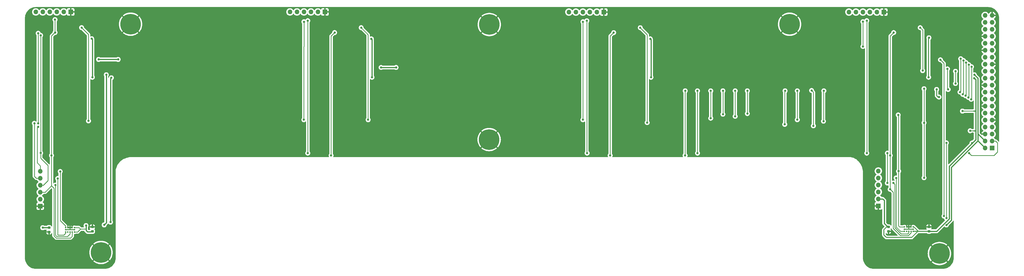
<source format=gbr>
%TF.GenerationSoftware,KiCad,Pcbnew,7.0.10*%
%TF.CreationDate,2024-02-05T00:39:16+00:00*%
%TF.ProjectId,ContactlessPiPoweredDrumkit,436f6e74-6163-4746-9c65-73735069506f,rev?*%
%TF.SameCoordinates,Original*%
%TF.FileFunction,Copper,L2,Bot*%
%TF.FilePolarity,Positive*%
%FSLAX46Y46*%
G04 Gerber Fmt 4.6, Leading zero omitted, Abs format (unit mm)*
G04 Created by KiCad (PCBNEW 7.0.10) date 2024-02-05 00:39:16*
%MOMM*%
%LPD*%
G01*
G04 APERTURE LIST*
G04 Aperture macros list*
%AMRoundRect*
0 Rectangle with rounded corners*
0 $1 Rounding radius*
0 $2 $3 $4 $5 $6 $7 $8 $9 X,Y pos of 4 corners*
0 Add a 4 corners polygon primitive as box body*
4,1,4,$2,$3,$4,$5,$6,$7,$8,$9,$2,$3,0*
0 Add four circle primitives for the rounded corners*
1,1,$1+$1,$2,$3*
1,1,$1+$1,$4,$5*
1,1,$1+$1,$6,$7*
1,1,$1+$1,$8,$9*
0 Add four rect primitives between the rounded corners*
20,1,$1+$1,$2,$3,$4,$5,0*
20,1,$1+$1,$4,$5,$6,$7,0*
20,1,$1+$1,$6,$7,$8,$9,0*
20,1,$1+$1,$8,$9,$2,$3,0*%
G04 Aperture macros list end*
%TA.AperFunction,ComponentPad*%
%ADD10R,1.700000X1.700000*%
%TD*%
%TA.AperFunction,ComponentPad*%
%ADD11O,1.700000X1.700000*%
%TD*%
%TA.AperFunction,ComponentPad*%
%ADD12C,4.700000*%
%TD*%
%TA.AperFunction,ConnectorPad*%
%ADD13C,7.500000*%
%TD*%
%TA.AperFunction,SMDPad,CuDef*%
%ADD14RoundRect,0.062500X0.127500X0.062500X-0.127500X0.062500X-0.127500X-0.062500X0.127500X-0.062500X0*%
%TD*%
%TA.AperFunction,SMDPad,CuDef*%
%ADD15RoundRect,0.125000X0.125000X0.125000X-0.125000X0.125000X-0.125000X-0.125000X0.125000X-0.125000X0*%
%TD*%
%TA.AperFunction,SMDPad,CuDef*%
%ADD16RoundRect,0.225000X0.250000X-0.225000X0.250000X0.225000X-0.250000X0.225000X-0.250000X-0.225000X0*%
%TD*%
%TA.AperFunction,SMDPad,CuDef*%
%ADD17RoundRect,0.225000X-0.250000X0.225000X-0.250000X-0.225000X0.250000X-0.225000X0.250000X0.225000X0*%
%TD*%
%TA.AperFunction,ViaPad*%
%ADD18C,0.800000*%
%TD*%
%TA.AperFunction,Conductor*%
%ADD19C,0.406400*%
%TD*%
%TA.AperFunction,Conductor*%
%ADD20C,0.254000*%
%TD*%
%TA.AperFunction,Conductor*%
%ADD21C,0.304800*%
%TD*%
G04 APERTURE END LIST*
D10*
%TO.P,J6,1,Pin_1*%
%TO.N,GND*%
X49022000Y-99568000D03*
D11*
%TO.P,J6,2,Pin_2*%
%TO.N,+3.3V*%
X46482000Y-99568000D03*
%TO.P,J6,3,Pin_3*%
%TO.N,/I2C0_SDA*%
X43942000Y-99568000D03*
%TO.P,J6,4,Pin_4*%
%TO.N,/I2C0_SCL*%
X41402000Y-99568000D03*
%TO.P,J6,5,Pin_5*%
%TO.N,/Distance Sensors/D5_GPIO1*%
X38862000Y-99568000D03*
%TO.P,J6,6,Pin_6*%
%TO.N,/Distance Sensors/D5_XSHUT*%
X36322000Y-99568000D03*
%TD*%
D10*
%TO.P,J3,1,Pin_1*%
%TO.N,GND*%
X344780000Y-99593000D03*
D11*
%TO.P,J3,2,Pin_2*%
%TO.N,+3.3V*%
X342240000Y-99593000D03*
%TO.P,J3,3,Pin_3*%
%TO.N,/I2C0_SDA*%
X339700000Y-99593000D03*
%TO.P,J3,4,Pin_4*%
%TO.N,/I2C0_SCL*%
X337160000Y-99593000D03*
%TO.P,J3,5,Pin_5*%
%TO.N,/Distance Sensors/D2_GPIO1*%
X334620000Y-99593000D03*
%TO.P,J3,6,Pin_6*%
%TO.N,/Distance Sensors/D2_XSHUT*%
X332080000Y-99593000D03*
%TD*%
D12*
%TO.P,H1,1,1*%
%TO.N,GND*%
X60071000Y-187071000D03*
D13*
X60071000Y-187071000D03*
%TD*%
D12*
%TO.P,H3,1,1*%
%TO.N,GND*%
X201295000Y-104140000D03*
D13*
X201295000Y-104140000D03*
%TD*%
D10*
%TO.P,J5,1,Pin_1*%
%TO.N,GND*%
X141478000Y-99568000D03*
D11*
%TO.P,J5,2,Pin_2*%
%TO.N,+3.3V*%
X138938000Y-99568000D03*
%TO.P,J5,3,Pin_3*%
%TO.N,/I2C0_SDA*%
X136398000Y-99568000D03*
%TO.P,J5,4,Pin_4*%
%TO.N,/I2C0_SCL*%
X133858000Y-99568000D03*
%TO.P,J5,5,Pin_5*%
%TO.N,/Distance Sensors/D4_GPIO1*%
X131318000Y-99568000D03*
%TO.P,J5,6,Pin_6*%
%TO.N,/Distance Sensors/D4_XSHUT*%
X128778000Y-99568000D03*
%TD*%
D12*
%TO.P,H4,1,1*%
%TO.N,GND*%
X201218800Y-145999200D03*
D13*
X201218800Y-145999200D03*
%TD*%
D10*
%TO.P,J4,1,Pin_1*%
%TO.N,GND*%
X242926000Y-99593000D03*
D11*
%TO.P,J4,2,Pin_2*%
%TO.N,+3.3V*%
X240386000Y-99593000D03*
%TO.P,J4,3,Pin_3*%
%TO.N,/I2C0_SDA*%
X237846000Y-99593000D03*
%TO.P,J4,4,Pin_4*%
%TO.N,/I2C0_SCL*%
X235306000Y-99593000D03*
%TO.P,J4,5,Pin_5*%
%TO.N,/Distance Sensors/D3_GPIO1*%
X232766000Y-99593000D03*
%TO.P,J4,6,Pin_6*%
%TO.N,/Distance Sensors/D3_XSHUT*%
X230226000Y-99593000D03*
%TD*%
D12*
%TO.P,H5,1,1*%
%TO.N,GND*%
X310489600Y-104038400D03*
D13*
X310489600Y-104038400D03*
%TD*%
D12*
%TO.P,H6,1,1*%
%TO.N,GND*%
X364998000Y-187452000D03*
D13*
X364998000Y-187452000D03*
%TD*%
D12*
%TO.P,H2,1,1*%
%TO.N,GND*%
X70815200Y-104013000D03*
D13*
X70815200Y-104013000D03*
%TD*%
D14*
%TO.P,U6,1,AVDDVCSEL*%
%TO.N,+3.3V*%
X50508000Y-178141000D03*
D15*
X50368000Y-178016000D03*
%TO.P,U6,2,AVSSVCSEL*%
%TO.N,GND*%
X49568000Y-178016000D03*
%TO.P,U6,3,GND*%
X48768000Y-178016000D03*
%TO.P,U6,4,GND*%
X47968000Y-178016000D03*
%TO.P,U6,5,XSHUT*%
%TO.N,/Distance Sensors/D6_XSHUT*%
X47168000Y-178016000D03*
%TO.P,U6,6,GND*%
%TO.N,GND*%
X47168000Y-178816000D03*
%TO.P,U6,7,GPIO1*%
%TO.N,/Distance Sensors/D6_GPIO1*%
X47168000Y-179616000D03*
%TO.P,U6,8,DNC*%
%TO.N,unconnected-(U6-DNC-Pad8)*%
X47968000Y-179616000D03*
%TO.P,U6,9,SDA*%
%TO.N,/I2C0_SCL*%
X48768000Y-179616000D03*
%TO.P,U6,10,SCL*%
%TO.N,/I2C0_SDA*%
X49568000Y-179616000D03*
%TO.P,U6,11,AVDD*%
%TO.N,+3.3V*%
X50368000Y-179616000D03*
%TO.P,U6,12,GND*%
%TO.N,GND*%
X50368000Y-178816000D03*
%TD*%
D16*
%TO.P,C10,1*%
%TO.N,+3.3V*%
X56896000Y-179350000D03*
%TO.P,C10,2*%
%TO.N,GND*%
X56896000Y-177800000D03*
%TD*%
%TO.P,C3,1*%
%TO.N,+3.3V*%
X361188000Y-179350000D03*
%TO.P,C3,2*%
%TO.N,GND*%
X361188000Y-177800000D03*
%TD*%
D17*
%TO.P,C1,2*%
%TO.N,GND*%
X346456000Y-179350000D03*
%TO.P,C1,1*%
%TO.N,+3.3V*%
X346456000Y-177800000D03*
%TD*%
%TO.P,C12,1*%
%TO.N,+3.3V*%
X41148000Y-178041000D03*
%TO.P,C12,2*%
%TO.N,GND*%
X41148000Y-179591000D03*
%TD*%
D14*
%TO.P,U1,1,AVDDVCSEL*%
%TO.N,+3.3V*%
X355600000Y-177925000D03*
D15*
X355460000Y-177800000D03*
%TO.P,U1,2,AVSSVCSEL*%
%TO.N,GND*%
X354660000Y-177800000D03*
%TO.P,U1,3,GND*%
X353860000Y-177800000D03*
%TO.P,U1,4,GND*%
X353060000Y-177800000D03*
%TO.P,U1,5,XSHUT*%
%TO.N,/Distance Sensors/D1_XSHUT*%
X352260000Y-177800000D03*
%TO.P,U1,6,GND*%
%TO.N,GND*%
X352260000Y-178600000D03*
%TO.P,U1,7,GPIO1*%
%TO.N,/Distance Sensors/D1_GPIO1*%
X352260000Y-179400000D03*
%TO.P,U1,8,DNC*%
%TO.N,unconnected-(U1-DNC-Pad8)*%
X353060000Y-179400000D03*
%TO.P,U1,9,SDA*%
%TO.N,/I2C0_SCL*%
X353860000Y-179400000D03*
%TO.P,U1,10,SCL*%
%TO.N,/I2C0_SDA*%
X354660000Y-179400000D03*
%TO.P,U1,11,AVDD*%
%TO.N,+3.3V*%
X355460000Y-179400000D03*
%TO.P,U1,12,GND*%
%TO.N,GND*%
X355460000Y-178600000D03*
%TD*%
D10*
%TO.P,J2,1,Pin_1*%
%TO.N,GND*%
X342798400Y-170129200D03*
D11*
%TO.P,J2,2,Pin_2*%
%TO.N,+3.3V*%
X342798400Y-167589200D03*
%TO.P,J2,3,Pin_3*%
%TO.N,/I2C0_SDA*%
X342798400Y-165049200D03*
%TO.P,J2,4,Pin_4*%
%TO.N,/I2C0_SCL*%
X342798400Y-162509200D03*
%TO.P,J2,5,Pin_5*%
%TO.N,/Distance Sensors/D1_GPIO1*%
X342798400Y-159969200D03*
%TO.P,J2,6,Pin_6*%
%TO.N,/Distance Sensors/D1_XSHUT*%
X342798400Y-157429200D03*
%TD*%
D10*
%TO.P,J7,1,Pin_1*%
%TO.N,GND*%
X37947600Y-170230800D03*
D11*
%TO.P,J7,2,Pin_2*%
%TO.N,+3.3V*%
X37947600Y-167690800D03*
%TO.P,J7,3,Pin_3*%
%TO.N,/I2C0_SDA*%
X37947600Y-165150800D03*
%TO.P,J7,4,Pin_4*%
%TO.N,/I2C0_SCL*%
X37947600Y-162610800D03*
%TO.P,J7,5,Pin_5*%
%TO.N,/Distance Sensors/D6_GPIO1*%
X37947600Y-160070800D03*
%TO.P,J7,6,Pin_6*%
%TO.N,/Distance Sensors/D6_XSHUT*%
X37947600Y-157530800D03*
%TD*%
D10*
%TO.P,J1,1,3V3*%
%TO.N,+3.3V*%
X384175000Y-149098000D03*
D11*
%TO.P,J1,2,5V*%
%TO.N,+5V*%
X381635000Y-149098000D03*
%TO.P,J1,3,SDA/GPIO2*%
%TO.N,/I2C0_SCL*%
X384175000Y-146558000D03*
%TO.P,J1,4,5V*%
%TO.N,+5V*%
X381635000Y-146558000D03*
%TO.P,J1,5,SCL/GPIO3*%
%TO.N,/I2C0_SDA*%
X384175000Y-144018000D03*
%TO.P,J1,6,GND*%
%TO.N,GND*%
X381635000Y-144018000D03*
%TO.P,J1,7,GCLK0/GPIO4*%
%TO.N,unconnected-(J1-GCLK0{slash}GPIO4-Pad7)*%
X384175000Y-141478000D03*
%TO.P,J1,8,GPIO14/TXD*%
%TO.N,/Raspberry PI/LED_SHIFT_3V3*%
X381635000Y-141478000D03*
%TO.P,J1,9,GND*%
%TO.N,GND*%
X384175000Y-138938000D03*
%TO.P,J1,10,GPIO15/RXD*%
%TO.N,/Distance Sensors/D6_XSHUT*%
X381635000Y-138938000D03*
%TO.P,J1,11,GPIO17*%
%TO.N,unconnected-(J1-GPIO17-Pad11)*%
X384175000Y-136398000D03*
%TO.P,J1,12,GPIO18/PWM0*%
%TO.N,/Distance Sensors/D1_GPIO1*%
X381635000Y-136398000D03*
%TO.P,J1,13,GPIO27*%
%TO.N,unconnected-(J1-GPIO27-Pad13)*%
X384175000Y-133858000D03*
%TO.P,J1,14,GND*%
%TO.N,GND*%
X381635000Y-133858000D03*
%TO.P,J1,15,GPIO22*%
%TO.N,unconnected-(J1-GPIO22-Pad15)*%
X384175000Y-131318000D03*
%TO.P,J1,16,GPIO23*%
%TO.N,/Distance Sensors/D3_XSHUT*%
X381635000Y-131318000D03*
%TO.P,J1,17,3V3*%
%TO.N,unconnected-(J1-3V3-Pad17)*%
X384175000Y-128778000D03*
%TO.P,J1,18,GPIO24*%
%TO.N,/Distance Sensors/D5_GPIO1*%
X381635000Y-128778000D03*
%TO.P,J1,19,MOSI0/GPIO10*%
%TO.N,unconnected-(J1-MOSI0{slash}GPIO10-Pad19)*%
X384175000Y-126238000D03*
%TO.P,J1,20,GND*%
%TO.N,GND*%
X381635000Y-126238000D03*
%TO.P,J1,21,MISO0/GPIO9*%
%TO.N,unconnected-(J1-MISO0{slash}GPIO9-Pad21)*%
X384175000Y-123698000D03*
%TO.P,J1,22,GPIO25*%
%TO.N,/Distance Sensors/D5_XSHUT*%
X381635000Y-123698000D03*
%TO.P,J1,23,SCLK0/GPIO11*%
%TO.N,unconnected-(J1-SCLK0{slash}GPIO11-Pad23)*%
X384175000Y-121158000D03*
%TO.P,J1,24,~{CE0}/GPIO8*%
%TO.N,/Distance Sensors/D2_XSHUT*%
X381635000Y-121158000D03*
%TO.P,J1,25,GND*%
%TO.N,GND*%
X384175000Y-118618000D03*
%TO.P,J1,26,~{CE1}/GPIO7*%
%TO.N,/Distance Sensors/D2_GPIO1*%
X381635000Y-118618000D03*
%TO.P,J1,27,ID_SD/GPIO0*%
%TO.N,unconnected-(J1-ID_SD{slash}GPIO0-Pad27)*%
X384175000Y-116078000D03*
%TO.P,J1,28,ID_SC/GPIO1*%
%TO.N,/Distance Sensors/D3_GPIO1*%
X381635000Y-116078000D03*
%TO.P,J1,29,GCLK1/GPIO5*%
%TO.N,unconnected-(J1-GCLK1{slash}GPIO5-Pad29)*%
X384175000Y-113538000D03*
%TO.P,J1,30,GND*%
%TO.N,GND*%
X381635000Y-113538000D03*
%TO.P,J1,31,GCLK2/GPIO6*%
%TO.N,unconnected-(J1-GCLK2{slash}GPIO6-Pad31)*%
X384175000Y-110998000D03*
%TO.P,J1,32,PWM0/GPIO12*%
%TO.N,/Distance Sensors/D4_XSHUT*%
X381635000Y-110998000D03*
%TO.P,J1,33,PWM1/GPIO13*%
%TO.N,unconnected-(J1-PWM1{slash}GPIO13-Pad33)*%
X384175000Y-108458000D03*
%TO.P,J1,34,GND*%
%TO.N,GND*%
X381635000Y-108458000D03*
%TO.P,J1,35,GPIO19/MISO1*%
%TO.N,unconnected-(J1-GPIO19{slash}MISO1-Pad35)*%
X384175000Y-105918000D03*
%TO.P,J1,36,GPIO16*%
%TO.N,/Distance Sensors/D1_XSHUT*%
X381635000Y-105918000D03*
%TO.P,J1,37,GPIO26*%
%TO.N,unconnected-(J1-GPIO26-Pad37)*%
X384175000Y-103378000D03*
%TO.P,J1,38,GPIO20/MOSI1*%
%TO.N,/Distance Sensors/D4_GPIO1*%
X381635000Y-103378000D03*
%TO.P,J1,39,GND*%
%TO.N,GND*%
X384175000Y-100838000D03*
%TO.P,J1,40,GPIO21/SCLK1*%
%TO.N,/Distance Sensors/D6_GPIO1*%
X381635000Y-100838000D03*
%TD*%
D18*
%TO.N,/LEDs/LED_SHIFT_D_3*%
X161925000Y-119761000D03*
X167386000Y-119761000D03*
%TO.N,/LEDs/LED_SHIFT_D_4*%
X66294000Y-116840000D03*
X59182000Y-116840000D03*
%TO.N,GND*%
X370205000Y-139319000D03*
%TO.N,/Distance Sensors/D6_XSHUT*%
X45212000Y-157607000D03*
%TO.N,/I2C0_SCL*%
X43496000Y-162560000D03*
%TO.N,/Distance Sensors/D6_GPIO1*%
X44323000Y-160147000D03*
%TO.N,+3.3V*%
X38862000Y-178054000D03*
%TO.N,GND*%
X39243000Y-106807000D03*
%TO.N,/Distance Sensors/D6_XSHUT*%
X37211000Y-141351000D03*
%TO.N,/Distance Sensors/D6_GPIO1*%
X35814000Y-140081000D03*
%TO.N,/Distance Sensors/D4_GPIO1*%
X133833000Y-138770200D03*
%TO.N,GND*%
X48768000Y-103632000D03*
%TO.N,/I2C0_SDA*%
X43307000Y-102362000D03*
X43339211Y-107050000D03*
%TO.N,/Distance Sensors/D5_GPIO1*%
X37211000Y-107315000D03*
%TO.N,/I2C0_SDA*%
X42044211Y-151760200D03*
%TO.N,/I2C0_SCL*%
X38100000Y-150876000D03*
X38100000Y-108077000D03*
%TO.N,/Distance Sensors/D5_GPIO1*%
X37211000Y-140081000D03*
%TO.N,/Distance Sensors/D5_XSHUT*%
X55499000Y-139192000D03*
%TO.N,+3.3V*%
X56903211Y-123331200D03*
%TO.N,GND*%
X353695000Y-115316000D03*
X353822000Y-103632000D03*
X344043000Y-106807000D03*
X242189000Y-106807000D03*
X140589000Y-106807000D03*
%TO.N,/Distance Sensors/D4_XSHUT*%
X157201000Y-138781000D03*
%TO.N,/I2C0_SDA*%
X272542000Y-128270000D03*
X272491200Y-151760200D03*
%TO.N,/I2C0_SCL*%
X276987000Y-128270000D03*
X277012400Y-150933200D03*
%TO.N,GND*%
X251968000Y-103378000D03*
X150495000Y-103505000D03*
%TO.N,+3.3V*%
X56649211Y-109311000D03*
%TO.N,/Distance Sensors/D5_XSHUT*%
X52991211Y-105272000D03*
%TO.N,+3.3V*%
X158598000Y-123331200D03*
%TO.N,GND*%
X347980000Y-180086000D03*
%TO.N,/Distance Sensors/D3_XSHUT*%
X308864000Y-128270000D03*
X308737000Y-140462000D03*
%TO.N,/Distance Sensors/D6_GPIO1*%
X295148000Y-128270000D03*
X295148000Y-136541000D03*
%TO.N,/Distance Sensors/D4_GPIO1*%
X286258000Y-128270000D03*
X286258000Y-136779000D03*
%TO.N,/Distance Sensors/D4_XSHUT*%
X290703000Y-128270000D03*
X290703000Y-137541000D03*
%TO.N,/I2C0_SDA*%
X143739000Y-151760200D03*
%TO.N,/I2C0_SCL*%
X135255000Y-150933200D03*
%TO.N,+3.3V*%
X158344000Y-109336200D03*
%TO.N,/Distance Sensors/D4_GPIO1*%
X133858000Y-103138200D03*
%TO.N,/I2C0_SDA*%
X145034000Y-107075200D03*
%TO.N,/I2C0_SCL*%
X135255000Y-102757200D03*
%TO.N,/Distance Sensors/D4_XSHUT*%
X154686000Y-105297200D03*
%TO.N,/Distance Sensors/D3_GPIO1*%
X235331000Y-138781000D03*
X281813000Y-128270000D03*
X281813000Y-138227000D03*
%TO.N,/Distance Sensors/D5_XSHUT*%
X313309000Y-138781000D03*
X313309000Y-128270000D03*
%TO.N,/I2C0_SCL*%
X236855000Y-150933200D03*
%TO.N,/I2C0_SDA*%
X245237000Y-151760200D03*
%TO.N,/I2C0_SCL*%
X236753000Y-102768000D03*
%TO.N,/I2C0_SDA*%
X246532000Y-107086000D03*
%TO.N,/Distance Sensors/D3_XSHUT*%
X256184000Y-105308000D03*
%TO.N,/Distance Sensors/D3_GPIO1*%
X235356000Y-103149000D03*
%TO.N,+3.3V*%
X259842000Y-109347000D03*
X260096000Y-123331200D03*
%TO.N,/Distance Sensors/D3_XSHUT*%
X258699000Y-139827000D03*
%TO.N,/Distance Sensors/D6_GPIO1*%
X372491000Y-128713000D03*
X372745000Y-116586000D03*
%TO.N,/Distance Sensors/D4_GPIO1*%
X373507000Y-129540000D03*
X373761000Y-117221000D03*
%TO.N,/I2C0_SDA*%
X348361000Y-107061000D03*
%TO.N,/Distance Sensors/D1_XSHUT*%
X350012000Y-137033000D03*
X363982000Y-127762000D03*
X364844680Y-130534290D03*
X374523000Y-130048000D03*
X374650000Y-117983000D03*
%TO.N,/Distance Sensors/D4_XSHUT*%
X375539000Y-130683000D03*
X375666000Y-118745000D03*
%TO.N,/Distance Sensors/D5_GPIO1*%
X322961000Y-128270000D03*
X322834000Y-139319000D03*
%TO.N,/Distance Sensors/D6_XSHUT*%
X318516000Y-128143000D03*
X319151000Y-140989000D03*
%TO.N,/Distance Sensors/D3_GPIO1*%
X376555000Y-131334000D03*
X376682000Y-119504000D03*
%TO.N,/Distance Sensors/D2_GPIO1*%
X337185000Y-103124000D03*
X337185000Y-112126800D03*
X368173000Y-127762000D03*
X367919000Y-120269000D03*
%TO.N,/Distance Sensors/D2_XSHUT*%
X370840000Y-125603000D03*
X370840000Y-121158000D03*
%TO.N,/I2C0_SCL*%
X338582000Y-150933200D03*
X338582000Y-102743000D03*
%TO.N,+3.3V*%
X361188000Y-108966000D03*
X361061000Y-123331200D03*
%TO.N,/Distance Sensors/D2_XSHUT*%
X358902000Y-120904000D03*
X358013000Y-105283000D03*
%TO.N,/Distance Sensors/D1_XSHUT*%
X350139000Y-157480000D03*
%TO.N,/Distance Sensors/D1_GPIO1*%
X349250000Y-159969200D03*
%TO.N,/I2C0_SCL*%
X348234000Y-161798000D03*
X346075000Y-161798000D03*
%TO.N,/I2C0_SDA*%
X347091000Y-151760200D03*
X347091000Y-164084000D03*
%TO.N,/I2C0_SCL*%
X346075000Y-150933200D03*
%TO.N,/Distance Sensors/D1_GPIO1*%
X359410000Y-159893000D03*
X359410000Y-139889000D03*
X359410000Y-127508000D03*
%TO.N,/I2C0_SCL*%
X375793000Y-150933200D03*
%TO.N,/LEDs/LED_SHIFT_D_1*%
X365379000Y-116967000D03*
X366673241Y-173833038D03*
%TO.N,/LEDs/LED_SHIFT_1_5V*%
X367538000Y-147193000D03*
X367534918Y-174516792D03*
%TO.N,+3.3V*%
X376868841Y-147252841D03*
X63824600Y-123514600D03*
%TO.N,+5V*%
X61976000Y-122428000D03*
%TO.N,+3.3V*%
X377630841Y-123638159D03*
%TO.N,+5V*%
X377698000Y-122428000D03*
%TO.N,+3.3V*%
X54610000Y-177292000D03*
X63500000Y-176022000D03*
X373380000Y-135636000D03*
X376174000Y-142798800D03*
%TO.N,+5V*%
X367536747Y-177069601D03*
X61214000Y-177038000D03*
%TD*%
D19*
%TO.N,/LEDs/LED_SHIFT_D_3*%
X161925000Y-119761000D02*
X167386000Y-119761000D01*
%TO.N,/LEDs/LED_SHIFT_D_4*%
X66294000Y-116840000D02*
X59182000Y-116840000D01*
D20*
%TO.N,/Distance Sensors/D6_XSHUT*%
X46482000Y-176784000D02*
X45212000Y-175514000D01*
X45212000Y-175514000D02*
X45212000Y-157607000D01*
X47168000Y-177470000D02*
X46482000Y-176784000D01*
X47168000Y-178016000D02*
X47168000Y-177470000D01*
%TO.N,/I2C0_SDA*%
X48930000Y-181829000D02*
X43758526Y-181829000D01*
X42942000Y-181012474D02*
X42942000Y-163704578D01*
X49568000Y-181191000D02*
X48930000Y-181829000D01*
X42942000Y-163704578D02*
X42044211Y-162806789D01*
X49568000Y-179616000D02*
X49568000Y-181191000D01*
X43758526Y-181829000D02*
X42942000Y-181012474D01*
%TO.N,/I2C0_SCL*%
X43496000Y-180783000D02*
X43496000Y-162560000D01*
X43988000Y-181275000D02*
X43942000Y-181229000D01*
X47833000Y-181275000D02*
X43988000Y-181275000D01*
X43942000Y-181229000D02*
X43496000Y-180783000D01*
X48133000Y-180975000D02*
X47833000Y-181275000D01*
X48768000Y-180340000D02*
X48133000Y-180975000D01*
X48768000Y-179865999D02*
X48768000Y-180340000D01*
X48768000Y-179616000D02*
X48768000Y-179865999D01*
%TO.N,/Distance Sensors/D6_GPIO1*%
X46482000Y-180721000D02*
X47168000Y-180035000D01*
X47168000Y-180035000D02*
X47168000Y-179616000D01*
X44323000Y-160147000D02*
X44323000Y-180721000D01*
X44323000Y-180721000D02*
X46482000Y-180721000D01*
D19*
%TO.N,+3.3V*%
X38862000Y-178054000D02*
X41135000Y-178054000D01*
X41135000Y-178054000D02*
X41148000Y-178041000D01*
D20*
%TO.N,/Distance Sensors/D6_XSHUT*%
X37947600Y-155549600D02*
X37947600Y-157530800D01*
X36830000Y-141732000D02*
X36830000Y-154432000D01*
X37211000Y-141351000D02*
X36830000Y-141732000D01*
X36830000Y-154432000D02*
X37947600Y-155549600D01*
%TO.N,/I2C0_SDA*%
X39700200Y-165150800D02*
X37947600Y-165150800D01*
X42044211Y-162806789D02*
X39700200Y-165150800D01*
X42044211Y-151760200D02*
X42044211Y-162806789D01*
%TO.N,/I2C0_SCL*%
X39065200Y-162610800D02*
X37947600Y-162610800D01*
X40767000Y-155448000D02*
X40767000Y-160909000D01*
X38100000Y-152781000D02*
X40767000Y-155448000D01*
X40767000Y-160909000D02*
X39065200Y-162610800D01*
X38100000Y-150876000D02*
X38100000Y-152781000D01*
%TO.N,/Distance Sensors/D6_GPIO1*%
X35814000Y-140081000D02*
X35814000Y-159385000D01*
X36499800Y-160070800D02*
X37947600Y-160070800D01*
X35814000Y-159385000D02*
X36499800Y-160070800D01*
%TO.N,/I2C0_SDA*%
X43307000Y-107017789D02*
X43307000Y-102362000D01*
X43339211Y-107050000D02*
X43307000Y-107017789D01*
X43314211Y-107025000D02*
X43339211Y-107050000D01*
%TO.N,/Distance Sensors/D5_GPIO1*%
X37211000Y-111252000D02*
X37211000Y-107315000D01*
%TO.N,/I2C0_SCL*%
X38100000Y-150876000D02*
X38100000Y-108077000D01*
%TO.N,/Distance Sensors/D5_GPIO1*%
X37211000Y-140081000D02*
X37211000Y-111252000D01*
%TO.N,/Distance Sensors/D5_XSHUT*%
X55506211Y-139184789D02*
X55499000Y-139192000D01*
X55506211Y-107787000D02*
X55506211Y-139184789D01*
X52991211Y-105272000D02*
X55506211Y-107787000D01*
%TO.N,/Distance Sensors/D4_XSHUT*%
X157201000Y-107812200D02*
X157201000Y-138781000D01*
X154686000Y-105297200D02*
X157201000Y-107812200D01*
%TO.N,/Distance Sensors/D4_GPIO1*%
X286258000Y-136779000D02*
X286258000Y-128270000D01*
%TO.N,/I2C0_SDA*%
X272491200Y-128320800D02*
X272542000Y-128270000D01*
X272491200Y-151760200D02*
X272491200Y-128320800D01*
%TO.N,/I2C0_SCL*%
X277012400Y-128295400D02*
X276987000Y-128270000D01*
X277012400Y-150933200D02*
X277012400Y-128295400D01*
D19*
%TO.N,+3.3V*%
X56903211Y-109565000D02*
X56903211Y-123306000D01*
X56649211Y-109311000D02*
X56903211Y-109565000D01*
D20*
%TO.N,/I2C0_SDA*%
X43314211Y-107025000D02*
X42044211Y-108295000D01*
X42044211Y-108295000D02*
X42044211Y-151735000D01*
D19*
%TO.N,+3.3V*%
X158598000Y-109590200D02*
X158598000Y-123331200D01*
X158344000Y-109336200D02*
X158598000Y-109590200D01*
D20*
%TO.N,/Distance Sensors/D3_XSHUT*%
X308737000Y-140462000D02*
X308737000Y-128397000D01*
X308737000Y-128397000D02*
X308864000Y-128270000D01*
%TO.N,/Distance Sensors/D6_GPIO1*%
X295148000Y-136541000D02*
X295148000Y-128270000D01*
%TO.N,/Distance Sensors/D4_XSHUT*%
X290703000Y-137541000D02*
X290703000Y-128270000D01*
%TO.N,/I2C0_SDA*%
X143739000Y-108320200D02*
X143739000Y-151760200D01*
X145009000Y-107050200D02*
X143739000Y-108320200D01*
%TO.N,/I2C0_SCL*%
X135255000Y-102757200D02*
X135255000Y-150933200D01*
%TO.N,/Distance Sensors/D4_GPIO1*%
X133833000Y-112166000D02*
X133858000Y-112141000D01*
X133833000Y-138770200D02*
X133833000Y-112166000D01*
X133858000Y-112141000D02*
X133858000Y-103138200D01*
D21*
%TO.N,GND*%
X48768000Y-178016000D02*
X48768000Y-178816000D01*
X50368000Y-178816000D02*
X48768000Y-178816000D01*
X48768000Y-178816000D02*
X47168000Y-178816000D01*
D20*
%TO.N,/Distance Sensors/D3_GPIO1*%
X235331000Y-112176800D02*
X235356000Y-112151800D01*
X235331000Y-138781000D02*
X235331000Y-112176800D01*
X281813000Y-138227000D02*
X281813000Y-128270000D01*
%TO.N,/Distance Sensors/D5_XSHUT*%
X313309000Y-138781000D02*
X313309000Y-128270000D01*
%TO.N,/I2C0_SCL*%
X236753000Y-150831200D02*
X236855000Y-150933200D01*
X236753000Y-102768000D02*
X236753000Y-150831200D01*
%TO.N,/I2C0_SDA*%
X245237000Y-151760200D02*
X245237000Y-108331000D01*
X245237000Y-108331000D02*
X246507000Y-107061000D01*
%TO.N,/Distance Sensors/D3_XSHUT*%
X258699000Y-107823000D02*
X258699000Y-139827000D01*
X257073000Y-106197000D02*
X258699000Y-107823000D01*
X257073000Y-106197000D02*
X256184000Y-105308000D01*
%TO.N,/Distance Sensors/D3_GPIO1*%
X235356000Y-112151800D02*
X235356000Y-103149000D01*
D19*
%TO.N,+3.3V*%
X260096000Y-109601000D02*
X259842000Y-109347000D01*
X260096000Y-123331200D02*
X260096000Y-109601000D01*
D20*
%TO.N,/Distance Sensors/D6_GPIO1*%
X372745000Y-128459000D02*
X372491000Y-128713000D01*
X372745000Y-116586000D02*
X372745000Y-128459000D01*
%TO.N,/Distance Sensors/D4_GPIO1*%
X373761000Y-129286000D02*
X373507000Y-129540000D01*
X373761000Y-117221000D02*
X373761000Y-129286000D01*
%TO.N,/I2C0_SDA*%
X347091000Y-108331000D02*
X348361000Y-107061000D01*
X347091000Y-151760200D02*
X347091000Y-108331000D01*
%TO.N,/Distance Sensors/D1_XSHUT*%
X350139000Y-137160000D02*
X350012000Y-137033000D01*
X350139000Y-157480000D02*
X350139000Y-137160000D01*
X350012000Y-157353000D02*
X350139000Y-157480000D01*
D21*
X363982000Y-130048000D02*
X363982000Y-127762000D01*
X364468290Y-130534290D02*
X363982000Y-130048000D01*
X364844680Y-130534290D02*
X364468290Y-130534290D01*
D20*
X374650000Y-129921000D02*
X374523000Y-130048000D01*
X374650000Y-117983000D02*
X374650000Y-129921000D01*
%TO.N,/Distance Sensors/D4_XSHUT*%
X375666000Y-130556000D02*
X375539000Y-130683000D01*
X375666000Y-118745000D02*
X375666000Y-130556000D01*
%TO.N,/Distance Sensors/D5_GPIO1*%
X322834000Y-128397000D02*
X322961000Y-128270000D01*
X322834000Y-139319000D02*
X322834000Y-128397000D01*
%TO.N,/Distance Sensors/D6_XSHUT*%
X319151000Y-128778000D02*
X318516000Y-128143000D01*
X319151000Y-140989000D02*
X319151000Y-128778000D01*
%TO.N,/Distance Sensors/D3_GPIO1*%
X376682000Y-131207000D02*
X376555000Y-131334000D01*
X376682000Y-119504000D02*
X376682000Y-131207000D01*
%TO.N,/Distance Sensors/D2_GPIO1*%
X337185000Y-112126800D02*
X337185000Y-103124000D01*
X367919000Y-120269000D02*
X367919000Y-127508000D01*
X367919000Y-127508000D02*
X368173000Y-127762000D01*
%TO.N,/Distance Sensors/D2_XSHUT*%
X370840000Y-121158000D02*
X370840000Y-125603000D01*
%TO.N,/I2C0_SCL*%
X338582000Y-102743000D02*
X338582000Y-150933200D01*
D21*
%TO.N,+3.3V*%
X361061000Y-109093000D02*
X361188000Y-108966000D01*
X361061000Y-123331200D02*
X361061000Y-109093000D01*
%TO.N,GND*%
X347980000Y-180086000D02*
X347244000Y-179350000D01*
X347244000Y-179350000D02*
X346456000Y-179350000D01*
D20*
%TO.N,/Distance Sensors/D2_XSHUT*%
X358902000Y-106172000D02*
X358013000Y-105283000D01*
X358902000Y-120904000D02*
X358902000Y-106172000D01*
D19*
%TO.N,+3.3V*%
X63500000Y-123839200D02*
X63500000Y-176022000D01*
X63824600Y-123514600D02*
X63500000Y-123839200D01*
D20*
%TO.N,/Distance Sensors/D1_XSHUT*%
X350139000Y-177419000D02*
X350139000Y-157480000D01*
X350520000Y-177800000D02*
X350139000Y-177419000D01*
X352260000Y-177800000D02*
X350520000Y-177800000D01*
%TO.N,/Distance Sensors/D1_GPIO1*%
X349296000Y-160015200D02*
X349250000Y-159969200D01*
X349296000Y-177824526D02*
X349296000Y-160015200D01*
X350871474Y-179400000D02*
X349296000Y-177824526D01*
X352260000Y-179400000D02*
X350871474Y-179400000D01*
%TO.N,/I2C0_SDA*%
X348188000Y-165181000D02*
X347091000Y-164084000D01*
X350798526Y-180894000D02*
X348188000Y-178283474D01*
X348188000Y-178283474D02*
X348188000Y-165181000D01*
X354660000Y-179904474D02*
X353670474Y-180894000D01*
X353670474Y-180894000D02*
X350798526Y-180894000D01*
X354660000Y-179400000D02*
X354660000Y-179904474D01*
%TO.N,/I2C0_SCL*%
X351028000Y-180340000D02*
X348742000Y-178054000D01*
X348742000Y-178054000D02*
X348742000Y-162306000D01*
X353860000Y-179921000D02*
X353441000Y-180340000D01*
X348742000Y-162306000D02*
X348234000Y-161798000D01*
X353860000Y-179400000D02*
X353860000Y-179921000D01*
X353441000Y-180340000D02*
X351028000Y-180340000D01*
D21*
%TO.N,+3.3V*%
X345821000Y-177800000D02*
X346456000Y-177800000D01*
X344805000Y-178816000D02*
X345821000Y-177800000D01*
X344805000Y-180721000D02*
X344805000Y-178816000D01*
X354914000Y-181610000D02*
X345694000Y-181610000D01*
X357124000Y-179400000D02*
X354914000Y-181610000D01*
X345694000Y-181610000D02*
X344805000Y-180721000D01*
D20*
%TO.N,/I2C0_SCL*%
X346075000Y-161798000D02*
X346075000Y-150933200D01*
%TO.N,/I2C0_SDA*%
X347091000Y-164084000D02*
X347091000Y-151760200D01*
D19*
%TO.N,+3.3V*%
X344932000Y-176530000D02*
X346202000Y-177800000D01*
X344932000Y-168148000D02*
X344932000Y-176530000D01*
X346202000Y-177800000D02*
X346456000Y-177800000D01*
X344373200Y-167589200D02*
X344932000Y-168148000D01*
X342798400Y-167589200D02*
X344373200Y-167589200D01*
D20*
%TO.N,/Distance Sensors/D1_GPIO1*%
X359410000Y-139889000D02*
X359410000Y-159893000D01*
X359410000Y-127508000D02*
X359410000Y-139889000D01*
%TO.N,+3.3V*%
X373380000Y-135636000D02*
X377444000Y-135636000D01*
%TO.N,/I2C0_SCL*%
X384810000Y-151765000D02*
X376624800Y-151765000D01*
X386080000Y-150495000D02*
X384810000Y-151765000D01*
X376624800Y-151765000D02*
X375793000Y-150933200D01*
X386080000Y-147193000D02*
X386080000Y-150495000D01*
X385445000Y-146558000D02*
X386080000Y-147193000D01*
X384175000Y-146558000D02*
X385445000Y-146558000D01*
%TO.N,/LEDs/LED_SHIFT_D_1*%
X366673241Y-118261241D02*
X365379000Y-116967000D01*
X366673241Y-173833038D02*
X366673241Y-118261241D01*
%TO.N,/LEDs/LED_SHIFT_1_5V*%
X367538000Y-147193000D02*
X367538000Y-174513710D01*
X367538000Y-174513710D02*
X367534918Y-174516792D01*
D19*
%TO.N,+5V*%
X61976000Y-176276000D02*
X61976000Y-122428000D01*
X61214000Y-177038000D02*
X61976000Y-176276000D01*
%TO.N,+3.3V*%
X378206000Y-142798800D02*
X378206000Y-146050000D01*
X368554000Y-155702000D02*
X368554000Y-155956000D01*
X368554000Y-174775030D02*
X368554000Y-155956000D01*
X378206000Y-146050000D02*
X368554000Y-155702000D01*
X363979030Y-179350000D02*
X368554000Y-174775030D01*
X361188000Y-179350000D02*
X363979030Y-179350000D01*
X376936000Y-147320000D02*
X376868841Y-147252841D01*
X377444000Y-142798800D02*
X378206000Y-142798800D01*
X378206000Y-142798800D02*
X378206000Y-135636000D01*
X378206000Y-135636000D02*
X377444000Y-135636000D01*
X378206000Y-124213318D02*
X378206000Y-135636000D01*
X377630841Y-123638159D02*
X378206000Y-124213318D01*
%TO.N,+5V*%
X367536747Y-177069601D02*
X369316000Y-175290348D01*
X369316000Y-175290348D02*
X369316000Y-156083000D01*
X369316000Y-156083000D02*
X378968000Y-146431000D01*
D20*
%TO.N,+3.3V*%
X51574000Y-179616000D02*
X51574000Y-179566000D01*
X50368000Y-179616000D02*
X51574000Y-179616000D01*
X51574000Y-179566000D02*
X52578000Y-178562000D01*
X52578000Y-178562000D02*
X54610000Y-178562000D01*
D19*
X54610000Y-178562000D02*
X54610000Y-179070000D01*
X54610000Y-177292000D02*
X54610000Y-178562000D01*
X55118000Y-179578000D02*
X56896000Y-179578000D01*
X54610000Y-179070000D02*
X55118000Y-179578000D01*
D20*
X52032000Y-178016000D02*
X52578000Y-178562000D01*
X376174000Y-142798800D02*
X377444000Y-142798800D01*
D21*
X361138000Y-179400000D02*
X361188000Y-179350000D01*
D20*
X50368000Y-178016000D02*
X52032000Y-178016000D01*
D21*
X355460000Y-177800000D02*
X355730032Y-177800000D01*
X357124000Y-179193968D02*
X357124000Y-179400000D01*
X357124000Y-179400000D02*
X361138000Y-179400000D01*
X355730032Y-177800000D02*
X357124000Y-179193968D01*
X355460000Y-179400000D02*
X357124000Y-179400000D01*
%TO.N,GND*%
X355460000Y-178600000D02*
X353822000Y-178600000D01*
X353860000Y-178562000D02*
X353860000Y-177800000D01*
X353822000Y-178600000D02*
X352260000Y-178600000D01*
X353822000Y-178600000D02*
X353860000Y-178562000D01*
D19*
%TO.N,+5V*%
X378968000Y-146431000D02*
X381635000Y-149098000D01*
X378968000Y-143891000D02*
X378968000Y-123698000D01*
X378968000Y-143891000D02*
X378968000Y-146431000D01*
X378968000Y-123698000D02*
X377698000Y-122428000D01*
X378968000Y-143891000D02*
X381635000Y-146558000D01*
%TD*%
%TA.AperFunction,Conductor*%
%TO.N,GND*%
G36*
X382718032Y-97790148D02*
G01*
X383100987Y-97808962D01*
X383113096Y-97810155D01*
X383489334Y-97865965D01*
X383501268Y-97868339D01*
X383639047Y-97902850D01*
X383870248Y-97960763D01*
X383881865Y-97964288D01*
X384239996Y-98092429D01*
X384251225Y-98097079D01*
X384595097Y-98259718D01*
X384605805Y-98265442D01*
X384861945Y-98418967D01*
X384932051Y-98460987D01*
X384942166Y-98467745D01*
X385168520Y-98635620D01*
X385247684Y-98694332D01*
X385257090Y-98702052D01*
X385538920Y-98957488D01*
X385547511Y-98966079D01*
X385695478Y-99129335D01*
X385802947Y-99247909D01*
X385810667Y-99257315D01*
X386037252Y-99562830D01*
X386044012Y-99572948D01*
X386205875Y-99843000D01*
X386239550Y-99899182D01*
X386245285Y-99909910D01*
X386296213Y-100017589D01*
X386407917Y-100253767D01*
X386412573Y-100265010D01*
X386451752Y-100374507D01*
X386534759Y-100606498D01*
X386540706Y-100623117D01*
X386544239Y-100634762D01*
X386636660Y-101003731D01*
X386639034Y-101015665D01*
X386694844Y-101391903D01*
X386696037Y-101404013D01*
X386714851Y-101786966D01*
X386715000Y-101793051D01*
X386715000Y-146640412D01*
X386695315Y-146707451D01*
X386642511Y-146753206D01*
X386573353Y-146763150D01*
X386511960Y-146735956D01*
X386507288Y-146732091D01*
X386498647Y-146724228D01*
X385947376Y-146172957D01*
X385937531Y-146160668D01*
X385937313Y-146160849D01*
X385932340Y-146154838D01*
X385883153Y-146108648D01*
X385880354Y-146105935D01*
X385860797Y-146086377D01*
X385857607Y-146083903D01*
X385848716Y-146076310D01*
X385816768Y-146046308D01*
X385816763Y-146046304D01*
X385799122Y-146036606D01*
X385782857Y-146025922D01*
X385766963Y-146013593D01*
X385766962Y-146013592D01*
X385726735Y-145996184D01*
X385716247Y-145991045D01*
X385677838Y-145969929D01*
X385677828Y-145969926D01*
X385658334Y-145964920D01*
X385639933Y-145958620D01*
X385621459Y-145950626D01*
X385621452Y-145950624D01*
X385578173Y-145943770D01*
X385566733Y-145941401D01*
X385524279Y-145930500D01*
X385524272Y-145930500D01*
X385504142Y-145930500D01*
X385484743Y-145928973D01*
X385464868Y-145925825D01*
X385464859Y-145925824D01*
X385458050Y-145926468D01*
X385389457Y-145913176D01*
X385344813Y-145874141D01*
X385213494Y-145686597D01*
X385046402Y-145519506D01*
X385046396Y-145519501D01*
X384860842Y-145389575D01*
X384817217Y-145334998D01*
X384810023Y-145265500D01*
X384841546Y-145203145D01*
X384860842Y-145186425D01*
X384883026Y-145170891D01*
X385046401Y-145056495D01*
X385213495Y-144889401D01*
X385349035Y-144695830D01*
X385448903Y-144481663D01*
X385510063Y-144253408D01*
X385530659Y-144018000D01*
X385510063Y-143782592D01*
X385448903Y-143554337D01*
X385349035Y-143340171D01*
X385343731Y-143332595D01*
X385213494Y-143146597D01*
X385046402Y-142979506D01*
X385046396Y-142979501D01*
X384860842Y-142849575D01*
X384817217Y-142794998D01*
X384810023Y-142725500D01*
X384841546Y-142663145D01*
X384860842Y-142646425D01*
X384912091Y-142610540D01*
X385046401Y-142516495D01*
X385213495Y-142349401D01*
X385349035Y-142155830D01*
X385448903Y-141941663D01*
X385510063Y-141713408D01*
X385530659Y-141478000D01*
X385510063Y-141242592D01*
X385448903Y-141014337D01*
X385349035Y-140800171D01*
X385343425Y-140792158D01*
X385213494Y-140606597D01*
X385046402Y-140439506D01*
X385046401Y-140439505D01*
X384860405Y-140309269D01*
X384816781Y-140254692D01*
X384809588Y-140185193D01*
X384841110Y-140122839D01*
X384860405Y-140106119D01*
X385046082Y-139976105D01*
X385213105Y-139809082D01*
X385348600Y-139615578D01*
X385448429Y-139401492D01*
X385448432Y-139401486D01*
X385505636Y-139188000D01*
X384608686Y-139188000D01*
X384634493Y-139147844D01*
X384675000Y-139009889D01*
X384675000Y-138866111D01*
X384634493Y-138728156D01*
X384608686Y-138688000D01*
X385505636Y-138688000D01*
X385505635Y-138687999D01*
X385448432Y-138474513D01*
X385448429Y-138474507D01*
X385348600Y-138260422D01*
X385348599Y-138260420D01*
X385213113Y-138066926D01*
X385213108Y-138066920D01*
X385046078Y-137899890D01*
X384860405Y-137769879D01*
X384816780Y-137715302D01*
X384809588Y-137645804D01*
X384841110Y-137583449D01*
X384860406Y-137566730D01*
X384860842Y-137566425D01*
X385046401Y-137436495D01*
X385213495Y-137269401D01*
X385349035Y-137075830D01*
X385448903Y-136861663D01*
X385510063Y-136633408D01*
X385530659Y-136398000D01*
X385510063Y-136162592D01*
X385448903Y-135934337D01*
X385349035Y-135720171D01*
X385343425Y-135712158D01*
X385213494Y-135526597D01*
X385046402Y-135359506D01*
X385046396Y-135359501D01*
X384860842Y-135229575D01*
X384817217Y-135174998D01*
X384810023Y-135105500D01*
X384841546Y-135043145D01*
X384860842Y-135026425D01*
X384914554Y-134988815D01*
X385046401Y-134896495D01*
X385213495Y-134729401D01*
X385349035Y-134535830D01*
X385448903Y-134321663D01*
X385510063Y-134093408D01*
X385530659Y-133858000D01*
X385510063Y-133622592D01*
X385448903Y-133394337D01*
X385349035Y-133180171D01*
X385343731Y-133172595D01*
X385213494Y-132986597D01*
X385046402Y-132819506D01*
X385046396Y-132819501D01*
X384860842Y-132689575D01*
X384817217Y-132634998D01*
X384810023Y-132565500D01*
X384841546Y-132503145D01*
X384860842Y-132486425D01*
X384883026Y-132470891D01*
X385046401Y-132356495D01*
X385213495Y-132189401D01*
X385349035Y-131995830D01*
X385448903Y-131781663D01*
X385510063Y-131553408D01*
X385530659Y-131318000D01*
X385510063Y-131082592D01*
X385448903Y-130854337D01*
X385349035Y-130640171D01*
X385343425Y-130632158D01*
X385213494Y-130446597D01*
X385046402Y-130279506D01*
X385046396Y-130279501D01*
X384860842Y-130149575D01*
X384817217Y-130094998D01*
X384810023Y-130025500D01*
X384841546Y-129963145D01*
X384860842Y-129946425D01*
X384982267Y-129861402D01*
X385046401Y-129816495D01*
X385213495Y-129649401D01*
X385349035Y-129455830D01*
X385448903Y-129241663D01*
X385510063Y-129013408D01*
X385530659Y-128778000D01*
X385529625Y-128766187D01*
X385519491Y-128650352D01*
X385510063Y-128542592D01*
X385448903Y-128314337D01*
X385349035Y-128100171D01*
X385343425Y-128092158D01*
X385213494Y-127906597D01*
X385046402Y-127739506D01*
X385046396Y-127739501D01*
X384860842Y-127609575D01*
X384817217Y-127554998D01*
X384810023Y-127485500D01*
X384841546Y-127423145D01*
X384860842Y-127406425D01*
X384913576Y-127369500D01*
X385046401Y-127276495D01*
X385213495Y-127109401D01*
X385349035Y-126915830D01*
X385448903Y-126701663D01*
X385510063Y-126473408D01*
X385530659Y-126238000D01*
X385510063Y-126002592D01*
X385448903Y-125774337D01*
X385349035Y-125560171D01*
X385343731Y-125552595D01*
X385213494Y-125366597D01*
X385046402Y-125199506D01*
X385046396Y-125199501D01*
X384860842Y-125069575D01*
X384817217Y-125014998D01*
X384810023Y-124945500D01*
X384841546Y-124883145D01*
X384860842Y-124866425D01*
X384883026Y-124850891D01*
X385046401Y-124736495D01*
X385213495Y-124569401D01*
X385349035Y-124375830D01*
X385448903Y-124161663D01*
X385510063Y-123933408D01*
X385530659Y-123698000D01*
X385510063Y-123462592D01*
X385448903Y-123234337D01*
X385349035Y-123020171D01*
X385348809Y-123019847D01*
X385213494Y-122826597D01*
X385046402Y-122659506D01*
X385046396Y-122659501D01*
X384860842Y-122529575D01*
X384817217Y-122474998D01*
X384810023Y-122405500D01*
X384841546Y-122343145D01*
X384860842Y-122326425D01*
X384921334Y-122284068D01*
X385046401Y-122196495D01*
X385213495Y-122029401D01*
X385349035Y-121835830D01*
X385448903Y-121621663D01*
X385510063Y-121393408D01*
X385530659Y-121158000D01*
X385510063Y-120922592D01*
X385448903Y-120694337D01*
X385349035Y-120480171D01*
X385343425Y-120472158D01*
X385213494Y-120286597D01*
X385046402Y-120119506D01*
X385046401Y-120119505D01*
X384860405Y-119989269D01*
X384816781Y-119934692D01*
X384809588Y-119865193D01*
X384841110Y-119802839D01*
X384860405Y-119786119D01*
X385046082Y-119656105D01*
X385213105Y-119489082D01*
X385348600Y-119295578D01*
X385448429Y-119081492D01*
X385448432Y-119081486D01*
X385505636Y-118868000D01*
X384608686Y-118868000D01*
X384634493Y-118827844D01*
X384675000Y-118689889D01*
X384675000Y-118546111D01*
X384634493Y-118408156D01*
X384608686Y-118368000D01*
X385505636Y-118368000D01*
X385505635Y-118367999D01*
X385448432Y-118154513D01*
X385448429Y-118154507D01*
X385348600Y-117940422D01*
X385348599Y-117940420D01*
X385213113Y-117746926D01*
X385213108Y-117746920D01*
X385046078Y-117579890D01*
X384860405Y-117449879D01*
X384816780Y-117395302D01*
X384809588Y-117325804D01*
X384841110Y-117263449D01*
X384860406Y-117246730D01*
X384860842Y-117246425D01*
X385046401Y-117116495D01*
X385213495Y-116949401D01*
X385349035Y-116755830D01*
X385448903Y-116541663D01*
X385510063Y-116313408D01*
X385530659Y-116078000D01*
X385510063Y-115842592D01*
X385448903Y-115614337D01*
X385349035Y-115400171D01*
X385343425Y-115392158D01*
X385213494Y-115206597D01*
X385046402Y-115039506D01*
X385046396Y-115039501D01*
X384860842Y-114909575D01*
X384817217Y-114854998D01*
X384810023Y-114785500D01*
X384841546Y-114723145D01*
X384860842Y-114706425D01*
X384883026Y-114690891D01*
X385046401Y-114576495D01*
X385213495Y-114409401D01*
X385349035Y-114215830D01*
X385448903Y-114001663D01*
X385510063Y-113773408D01*
X385530659Y-113538000D01*
X385510063Y-113302592D01*
X385448903Y-113074337D01*
X385349035Y-112860171D01*
X385343731Y-112852595D01*
X385213494Y-112666597D01*
X385046402Y-112499506D01*
X385046396Y-112499501D01*
X384860842Y-112369575D01*
X384817217Y-112314998D01*
X384810023Y-112245500D01*
X384841546Y-112183145D01*
X384860842Y-112166425D01*
X385035301Y-112044267D01*
X385046401Y-112036495D01*
X385213495Y-111869401D01*
X385349035Y-111675830D01*
X385448903Y-111461663D01*
X385510063Y-111233408D01*
X385530659Y-110998000D01*
X385510063Y-110762592D01*
X385448903Y-110534337D01*
X385349035Y-110320171D01*
X385343425Y-110312158D01*
X385213494Y-110126597D01*
X385046402Y-109959506D01*
X385046396Y-109959501D01*
X384860842Y-109829575D01*
X384817217Y-109774998D01*
X384810023Y-109705500D01*
X384841546Y-109643145D01*
X384860842Y-109626425D01*
X384887567Y-109607712D01*
X385046401Y-109496495D01*
X385213495Y-109329401D01*
X385349035Y-109135830D01*
X385448903Y-108921663D01*
X385510063Y-108693408D01*
X385530659Y-108458000D01*
X385529946Y-108449856D01*
X385519498Y-108330437D01*
X385510063Y-108222592D01*
X385448903Y-107994337D01*
X385349035Y-107780171D01*
X385346923Y-107777154D01*
X385213494Y-107586597D01*
X385046402Y-107419506D01*
X385046396Y-107419501D01*
X384860842Y-107289575D01*
X384817217Y-107234998D01*
X384810023Y-107165500D01*
X384841546Y-107103145D01*
X384860842Y-107086425D01*
X384883534Y-107070536D01*
X385046401Y-106956495D01*
X385213495Y-106789401D01*
X385349035Y-106595830D01*
X385448903Y-106381663D01*
X385510063Y-106153408D01*
X385530659Y-105918000D01*
X385510063Y-105682592D01*
X385448903Y-105454337D01*
X385349035Y-105240171D01*
X385343425Y-105232158D01*
X385213494Y-105046597D01*
X385046402Y-104879506D01*
X385046396Y-104879501D01*
X384860842Y-104749575D01*
X384817217Y-104694998D01*
X384810023Y-104625500D01*
X384841546Y-104563145D01*
X384860842Y-104546425D01*
X384908509Y-104513048D01*
X385046401Y-104416495D01*
X385213495Y-104249401D01*
X385349035Y-104055830D01*
X385448903Y-103841663D01*
X385510063Y-103613408D01*
X385530659Y-103378000D01*
X385510063Y-103142592D01*
X385461338Y-102960744D01*
X385448905Y-102914344D01*
X385448904Y-102914343D01*
X385448903Y-102914337D01*
X385349035Y-102700171D01*
X385343425Y-102692158D01*
X385213494Y-102506597D01*
X385046402Y-102339506D01*
X385046401Y-102339505D01*
X384860405Y-102209269D01*
X384816781Y-102154692D01*
X384809588Y-102085193D01*
X384841110Y-102022839D01*
X384860405Y-102006119D01*
X385046082Y-101876105D01*
X385213105Y-101709082D01*
X385348600Y-101515578D01*
X385448429Y-101301492D01*
X385448432Y-101301486D01*
X385505636Y-101088000D01*
X384608686Y-101088000D01*
X384634493Y-101047844D01*
X384675000Y-100909889D01*
X384675000Y-100766111D01*
X384634493Y-100628156D01*
X384608686Y-100588000D01*
X385505636Y-100588000D01*
X385505635Y-100587999D01*
X385448432Y-100374513D01*
X385448429Y-100374507D01*
X385348600Y-100160422D01*
X385348599Y-100160420D01*
X385213113Y-99966926D01*
X385213108Y-99966920D01*
X385046082Y-99799894D01*
X384852578Y-99664399D01*
X384638492Y-99564570D01*
X384638486Y-99564567D01*
X384425000Y-99507364D01*
X384425000Y-100402498D01*
X384317315Y-100353320D01*
X384210763Y-100338000D01*
X384139237Y-100338000D01*
X384032685Y-100353320D01*
X383925000Y-100402498D01*
X383925000Y-99507364D01*
X383924999Y-99507364D01*
X383711513Y-99564567D01*
X383711507Y-99564570D01*
X383497422Y-99664399D01*
X383497420Y-99664400D01*
X383303926Y-99799886D01*
X383303920Y-99799891D01*
X383136891Y-99966920D01*
X383136890Y-99966922D01*
X383006880Y-100152595D01*
X382952303Y-100196219D01*
X382882804Y-100203412D01*
X382820450Y-100171890D01*
X382803730Y-100152594D01*
X382673494Y-99966597D01*
X382506402Y-99799506D01*
X382506395Y-99799501D01*
X382312834Y-99663967D01*
X382312830Y-99663965D01*
X382261199Y-99639889D01*
X382098663Y-99564097D01*
X382098659Y-99564096D01*
X382098655Y-99564094D01*
X381870413Y-99502938D01*
X381870403Y-99502936D01*
X381635001Y-99482341D01*
X381634999Y-99482341D01*
X381399596Y-99502936D01*
X381399586Y-99502938D01*
X381171344Y-99564094D01*
X381171335Y-99564098D01*
X380957171Y-99663964D01*
X380957169Y-99663965D01*
X380763597Y-99799505D01*
X380596505Y-99966597D01*
X380460965Y-100160169D01*
X380460964Y-100160171D01*
X380361098Y-100374335D01*
X380361094Y-100374344D01*
X380299938Y-100602586D01*
X380299936Y-100602596D01*
X380279341Y-100837999D01*
X380279341Y-100838000D01*
X380299936Y-101073403D01*
X380299938Y-101073413D01*
X380361094Y-101301655D01*
X380361096Y-101301659D01*
X380361097Y-101301663D01*
X380453983Y-101500857D01*
X380460965Y-101515830D01*
X380460967Y-101515834D01*
X380569281Y-101670521D01*
X380596501Y-101709396D01*
X380596506Y-101709402D01*
X380763597Y-101876493D01*
X380763603Y-101876498D01*
X380949158Y-102006425D01*
X380992783Y-102061002D01*
X380999977Y-102130500D01*
X380968454Y-102192855D01*
X380949158Y-102209575D01*
X380763597Y-102339505D01*
X380596505Y-102506597D01*
X380460965Y-102700169D01*
X380460964Y-102700171D01*
X380361098Y-102914335D01*
X380361094Y-102914344D01*
X380299938Y-103142586D01*
X380299936Y-103142596D01*
X380279341Y-103377999D01*
X380279341Y-103378000D01*
X380299936Y-103613403D01*
X380299938Y-103613413D01*
X380361094Y-103841655D01*
X380361096Y-103841659D01*
X380361097Y-103841663D01*
X380362870Y-103845465D01*
X380460965Y-104055830D01*
X380460967Y-104055834D01*
X380551736Y-104185464D01*
X380596501Y-104249396D01*
X380596506Y-104249402D01*
X380763597Y-104416493D01*
X380763603Y-104416498D01*
X380949158Y-104546425D01*
X380992783Y-104601002D01*
X380999977Y-104670500D01*
X380968454Y-104732855D01*
X380949158Y-104749575D01*
X380763597Y-104879505D01*
X380596505Y-105046597D01*
X380460965Y-105240169D01*
X380460964Y-105240171D01*
X380361098Y-105454335D01*
X380361094Y-105454344D01*
X380299938Y-105682586D01*
X380299936Y-105682596D01*
X380279341Y-105917999D01*
X380279341Y-105918000D01*
X380299936Y-106153403D01*
X380299938Y-106153413D01*
X380361094Y-106381655D01*
X380361096Y-106381659D01*
X380361097Y-106381663D01*
X380436323Y-106542985D01*
X380460965Y-106595830D01*
X380460967Y-106595834D01*
X380546315Y-106717722D01*
X380596501Y-106789396D01*
X380596506Y-106789402D01*
X380763597Y-106956493D01*
X380763603Y-106956498D01*
X380835181Y-107006617D01*
X380941890Y-107081336D01*
X380949594Y-107086730D01*
X380993219Y-107141307D01*
X381000413Y-107210805D01*
X380968890Y-107273160D01*
X380949595Y-107289880D01*
X380763922Y-107419890D01*
X380763920Y-107419891D01*
X380596891Y-107586920D01*
X380596886Y-107586926D01*
X380461400Y-107780420D01*
X380461399Y-107780422D01*
X380361570Y-107994507D01*
X380361567Y-107994513D01*
X380304364Y-108207999D01*
X380304364Y-108208000D01*
X381201314Y-108208000D01*
X381175507Y-108248156D01*
X381135000Y-108386111D01*
X381135000Y-108529889D01*
X381175507Y-108667844D01*
X381201314Y-108708000D01*
X380304364Y-108708000D01*
X380361567Y-108921486D01*
X380361570Y-108921492D01*
X380461399Y-109135578D01*
X380596894Y-109329082D01*
X380763917Y-109496105D01*
X380949595Y-109626119D01*
X380993219Y-109680696D01*
X381000412Y-109750195D01*
X380968890Y-109812549D01*
X380949595Y-109829269D01*
X380763594Y-109959508D01*
X380596505Y-110126597D01*
X380460965Y-110320169D01*
X380460964Y-110320171D01*
X380361098Y-110534335D01*
X380361094Y-110534344D01*
X380299938Y-110762586D01*
X380299936Y-110762596D01*
X380279341Y-110997999D01*
X380279341Y-110998000D01*
X380299936Y-111233403D01*
X380299938Y-111233413D01*
X380361094Y-111461655D01*
X380361096Y-111461659D01*
X380361097Y-111461663D01*
X380365000Y-111470032D01*
X380460965Y-111675830D01*
X380460967Y-111675834D01*
X380569281Y-111830521D01*
X380596501Y-111869396D01*
X380596506Y-111869402D01*
X380763597Y-112036493D01*
X380763603Y-112036498D01*
X380835332Y-112086723D01*
X380941220Y-112160867D01*
X380949594Y-112166730D01*
X380993219Y-112221307D01*
X381000413Y-112290805D01*
X380968890Y-112353160D01*
X380949595Y-112369880D01*
X380763922Y-112499890D01*
X380763920Y-112499891D01*
X380596891Y-112666920D01*
X380596886Y-112666926D01*
X380461400Y-112860420D01*
X380461399Y-112860422D01*
X380361570Y-113074507D01*
X380361567Y-113074513D01*
X380304364Y-113287999D01*
X380304364Y-113288000D01*
X381201314Y-113288000D01*
X381175507Y-113328156D01*
X381135000Y-113466111D01*
X381135000Y-113609889D01*
X381175507Y-113747844D01*
X381201314Y-113788000D01*
X380304364Y-113788000D01*
X380361567Y-114001486D01*
X380361570Y-114001492D01*
X380461399Y-114215578D01*
X380596894Y-114409082D01*
X380763917Y-114576105D01*
X380949595Y-114706119D01*
X380993219Y-114760696D01*
X381000412Y-114830195D01*
X380968890Y-114892549D01*
X380949595Y-114909269D01*
X380763594Y-115039508D01*
X380596505Y-115206597D01*
X380460965Y-115400169D01*
X380460964Y-115400171D01*
X380361098Y-115614335D01*
X380361094Y-115614344D01*
X380299938Y-115842586D01*
X380299936Y-115842596D01*
X380279341Y-116077999D01*
X380279341Y-116078000D01*
X380299936Y-116313403D01*
X380299938Y-116313413D01*
X380361094Y-116541655D01*
X380361096Y-116541659D01*
X380361097Y-116541663D01*
X380412427Y-116651740D01*
X380460965Y-116755830D01*
X380460967Y-116755834D01*
X380528805Y-116852716D01*
X380596501Y-116949396D01*
X380596506Y-116949402D01*
X380763597Y-117116493D01*
X380763603Y-117116498D01*
X380949158Y-117246425D01*
X380992783Y-117301002D01*
X380999977Y-117370500D01*
X380968454Y-117432855D01*
X380949158Y-117449575D01*
X380763597Y-117579505D01*
X380596505Y-117746597D01*
X380460965Y-117940169D01*
X380460964Y-117940171D01*
X380361098Y-118154335D01*
X380361094Y-118154344D01*
X380299938Y-118382586D01*
X380299936Y-118382596D01*
X380279341Y-118617999D01*
X380279341Y-118618000D01*
X380299936Y-118853403D01*
X380299938Y-118853413D01*
X380361094Y-119081655D01*
X380361096Y-119081659D01*
X380361097Y-119081663D01*
X380444155Y-119259781D01*
X380460965Y-119295830D01*
X380460967Y-119295834D01*
X380539407Y-119407857D01*
X380596501Y-119489396D01*
X380596506Y-119489402D01*
X380763597Y-119656493D01*
X380763603Y-119656498D01*
X380949158Y-119786425D01*
X380992783Y-119841002D01*
X380999977Y-119910500D01*
X380968454Y-119972855D01*
X380949158Y-119989575D01*
X380763597Y-120119505D01*
X380596505Y-120286597D01*
X380460965Y-120480169D01*
X380460964Y-120480171D01*
X380361098Y-120694335D01*
X380361094Y-120694344D01*
X380299938Y-120922586D01*
X380299936Y-120922596D01*
X380279341Y-121157999D01*
X380279341Y-121158000D01*
X380299936Y-121393403D01*
X380299938Y-121393413D01*
X380361094Y-121621655D01*
X380361096Y-121621659D01*
X380361097Y-121621663D01*
X380430964Y-121771492D01*
X380460965Y-121835830D01*
X380460967Y-121835834D01*
X380569281Y-121990521D01*
X380596501Y-122029396D01*
X380596506Y-122029402D01*
X380763597Y-122196493D01*
X380763603Y-122196498D01*
X380949158Y-122326425D01*
X380992783Y-122381002D01*
X380999977Y-122450500D01*
X380968454Y-122512855D01*
X380949158Y-122529575D01*
X380763597Y-122659505D01*
X380596505Y-122826597D01*
X380460965Y-123020169D01*
X380460964Y-123020171D01*
X380361098Y-123234335D01*
X380361094Y-123234344D01*
X380299938Y-123462586D01*
X380299936Y-123462596D01*
X380279341Y-123697999D01*
X380279341Y-123698000D01*
X380299936Y-123933403D01*
X380299938Y-123933413D01*
X380361094Y-124161655D01*
X380361096Y-124161659D01*
X380361097Y-124161663D01*
X380455703Y-124364546D01*
X380460965Y-124375830D01*
X380460967Y-124375834D01*
X380534471Y-124480808D01*
X380596501Y-124569396D01*
X380596506Y-124569402D01*
X380763597Y-124736493D01*
X380763603Y-124736498D01*
X380949594Y-124866730D01*
X380993219Y-124921307D01*
X381000413Y-124990805D01*
X380968890Y-125053160D01*
X380949595Y-125069880D01*
X380763922Y-125199890D01*
X380763920Y-125199891D01*
X380596891Y-125366920D01*
X380596886Y-125366926D01*
X380461400Y-125560420D01*
X380461399Y-125560422D01*
X380361570Y-125774507D01*
X380361567Y-125774513D01*
X380304364Y-125987999D01*
X380304364Y-125988000D01*
X381201314Y-125988000D01*
X381175507Y-126028156D01*
X381135000Y-126166111D01*
X381135000Y-126309889D01*
X381175507Y-126447844D01*
X381201314Y-126488000D01*
X380304364Y-126488000D01*
X380361567Y-126701486D01*
X380361570Y-126701492D01*
X380461399Y-126915578D01*
X380596894Y-127109082D01*
X380763917Y-127276105D01*
X380949595Y-127406119D01*
X380993219Y-127460696D01*
X381000412Y-127530195D01*
X380968890Y-127592549D01*
X380949595Y-127609269D01*
X380763594Y-127739508D01*
X380596505Y-127906597D01*
X380460965Y-128100169D01*
X380460964Y-128100171D01*
X380361098Y-128314335D01*
X380361094Y-128314344D01*
X380299938Y-128542586D01*
X380299936Y-128542596D01*
X380279341Y-128777999D01*
X380279341Y-128778000D01*
X380299936Y-129013403D01*
X380299938Y-129013413D01*
X380361094Y-129241655D01*
X380361096Y-129241659D01*
X380361097Y-129241663D01*
X380441004Y-129413023D01*
X380460965Y-129455830D01*
X380460967Y-129455834D01*
X380543808Y-129574142D01*
X380596501Y-129649396D01*
X380596506Y-129649402D01*
X380763597Y-129816493D01*
X380763603Y-129816498D01*
X380949158Y-129946425D01*
X380992783Y-130001002D01*
X380999977Y-130070500D01*
X380968454Y-130132855D01*
X380949158Y-130149575D01*
X380763597Y-130279505D01*
X380596505Y-130446597D01*
X380460965Y-130640169D01*
X380460964Y-130640171D01*
X380361098Y-130854335D01*
X380361094Y-130854344D01*
X380299938Y-131082586D01*
X380299936Y-131082596D01*
X380279341Y-131317999D01*
X380279341Y-131318000D01*
X380299936Y-131553403D01*
X380299938Y-131553413D01*
X380361094Y-131781655D01*
X380361096Y-131781659D01*
X380361097Y-131781663D01*
X380439931Y-131950723D01*
X380460965Y-131995830D01*
X380460967Y-131995834D01*
X380546613Y-132118148D01*
X380596501Y-132189396D01*
X380596506Y-132189402D01*
X380763597Y-132356493D01*
X380763603Y-132356498D01*
X380949594Y-132486730D01*
X380993219Y-132541307D01*
X381000413Y-132610805D01*
X380968890Y-132673160D01*
X380949595Y-132689880D01*
X380763922Y-132819890D01*
X380763920Y-132819891D01*
X380596891Y-132986920D01*
X380596886Y-132986926D01*
X380461400Y-133180420D01*
X380461399Y-133180422D01*
X380361570Y-133394507D01*
X380361567Y-133394513D01*
X380304364Y-133607999D01*
X380304364Y-133608000D01*
X381201314Y-133608000D01*
X381175507Y-133648156D01*
X381135000Y-133786111D01*
X381135000Y-133929889D01*
X381175507Y-134067844D01*
X381201314Y-134108000D01*
X380304364Y-134108000D01*
X380361567Y-134321486D01*
X380361570Y-134321492D01*
X380461399Y-134535578D01*
X380596894Y-134729082D01*
X380763917Y-134896105D01*
X380949595Y-135026119D01*
X380993219Y-135080696D01*
X381000412Y-135150195D01*
X380968890Y-135212549D01*
X380949595Y-135229269D01*
X380763594Y-135359508D01*
X380596505Y-135526597D01*
X380460965Y-135720169D01*
X380460964Y-135720171D01*
X380361098Y-135934335D01*
X380361094Y-135934344D01*
X380299938Y-136162586D01*
X380299936Y-136162596D01*
X380279341Y-136397999D01*
X380279341Y-136398000D01*
X380299936Y-136633403D01*
X380299938Y-136633413D01*
X380361094Y-136861655D01*
X380361096Y-136861659D01*
X380361097Y-136861663D01*
X380429701Y-137008784D01*
X380460965Y-137075830D01*
X380460967Y-137075834D01*
X380557634Y-137213888D01*
X380596501Y-137269396D01*
X380596506Y-137269402D01*
X380763597Y-137436493D01*
X380763603Y-137436498D01*
X380949158Y-137566425D01*
X380992783Y-137621002D01*
X380999977Y-137690500D01*
X380968454Y-137752855D01*
X380949158Y-137769575D01*
X380763597Y-137899505D01*
X380596505Y-138066597D01*
X380460965Y-138260169D01*
X380460964Y-138260171D01*
X380361098Y-138474335D01*
X380361094Y-138474344D01*
X380299938Y-138702586D01*
X380299936Y-138702596D01*
X380279341Y-138937999D01*
X380279341Y-138938000D01*
X380299936Y-139173403D01*
X380299938Y-139173413D01*
X380361094Y-139401655D01*
X380361096Y-139401659D01*
X380361097Y-139401663D01*
X380444155Y-139579781D01*
X380460965Y-139615830D01*
X380460967Y-139615834D01*
X380536856Y-139724214D01*
X380596501Y-139809396D01*
X380596506Y-139809402D01*
X380763597Y-139976493D01*
X380763603Y-139976498D01*
X380949158Y-140106425D01*
X380992783Y-140161002D01*
X380999977Y-140230500D01*
X380968454Y-140292855D01*
X380949158Y-140309575D01*
X380763597Y-140439505D01*
X380596505Y-140606597D01*
X380460965Y-140800169D01*
X380460964Y-140800171D01*
X380361098Y-141014335D01*
X380361094Y-141014344D01*
X380299938Y-141242586D01*
X380299936Y-141242596D01*
X380279341Y-141477999D01*
X380279341Y-141478000D01*
X380299936Y-141713403D01*
X380299938Y-141713413D01*
X380361094Y-141941655D01*
X380361096Y-141941659D01*
X380361097Y-141941663D01*
X380365000Y-141950032D01*
X380460965Y-142155830D01*
X380460967Y-142155834D01*
X380569281Y-142310521D01*
X380596501Y-142349396D01*
X380596506Y-142349402D01*
X380763597Y-142516493D01*
X380763603Y-142516498D01*
X380949594Y-142646730D01*
X380993219Y-142701307D01*
X381000413Y-142770805D01*
X380968890Y-142833160D01*
X380949595Y-142849880D01*
X380763922Y-142979890D01*
X380763920Y-142979891D01*
X380596891Y-143146920D01*
X380596886Y-143146926D01*
X380461400Y-143340420D01*
X380461399Y-143340422D01*
X380361570Y-143554507D01*
X380361567Y-143554513D01*
X380304364Y-143767999D01*
X380304364Y-143768000D01*
X381201314Y-143768000D01*
X381175507Y-143808156D01*
X381135000Y-143946111D01*
X381135000Y-144089889D01*
X381175507Y-144227844D01*
X381201314Y-144268000D01*
X380391544Y-144268000D01*
X380324505Y-144248315D01*
X380303863Y-144231681D01*
X379708019Y-143635837D01*
X379674534Y-143574514D01*
X379671700Y-143548156D01*
X379671700Y-123722999D01*
X379671926Y-123715512D01*
X379672691Y-123702859D01*
X379675574Y-123655199D01*
X379664678Y-123595750D01*
X379663554Y-123588355D01*
X379656270Y-123528360D01*
X379656270Y-123528357D01*
X379652640Y-123518785D01*
X379646613Y-123497169D01*
X379644770Y-123487109D01*
X379633617Y-123462329D01*
X379619966Y-123431997D01*
X379617107Y-123425098D01*
X379595671Y-123368573D01*
X379589860Y-123360155D01*
X379578839Y-123340615D01*
X379574636Y-123331275D01*
X379537352Y-123283686D01*
X379532923Y-123277667D01*
X379498595Y-123227934D01*
X379453359Y-123187858D01*
X379447906Y-123182724D01*
X378623972Y-122358790D01*
X378590487Y-122297467D01*
X378588332Y-122284068D01*
X378583674Y-122239745D01*
X378583672Y-122239740D01*
X378525179Y-122059716D01*
X378430533Y-121895784D01*
X378303871Y-121755112D01*
X378303870Y-121755111D01*
X378150734Y-121643851D01*
X378150729Y-121643848D01*
X377977807Y-121566857D01*
X377977802Y-121566855D01*
X377832001Y-121535865D01*
X377792646Y-121527500D01*
X377603354Y-121527500D01*
X377603353Y-121527500D01*
X377459280Y-121558123D01*
X377389613Y-121552807D01*
X377333880Y-121510670D01*
X377309775Y-121445090D01*
X377309500Y-121436833D01*
X377309500Y-120200465D01*
X377329185Y-120133426D01*
X377341343Y-120117500D01*
X377414533Y-120036216D01*
X377509179Y-119872284D01*
X377567674Y-119692256D01*
X377587460Y-119504000D01*
X377567674Y-119315744D01*
X377509179Y-119135716D01*
X377414533Y-118971784D01*
X377287871Y-118831112D01*
X377283373Y-118827844D01*
X377134734Y-118719851D01*
X377134729Y-118719848D01*
X376961807Y-118642857D01*
X376961802Y-118642855D01*
X376806737Y-118609896D01*
X376776646Y-118603500D01*
X376656957Y-118603500D01*
X376589918Y-118583815D01*
X376544163Y-118531011D01*
X376539026Y-118517818D01*
X376493181Y-118376721D01*
X376493178Y-118376715D01*
X376398533Y-118212784D01*
X376271871Y-118072112D01*
X376271870Y-118072111D01*
X376118734Y-117960851D01*
X376118729Y-117960848D01*
X375945807Y-117883857D01*
X375945802Y-117883855D01*
X375798048Y-117852450D01*
X375760646Y-117844500D01*
X375641932Y-117844500D01*
X375574893Y-117824815D01*
X375529138Y-117772011D01*
X375524001Y-117758818D01*
X375477181Y-117614722D01*
X375477180Y-117614721D01*
X375477179Y-117614716D01*
X375382533Y-117450784D01*
X375255871Y-117310112D01*
X375243752Y-117301307D01*
X375102734Y-117198851D01*
X375102729Y-117198848D01*
X374929807Y-117121857D01*
X374929802Y-117121855D01*
X374744646Y-117082500D01*
X374740023Y-117082014D01*
X374675410Y-117055424D01*
X374635430Y-116998124D01*
X374635102Y-116997130D01*
X374588179Y-116852716D01*
X374493533Y-116688784D01*
X374366871Y-116548112D01*
X374357984Y-116541655D01*
X374213734Y-116436851D01*
X374213729Y-116436848D01*
X374040807Y-116359857D01*
X374040802Y-116359855D01*
X373895001Y-116328865D01*
X373855646Y-116320500D01*
X373695667Y-116320500D01*
X373628628Y-116300815D01*
X373582873Y-116248011D01*
X373577736Y-116234818D01*
X373572181Y-116217721D01*
X373572178Y-116217715D01*
X373477533Y-116053784D01*
X373350871Y-115913112D01*
X373350870Y-115913111D01*
X373197734Y-115801851D01*
X373197729Y-115801848D01*
X373024807Y-115724857D01*
X373024802Y-115724855D01*
X372879001Y-115693865D01*
X372839646Y-115685500D01*
X372650354Y-115685500D01*
X372617897Y-115692398D01*
X372465197Y-115724855D01*
X372465192Y-115724857D01*
X372292270Y-115801848D01*
X372292265Y-115801851D01*
X372139129Y-115913111D01*
X372012466Y-116053785D01*
X371917821Y-116217715D01*
X371917818Y-116217722D01*
X371871636Y-116359857D01*
X371859326Y-116397744D01*
X371839540Y-116586000D01*
X371859326Y-116774256D01*
X371859327Y-116774259D01*
X371917818Y-116954277D01*
X371917821Y-116954284D01*
X372012467Y-117118216D01*
X372085651Y-117199494D01*
X372115880Y-117262484D01*
X372117500Y-117282465D01*
X372117500Y-127813047D01*
X372097815Y-127880086D01*
X372045011Y-127925841D01*
X372043939Y-127926325D01*
X372038269Y-127928849D01*
X372038265Y-127928851D01*
X371885129Y-128040111D01*
X371758466Y-128180785D01*
X371663821Y-128344715D01*
X371663818Y-128344722D01*
X371609699Y-128511284D01*
X371605326Y-128524744D01*
X371585540Y-128713000D01*
X371605326Y-128901256D01*
X371605327Y-128901259D01*
X371663818Y-129081277D01*
X371663821Y-129081284D01*
X371758467Y-129245216D01*
X371885129Y-129385888D01*
X372038265Y-129497148D01*
X372038270Y-129497151D01*
X372211192Y-129574142D01*
X372211197Y-129574144D01*
X372396354Y-129613500D01*
X372396355Y-129613500D01*
X372497615Y-129613500D01*
X372564654Y-129633185D01*
X372610409Y-129685989D01*
X372620934Y-129724534D01*
X372621274Y-129727764D01*
X372621326Y-129728257D01*
X372621327Y-129728260D01*
X372679818Y-129908277D01*
X372679821Y-129908284D01*
X372774467Y-130072216D01*
X372900021Y-130211657D01*
X372901129Y-130212888D01*
X373054265Y-130324148D01*
X373054270Y-130324151D01*
X373227192Y-130401142D01*
X373227197Y-130401144D01*
X373412354Y-130440500D01*
X373412355Y-130440500D01*
X373601643Y-130440500D01*
X373601646Y-130440500D01*
X373609854Y-130438755D01*
X373679519Y-130444068D01*
X373735254Y-130486202D01*
X373743025Y-130498044D01*
X373790467Y-130580216D01*
X373876516Y-130675783D01*
X373917129Y-130720888D01*
X374070265Y-130832148D01*
X374070270Y-130832151D01*
X374243192Y-130909142D01*
X374243197Y-130909144D01*
X374428354Y-130948500D01*
X374428355Y-130948500D01*
X374588333Y-130948500D01*
X374655372Y-130968185D01*
X374701127Y-131020989D01*
X374706264Y-131034182D01*
X374711818Y-131051278D01*
X374711821Y-131051284D01*
X374806467Y-131215216D01*
X374913421Y-131334000D01*
X374933129Y-131355888D01*
X375086265Y-131467148D01*
X375086270Y-131467151D01*
X375259192Y-131544142D01*
X375259197Y-131544144D01*
X375444354Y-131583500D01*
X375444355Y-131583500D01*
X375599134Y-131583500D01*
X375666173Y-131603185D01*
X375711928Y-131655989D01*
X375717065Y-131669181D01*
X375727819Y-131702280D01*
X375727821Y-131702284D01*
X375822467Y-131866216D01*
X375898558Y-131950723D01*
X375949129Y-132006888D01*
X376102265Y-132118148D01*
X376102270Y-132118151D01*
X376275192Y-132195142D01*
X376275197Y-132195144D01*
X376460354Y-132234500D01*
X376460355Y-132234500D01*
X376649644Y-132234500D01*
X376649646Y-132234500D01*
X376834803Y-132195144D01*
X377007730Y-132118151D01*
X377160871Y-132006888D01*
X377286151Y-131867749D01*
X377345636Y-131831102D01*
X377415493Y-131832432D01*
X377473542Y-131871319D01*
X377501352Y-131935416D01*
X377502300Y-131950723D01*
X377502300Y-134810198D01*
X377482615Y-134877237D01*
X377429811Y-134922992D01*
X377393247Y-134933294D01*
X377274357Y-134947729D01*
X377135369Y-135000442D01*
X377091397Y-135008500D01*
X374081947Y-135008500D01*
X374014908Y-134988815D01*
X373989800Y-134967476D01*
X373985871Y-134963112D01*
X373985869Y-134963111D01*
X373985867Y-134963108D01*
X373985864Y-134963106D01*
X373832734Y-134851851D01*
X373832729Y-134851848D01*
X373659807Y-134774857D01*
X373659802Y-134774855D01*
X373514001Y-134743865D01*
X373474646Y-134735500D01*
X373285354Y-134735500D01*
X373252897Y-134742398D01*
X373100197Y-134774855D01*
X373100192Y-134774857D01*
X372927270Y-134851848D01*
X372927265Y-134851851D01*
X372774129Y-134963111D01*
X372647466Y-135103785D01*
X372552821Y-135267715D01*
X372552818Y-135267722D01*
X372494327Y-135447740D01*
X372494326Y-135447744D01*
X372474540Y-135636000D01*
X372494326Y-135824256D01*
X372494327Y-135824259D01*
X372552818Y-136004277D01*
X372552821Y-136004284D01*
X372647467Y-136168216D01*
X372737204Y-136267879D01*
X372774129Y-136308888D01*
X372927265Y-136420148D01*
X372927270Y-136420151D01*
X373100192Y-136497142D01*
X373100197Y-136497144D01*
X373285354Y-136536500D01*
X373285355Y-136536500D01*
X373474644Y-136536500D01*
X373474646Y-136536500D01*
X373659803Y-136497144D01*
X373832730Y-136420151D01*
X373985871Y-136308888D01*
X373989799Y-136304525D01*
X374049286Y-136267879D01*
X374081947Y-136263500D01*
X377091397Y-136263500D01*
X377135368Y-136271557D01*
X377274357Y-136324270D01*
X377393247Y-136338705D01*
X377457424Y-136366326D01*
X377496481Y-136424260D01*
X377502300Y-136461801D01*
X377502300Y-141972998D01*
X377482615Y-142040037D01*
X377429811Y-142085792D01*
X377393247Y-142096094D01*
X377274357Y-142110529D01*
X377135369Y-142163242D01*
X377091397Y-142171300D01*
X376875947Y-142171300D01*
X376808908Y-142151615D01*
X376783800Y-142130276D01*
X376779871Y-142125912D01*
X376779869Y-142125911D01*
X376779867Y-142125908D01*
X376779864Y-142125906D01*
X376626734Y-142014651D01*
X376626729Y-142014648D01*
X376453807Y-141937657D01*
X376453802Y-141937655D01*
X376308001Y-141906665D01*
X376268646Y-141898300D01*
X376079354Y-141898300D01*
X376046897Y-141905198D01*
X375894197Y-141937655D01*
X375894192Y-141937657D01*
X375721270Y-142014648D01*
X375721265Y-142014651D01*
X375568129Y-142125911D01*
X375441466Y-142266585D01*
X375346821Y-142430515D01*
X375346818Y-142430522D01*
X375288327Y-142610540D01*
X375288326Y-142610544D01*
X375268540Y-142798800D01*
X375288326Y-142987056D01*
X375288327Y-142987059D01*
X375346818Y-143167077D01*
X375346821Y-143167084D01*
X375441467Y-143331016D01*
X375531204Y-143430679D01*
X375568129Y-143471688D01*
X375721265Y-143582948D01*
X375721270Y-143582951D01*
X375894192Y-143659942D01*
X375894197Y-143659944D01*
X376079354Y-143699300D01*
X376079355Y-143699300D01*
X376268644Y-143699300D01*
X376268646Y-143699300D01*
X376453803Y-143659944D01*
X376626730Y-143582951D01*
X376779871Y-143471688D01*
X376783799Y-143467325D01*
X376843286Y-143430679D01*
X376875947Y-143426300D01*
X377091397Y-143426300D01*
X377135368Y-143434357D01*
X377274357Y-143487070D01*
X377393247Y-143501505D01*
X377457424Y-143529126D01*
X377496481Y-143587060D01*
X377502300Y-143624601D01*
X377502300Y-145707156D01*
X377482615Y-145774195D01*
X377465981Y-145794837D01*
X376944796Y-146316022D01*
X376883473Y-146349507D01*
X376857115Y-146352341D01*
X376774195Y-146352341D01*
X376741738Y-146359239D01*
X376589038Y-146391696D01*
X376589033Y-146391698D01*
X376416111Y-146468689D01*
X376416106Y-146468692D01*
X376262970Y-146579952D01*
X376136307Y-146720626D01*
X376041662Y-146884556D01*
X376041659Y-146884563D01*
X375994394Y-147030032D01*
X375983167Y-147064585D01*
X375970707Y-147183140D01*
X375962733Y-147259004D01*
X375936148Y-147323618D01*
X375927093Y-147333723D01*
X368377181Y-154883636D01*
X368315858Y-154917121D01*
X368246166Y-154912137D01*
X368190233Y-154870265D01*
X368165816Y-154804801D01*
X368165500Y-154795955D01*
X368165500Y-147889465D01*
X368185185Y-147822426D01*
X368197343Y-147806500D01*
X368270533Y-147725216D01*
X368365179Y-147561284D01*
X368423674Y-147381256D01*
X368443460Y-147193000D01*
X368423674Y-147004744D01*
X368365179Y-146824716D01*
X368270533Y-146660784D01*
X368143871Y-146520112D01*
X368143870Y-146520111D01*
X367990734Y-146408851D01*
X367990729Y-146408848D01*
X367817807Y-146331857D01*
X367817802Y-146331855D01*
X367672001Y-146300865D01*
X367632646Y-146292500D01*
X367443354Y-146292500D01*
X367443352Y-146292500D01*
X367437699Y-146293094D01*
X367368970Y-146280523D01*
X367317947Y-146232790D01*
X367300741Y-146169773D01*
X367300741Y-128462065D01*
X367320426Y-128395026D01*
X367373230Y-128349271D01*
X367442388Y-128339327D01*
X367505944Y-128368352D01*
X367516889Y-128379091D01*
X367527022Y-128390345D01*
X367567129Y-128434888D01*
X367720265Y-128546148D01*
X367720270Y-128546151D01*
X367893192Y-128623142D01*
X367893197Y-128623144D01*
X368078354Y-128662500D01*
X368078355Y-128662500D01*
X368267644Y-128662500D01*
X368267646Y-128662500D01*
X368452803Y-128623144D01*
X368625730Y-128546151D01*
X368778871Y-128434888D01*
X368905533Y-128294216D01*
X369000179Y-128130284D01*
X369058674Y-127950256D01*
X369078460Y-127762000D01*
X369058674Y-127573744D01*
X369000179Y-127393716D01*
X368905533Y-127229784D01*
X368778871Y-127089112D01*
X368778870Y-127089111D01*
X368625734Y-126977851D01*
X368625730Y-126977849D01*
X368620061Y-126975325D01*
X368566825Y-126930073D01*
X368546506Y-126863223D01*
X368546500Y-126862047D01*
X368546500Y-125603000D01*
X369934540Y-125603000D01*
X369954326Y-125791256D01*
X369954327Y-125791259D01*
X370012818Y-125971277D01*
X370012821Y-125971284D01*
X370107467Y-126135216D01*
X370234129Y-126275888D01*
X370387265Y-126387148D01*
X370387270Y-126387151D01*
X370560192Y-126464142D01*
X370560197Y-126464144D01*
X370745354Y-126503500D01*
X370745355Y-126503500D01*
X370934644Y-126503500D01*
X370934646Y-126503500D01*
X371119803Y-126464144D01*
X371292730Y-126387151D01*
X371445871Y-126275888D01*
X371572533Y-126135216D01*
X371667179Y-125971284D01*
X371725674Y-125791256D01*
X371745460Y-125603000D01*
X371725674Y-125414744D01*
X371667179Y-125234716D01*
X371572533Y-125070784D01*
X371499350Y-124989506D01*
X371469120Y-124926515D01*
X371467500Y-124906534D01*
X371467500Y-121854465D01*
X371487185Y-121787426D01*
X371499343Y-121771500D01*
X371572533Y-121690216D01*
X371667179Y-121526284D01*
X371725674Y-121346256D01*
X371745460Y-121158000D01*
X371725674Y-120969744D01*
X371667179Y-120789716D01*
X371572533Y-120625784D01*
X371445871Y-120485112D01*
X371445870Y-120485111D01*
X371292734Y-120373851D01*
X371292729Y-120373848D01*
X371119807Y-120296857D01*
X371119802Y-120296855D01*
X370974001Y-120265865D01*
X370934646Y-120257500D01*
X370745354Y-120257500D01*
X370712897Y-120264398D01*
X370560197Y-120296855D01*
X370560192Y-120296857D01*
X370387270Y-120373848D01*
X370387265Y-120373851D01*
X370234129Y-120485111D01*
X370107466Y-120625785D01*
X370012821Y-120789715D01*
X370012818Y-120789722D01*
X369969645Y-120922596D01*
X369954326Y-120969744D01*
X369934540Y-121158000D01*
X369954326Y-121346256D01*
X369954327Y-121346259D01*
X370012818Y-121526277D01*
X370012821Y-121526284D01*
X370067888Y-121621664D01*
X370107467Y-121690216D01*
X370180651Y-121771494D01*
X370210880Y-121834484D01*
X370212500Y-121854465D01*
X370212500Y-124906534D01*
X370192815Y-124973573D01*
X370180650Y-124989506D01*
X370107466Y-125070785D01*
X370012821Y-125234715D01*
X370012818Y-125234722D01*
X369969970Y-125366597D01*
X369954326Y-125414744D01*
X369934540Y-125603000D01*
X368546500Y-125603000D01*
X368546500Y-120965465D01*
X368566185Y-120898426D01*
X368578343Y-120882500D01*
X368651533Y-120801216D01*
X368746179Y-120637284D01*
X368804674Y-120457256D01*
X368824460Y-120269000D01*
X368804674Y-120080744D01*
X368746179Y-119900716D01*
X368651533Y-119736784D01*
X368524871Y-119596112D01*
X368492708Y-119572744D01*
X368371734Y-119484851D01*
X368371729Y-119484848D01*
X368198807Y-119407857D01*
X368198802Y-119407855D01*
X368053001Y-119376865D01*
X368013646Y-119368500D01*
X367824354Y-119368500D01*
X367791897Y-119375398D01*
X367639197Y-119407855D01*
X367639192Y-119407857D01*
X367475177Y-119480883D01*
X367405927Y-119490168D01*
X367342650Y-119460540D01*
X367305437Y-119401405D01*
X367300741Y-119367604D01*
X367300741Y-118344205D01*
X367302469Y-118328555D01*
X367302187Y-118328529D01*
X367302921Y-118320766D01*
X367300802Y-118253336D01*
X367300741Y-118249441D01*
X367300741Y-118221769D01*
X367300741Y-118221765D01*
X367300233Y-118217750D01*
X367299317Y-118206104D01*
X367298907Y-118193048D01*
X367297941Y-118162298D01*
X367292323Y-118142961D01*
X367288379Y-118123915D01*
X367285857Y-118103948D01*
X367269721Y-118063194D01*
X367265938Y-118052144D01*
X367253709Y-118010050D01*
X367249577Y-118003063D01*
X367243466Y-117992730D01*
X367234903Y-117975252D01*
X367227494Y-117956538D01*
X367201730Y-117921078D01*
X367195314Y-117911310D01*
X367173006Y-117873588D01*
X367173000Y-117873580D01*
X367158772Y-117859353D01*
X367146137Y-117844561D01*
X367134304Y-117828274D01*
X367134301Y-117828272D01*
X367134301Y-117828271D01*
X367134299Y-117828269D01*
X367100528Y-117800331D01*
X367091888Y-117792469D01*
X366317628Y-117018209D01*
X366284143Y-116956886D01*
X366281990Y-116943506D01*
X366264674Y-116778744D01*
X366206179Y-116598716D01*
X366111533Y-116434784D01*
X365984871Y-116294112D01*
X365984870Y-116294111D01*
X365831734Y-116182851D01*
X365831729Y-116182848D01*
X365658807Y-116105857D01*
X365658802Y-116105855D01*
X365513001Y-116074865D01*
X365473646Y-116066500D01*
X365284354Y-116066500D01*
X365251897Y-116073398D01*
X365099197Y-116105855D01*
X365099192Y-116105857D01*
X364926270Y-116182848D01*
X364926265Y-116182851D01*
X364773129Y-116294111D01*
X364646466Y-116434785D01*
X364551821Y-116598715D01*
X364551818Y-116598722D01*
X364500771Y-116755830D01*
X364493326Y-116778744D01*
X364473540Y-116967000D01*
X364493326Y-117155256D01*
X364493327Y-117155259D01*
X364551818Y-117335277D01*
X364551821Y-117335284D01*
X364646467Y-117499216D01*
X364758957Y-117624148D01*
X364773129Y-117639888D01*
X364926265Y-117751148D01*
X364926270Y-117751151D01*
X365099192Y-117828142D01*
X365099197Y-117828144D01*
X365284354Y-117867500D01*
X365340719Y-117867500D01*
X365407758Y-117887185D01*
X365428400Y-117903819D01*
X366009422Y-118484841D01*
X366042907Y-118546164D01*
X366045741Y-118572522D01*
X366045741Y-173136572D01*
X366026056Y-173203611D01*
X366013891Y-173219544D01*
X365940707Y-173300823D01*
X365846062Y-173464753D01*
X365846059Y-173464760D01*
X365787568Y-173644778D01*
X365787567Y-173644782D01*
X365767781Y-173833038D01*
X365787567Y-174021294D01*
X365787568Y-174021297D01*
X365846059Y-174201315D01*
X365846062Y-174201322D01*
X365940708Y-174365254D01*
X366067370Y-174505926D01*
X366220506Y-174617186D01*
X366220511Y-174617189D01*
X366393433Y-174694180D01*
X366393438Y-174694182D01*
X366578595Y-174733538D01*
X366578601Y-174733538D01*
X366581237Y-174733815D01*
X366582667Y-174734403D01*
X366584952Y-174734889D01*
X366584863Y-174735306D01*
X366645852Y-174760397D01*
X366685839Y-174817693D01*
X366686210Y-174818818D01*
X366707736Y-174885069D01*
X366707739Y-174885076D01*
X366802385Y-175049008D01*
X366915036Y-175174119D01*
X366929046Y-175189679D01*
X366936184Y-175194865D01*
X366978851Y-175250194D01*
X366984831Y-175319808D01*
X366952225Y-175381603D01*
X366950981Y-175382865D01*
X363723867Y-178609981D01*
X363662544Y-178643466D01*
X363636186Y-178646300D01*
X362128774Y-178646300D01*
X362061735Y-178626615D01*
X362015980Y-178573811D01*
X362006036Y-178504653D01*
X362023236Y-178457203D01*
X362099542Y-178333492D01*
X362099547Y-178333481D01*
X362152855Y-178172606D01*
X362162999Y-178073322D01*
X362163000Y-178073309D01*
X362163000Y-178050000D01*
X360213001Y-178050000D01*
X360213001Y-178073322D01*
X360223144Y-178172607D01*
X360276452Y-178333481D01*
X360276457Y-178333492D01*
X360365424Y-178477728D01*
X360365427Y-178477732D01*
X360374660Y-178486965D01*
X360408145Y-178548288D01*
X360403161Y-178617980D01*
X360374663Y-178662324D01*
X360365033Y-178671953D01*
X360359552Y-178680840D01*
X360355013Y-178688198D01*
X360303067Y-178734921D01*
X360249476Y-178747100D01*
X357652751Y-178747100D01*
X357585712Y-178727415D01*
X357573712Y-178718645D01*
X357568404Y-178714254D01*
X357559762Y-178706390D01*
X356403372Y-177550000D01*
X360213000Y-177550000D01*
X360938000Y-177550000D01*
X360938000Y-176850000D01*
X361438000Y-176850000D01*
X361438000Y-177550000D01*
X362162999Y-177550000D01*
X362162999Y-177526692D01*
X362162998Y-177526677D01*
X362152855Y-177427392D01*
X362099547Y-177266518D01*
X362099542Y-177266507D01*
X362010575Y-177122271D01*
X362010572Y-177122267D01*
X361890732Y-177002427D01*
X361890728Y-177002424D01*
X361746492Y-176913457D01*
X361746481Y-176913452D01*
X361585606Y-176860144D01*
X361486322Y-176850000D01*
X361438000Y-176850000D01*
X360938000Y-176850000D01*
X360937999Y-176849999D01*
X360889693Y-176850000D01*
X360889675Y-176850001D01*
X360790392Y-176860144D01*
X360629518Y-176913452D01*
X360629507Y-176913457D01*
X360485271Y-177002424D01*
X360485267Y-177002427D01*
X360365427Y-177122267D01*
X360365424Y-177122271D01*
X360276457Y-177266507D01*
X360276452Y-177266518D01*
X360223144Y-177427393D01*
X360213000Y-177526677D01*
X360213000Y-177550000D01*
X356403372Y-177550000D01*
X356252351Y-177398979D01*
X356242259Y-177386381D01*
X356242075Y-177386534D01*
X356237100Y-177380522D01*
X356237098Y-177380518D01*
X356185865Y-177332407D01*
X356183068Y-177329696D01*
X356162661Y-177309288D01*
X356159144Y-177306560D01*
X356150263Y-177298975D01*
X356142835Y-177292000D01*
X356116847Y-177267595D01*
X356116845Y-177267593D01*
X356098147Y-177257314D01*
X356081884Y-177246631D01*
X356077244Y-177243032D01*
X356065027Y-177233555D01*
X356065025Y-177233554D01*
X356065022Y-177233552D01*
X356022957Y-177215349D01*
X356012481Y-177210218D01*
X356010918Y-177209359D01*
X355982961Y-177188371D01*
X355971420Y-177176830D01*
X355971416Y-177176827D01*
X355835390Y-177096382D01*
X355835385Y-177096380D01*
X355683633Y-177052292D01*
X355683620Y-177052290D01*
X355648163Y-177049500D01*
X355271849Y-177049500D01*
X355271824Y-177049501D01*
X355236376Y-177052290D01*
X355232848Y-177053315D01*
X355093696Y-177093741D01*
X355024508Y-177093741D01*
X354910000Y-177060472D01*
X354910000Y-177164047D01*
X354890315Y-177231086D01*
X354873681Y-177251728D01*
X354836834Y-177288574D01*
X354836827Y-177288583D01*
X354756382Y-177424609D01*
X354756380Y-177424614D01*
X354712292Y-177576366D01*
X354712290Y-177576379D01*
X354709500Y-177611829D01*
X354709500Y-177611837D01*
X354709500Y-177792379D01*
X354709501Y-177926000D01*
X354689817Y-177993039D01*
X354637013Y-178038794D01*
X354585501Y-178050000D01*
X353134500Y-178050000D01*
X353067461Y-178030315D01*
X353021706Y-177977511D01*
X353010500Y-177926000D01*
X353010499Y-177611849D01*
X353010498Y-177611824D01*
X353010221Y-177608310D01*
X353007709Y-177576373D01*
X353000047Y-177550000D01*
X353310000Y-177550000D01*
X353610000Y-177550000D01*
X354110000Y-177550000D01*
X354410000Y-177550000D01*
X354410000Y-177060472D01*
X354409999Y-177060472D01*
X354294595Y-177094001D01*
X354225405Y-177094001D01*
X354110000Y-177060472D01*
X354110000Y-177550000D01*
X353610000Y-177550000D01*
X353610000Y-177060472D01*
X353609999Y-177060472D01*
X353494595Y-177094001D01*
X353425405Y-177094001D01*
X353310000Y-177060472D01*
X353310000Y-177550000D01*
X353000047Y-177550000D01*
X352963618Y-177424610D01*
X352897436Y-177312703D01*
X352883172Y-177288583D01*
X352883165Y-177288574D01*
X352846319Y-177251728D01*
X352812834Y-177190405D01*
X352810000Y-177164047D01*
X352810000Y-177060472D01*
X352695492Y-177093741D01*
X352626303Y-177093741D01*
X352483627Y-177052291D01*
X352483624Y-177052290D01*
X352483622Y-177052290D01*
X352448163Y-177049500D01*
X352071849Y-177049500D01*
X352071824Y-177049501D01*
X352036372Y-177052291D01*
X351884614Y-177096380D01*
X351884609Y-177096382D01*
X351841367Y-177121956D01*
X351785100Y-177155232D01*
X351721980Y-177172500D01*
X350890500Y-177172500D01*
X350823461Y-177152815D01*
X350777706Y-177100011D01*
X350766500Y-177048500D01*
X350766500Y-159893000D01*
X358504540Y-159893000D01*
X358524326Y-160081256D01*
X358524327Y-160081259D01*
X358582818Y-160261277D01*
X358582821Y-160261284D01*
X358677467Y-160425216D01*
X358746078Y-160501416D01*
X358804129Y-160565888D01*
X358957265Y-160677148D01*
X358957270Y-160677151D01*
X359130192Y-160754142D01*
X359130197Y-160754144D01*
X359315354Y-160793500D01*
X359315355Y-160793500D01*
X359504644Y-160793500D01*
X359504646Y-160793500D01*
X359689803Y-160754144D01*
X359862730Y-160677151D01*
X360015871Y-160565888D01*
X360142533Y-160425216D01*
X360237179Y-160261284D01*
X360295674Y-160081256D01*
X360315460Y-159893000D01*
X360295674Y-159704744D01*
X360237179Y-159524716D01*
X360142533Y-159360784D01*
X360069350Y-159279506D01*
X360039120Y-159216515D01*
X360037500Y-159196534D01*
X360037500Y-140585465D01*
X360057185Y-140518426D01*
X360069343Y-140502500D01*
X360142533Y-140421216D01*
X360237179Y-140257284D01*
X360295674Y-140077256D01*
X360315460Y-139889000D01*
X360295674Y-139700744D01*
X360237179Y-139520716D01*
X360142533Y-139356784D01*
X360069350Y-139275506D01*
X360039120Y-139212515D01*
X360037500Y-139192534D01*
X360037500Y-128204465D01*
X360057185Y-128137426D01*
X360069343Y-128121500D01*
X360142533Y-128040216D01*
X360237179Y-127876284D01*
X360274312Y-127762000D01*
X363076540Y-127762000D01*
X363096326Y-127950256D01*
X363096327Y-127950259D01*
X363154818Y-128130277D01*
X363154821Y-128130284D01*
X363249467Y-128294216D01*
X363294937Y-128344715D01*
X363297250Y-128347284D01*
X363327480Y-128410275D01*
X363329100Y-128430256D01*
X363329100Y-129962232D01*
X363327328Y-129978279D01*
X363327566Y-129978302D01*
X363326832Y-129986067D01*
X363329039Y-130056303D01*
X363329100Y-130060198D01*
X363329100Y-130089075D01*
X363329657Y-130093488D01*
X363330572Y-130105120D01*
X363332012Y-130150945D01*
X363332013Y-130150951D01*
X363337965Y-130171438D01*
X363341910Y-130190483D01*
X363344585Y-130211657D01*
X363344588Y-130211669D01*
X363361462Y-130254289D01*
X363365245Y-130265337D01*
X363378033Y-130309355D01*
X363378035Y-130309360D01*
X363388900Y-130327731D01*
X363397458Y-130345201D01*
X363405311Y-130365035D01*
X363405315Y-130365041D01*
X363432256Y-130402123D01*
X363438669Y-130411885D01*
X363462009Y-130451350D01*
X363477094Y-130466434D01*
X363489734Y-130481233D01*
X363502274Y-130498494D01*
X363537601Y-130527719D01*
X363546241Y-130535581D01*
X363945971Y-130935311D01*
X363956069Y-130947915D01*
X363956253Y-130947764D01*
X363961220Y-130953769D01*
X364012453Y-131001879D01*
X364015251Y-131004591D01*
X364035664Y-131025004D01*
X364039176Y-131027728D01*
X364048055Y-131035312D01*
X364081475Y-131066695D01*
X364081479Y-131066698D01*
X364100164Y-131076969D01*
X364116433Y-131087655D01*
X364133296Y-131100736D01*
X364137652Y-131103312D01*
X364166681Y-131127072D01*
X364238809Y-131207178D01*
X364391945Y-131318438D01*
X364391950Y-131318441D01*
X364564872Y-131395432D01*
X364564877Y-131395434D01*
X364750034Y-131434790D01*
X364750035Y-131434790D01*
X364939324Y-131434790D01*
X364939326Y-131434790D01*
X365124483Y-131395434D01*
X365297410Y-131318441D01*
X365450551Y-131207178D01*
X365577213Y-131066506D01*
X365671859Y-130902574D01*
X365730354Y-130722546D01*
X365750140Y-130534290D01*
X365730354Y-130346034D01*
X365671859Y-130166006D01*
X365577213Y-130002074D01*
X365450551Y-129861402D01*
X365388742Y-129816495D01*
X365297414Y-129750141D01*
X365297409Y-129750138D01*
X365124487Y-129673147D01*
X365124482Y-129673145D01*
X364978681Y-129642155D01*
X364939326Y-129633790D01*
X364758900Y-129633790D01*
X364691861Y-129614105D01*
X364646106Y-129561301D01*
X364634900Y-129509790D01*
X364634900Y-128430256D01*
X364654585Y-128363217D01*
X364666750Y-128347284D01*
X364669063Y-128344715D01*
X364714533Y-128294216D01*
X364809179Y-128130284D01*
X364867674Y-127950256D01*
X364887460Y-127762000D01*
X364867674Y-127573744D01*
X364809179Y-127393716D01*
X364714533Y-127229784D01*
X364587871Y-127089112D01*
X364587870Y-127089111D01*
X364434734Y-126977851D01*
X364434729Y-126977848D01*
X364261807Y-126900857D01*
X364261802Y-126900855D01*
X364116001Y-126869865D01*
X364076646Y-126861500D01*
X363887354Y-126861500D01*
X363854897Y-126868398D01*
X363702197Y-126900855D01*
X363702192Y-126900857D01*
X363529270Y-126977848D01*
X363529265Y-126977851D01*
X363376129Y-127089111D01*
X363249466Y-127229785D01*
X363154821Y-127393715D01*
X363154818Y-127393722D01*
X363102516Y-127554692D01*
X363096326Y-127573744D01*
X363076540Y-127762000D01*
X360274312Y-127762000D01*
X360295674Y-127696256D01*
X360315460Y-127508000D01*
X360295674Y-127319744D01*
X360237179Y-127139716D01*
X360142533Y-126975784D01*
X360015871Y-126835112D01*
X360015870Y-126835111D01*
X359862734Y-126723851D01*
X359862729Y-126723848D01*
X359689807Y-126646857D01*
X359689802Y-126646855D01*
X359544001Y-126615865D01*
X359504646Y-126607500D01*
X359315354Y-126607500D01*
X359282897Y-126614398D01*
X359130197Y-126646855D01*
X359130192Y-126646857D01*
X358957270Y-126723848D01*
X358957265Y-126723851D01*
X358804129Y-126835111D01*
X358677466Y-126975785D01*
X358582821Y-127139715D01*
X358582818Y-127139722D01*
X358536636Y-127281857D01*
X358524326Y-127319744D01*
X358504540Y-127508000D01*
X358524326Y-127696256D01*
X358524327Y-127696259D01*
X358582818Y-127876277D01*
X358582821Y-127876284D01*
X358628117Y-127954740D01*
X358677467Y-128040216D01*
X358750651Y-128121494D01*
X358780880Y-128184484D01*
X358782500Y-128204465D01*
X358782500Y-139192534D01*
X358762815Y-139259573D01*
X358750650Y-139275506D01*
X358677466Y-139356785D01*
X358582821Y-139520715D01*
X358582818Y-139520722D01*
X358528699Y-139687284D01*
X358524326Y-139700744D01*
X358504540Y-139889000D01*
X358524326Y-140077256D01*
X358524327Y-140077259D01*
X358582818Y-140257277D01*
X358582821Y-140257284D01*
X358677467Y-140421216D01*
X358750651Y-140502494D01*
X358780880Y-140565484D01*
X358782500Y-140585465D01*
X358782500Y-159196534D01*
X358762815Y-159263573D01*
X358750650Y-159279506D01*
X358677466Y-159360785D01*
X358582821Y-159524715D01*
X358582818Y-159524722D01*
X358529213Y-159689703D01*
X358524326Y-159704744D01*
X358504540Y-159893000D01*
X350766500Y-159893000D01*
X350766500Y-158176465D01*
X350786185Y-158109426D01*
X350798343Y-158093500D01*
X350871533Y-158012216D01*
X350966179Y-157848284D01*
X351024674Y-157668256D01*
X351044460Y-157480000D01*
X351024674Y-157291744D01*
X350966179Y-157111716D01*
X350871533Y-156947784D01*
X350798350Y-156866506D01*
X350768120Y-156803515D01*
X350766500Y-156783534D01*
X350766500Y-137560392D01*
X350783113Y-137498392D01*
X350839179Y-137401284D01*
X350897674Y-137221256D01*
X350917460Y-137033000D01*
X350897674Y-136844744D01*
X350839179Y-136664716D01*
X350744533Y-136500784D01*
X350617871Y-136360112D01*
X350607730Y-136352744D01*
X350464734Y-136248851D01*
X350464729Y-136248848D01*
X350291807Y-136171857D01*
X350291802Y-136171855D01*
X350146001Y-136140865D01*
X350106646Y-136132500D01*
X349917354Y-136132500D01*
X349884897Y-136139398D01*
X349732197Y-136171855D01*
X349732192Y-136171857D01*
X349559270Y-136248848D01*
X349559265Y-136248851D01*
X349406129Y-136360111D01*
X349279466Y-136500785D01*
X349184821Y-136664715D01*
X349184818Y-136664722D01*
X349126394Y-136844534D01*
X349126326Y-136844744D01*
X349106540Y-137033000D01*
X349126326Y-137221256D01*
X349126327Y-137221259D01*
X349184818Y-137401277D01*
X349184821Y-137401284D01*
X349279467Y-137565216D01*
X349406129Y-137705888D01*
X349443532Y-137733063D01*
X349460384Y-137745306D01*
X349503050Y-137800635D01*
X349511500Y-137845625D01*
X349511500Y-156783534D01*
X349491815Y-156850573D01*
X349479650Y-156866506D01*
X349406466Y-156947785D01*
X349311821Y-157111715D01*
X349311818Y-157111722D01*
X349253327Y-157291740D01*
X349253326Y-157291744D01*
X349233540Y-157480000D01*
X349253326Y-157668256D01*
X349253893Y-157670000D01*
X349311818Y-157848277D01*
X349311821Y-157848284D01*
X349392949Y-157988803D01*
X349406467Y-158012216D01*
X349479651Y-158093494D01*
X349509880Y-158156484D01*
X349511500Y-158176465D01*
X349511500Y-158951039D01*
X349491815Y-159018078D01*
X349439011Y-159063833D01*
X349369853Y-159073777D01*
X349361746Y-159072334D01*
X349344646Y-159068700D01*
X349155354Y-159068700D01*
X349122897Y-159075598D01*
X348970197Y-159108055D01*
X348970192Y-159108057D01*
X348797270Y-159185048D01*
X348797265Y-159185051D01*
X348644129Y-159296311D01*
X348517466Y-159436985D01*
X348422821Y-159600915D01*
X348422818Y-159600922D01*
X348365050Y-159778715D01*
X348364326Y-159780944D01*
X348344540Y-159969200D01*
X348364326Y-160157456D01*
X348364327Y-160157459D01*
X348422818Y-160337477D01*
X348422821Y-160337484D01*
X348517464Y-160501412D01*
X348517465Y-160501414D01*
X348517467Y-160501416D01*
X348636651Y-160633783D01*
X348666880Y-160696772D01*
X348668500Y-160716753D01*
X348668500Y-160816610D01*
X348648815Y-160883649D01*
X348596011Y-160929404D01*
X348526853Y-160939348D01*
X348518720Y-160937900D01*
X348328647Y-160897500D01*
X348328646Y-160897500D01*
X348139354Y-160897500D01*
X348106897Y-160904398D01*
X347954197Y-160936855D01*
X347954192Y-160936857D01*
X347892936Y-160964131D01*
X347823686Y-160973416D01*
X347760409Y-160943788D01*
X347723196Y-160884653D01*
X347718500Y-160850852D01*
X347718500Y-152456665D01*
X347738185Y-152389626D01*
X347750343Y-152373700D01*
X347823533Y-152292416D01*
X347918179Y-152128484D01*
X347976674Y-151948456D01*
X347996460Y-151760200D01*
X347976674Y-151571944D01*
X347918179Y-151391916D01*
X347823533Y-151227984D01*
X347750350Y-151146706D01*
X347720120Y-151083715D01*
X347718500Y-151063734D01*
X347718500Y-123331200D01*
X360155540Y-123331200D01*
X360175326Y-123519456D01*
X360175327Y-123519459D01*
X360233818Y-123699477D01*
X360233821Y-123699484D01*
X360328467Y-123863416D01*
X360391493Y-123933413D01*
X360455129Y-124004088D01*
X360608265Y-124115348D01*
X360608270Y-124115351D01*
X360781192Y-124192342D01*
X360781197Y-124192344D01*
X360966354Y-124231700D01*
X360966355Y-124231700D01*
X361155644Y-124231700D01*
X361155646Y-124231700D01*
X361340803Y-124192344D01*
X361513730Y-124115351D01*
X361666871Y-124004088D01*
X361793533Y-123863416D01*
X361888179Y-123699484D01*
X361946674Y-123519456D01*
X361966460Y-123331200D01*
X361946674Y-123142944D01*
X361888179Y-122962916D01*
X361818202Y-122841712D01*
X361793534Y-122798985D01*
X361793529Y-122798978D01*
X361745750Y-122745914D01*
X361715520Y-122682922D01*
X361713900Y-122662942D01*
X361713900Y-109760171D01*
X361733585Y-109693132D01*
X361765015Y-109659852D01*
X361793871Y-109638888D01*
X361920533Y-109498216D01*
X362015179Y-109334284D01*
X362073674Y-109154256D01*
X362093460Y-108966000D01*
X362073674Y-108777744D01*
X362015179Y-108597716D01*
X361920533Y-108433784D01*
X361793871Y-108293112D01*
X361791318Y-108291257D01*
X361640734Y-108181851D01*
X361640729Y-108181848D01*
X361467807Y-108104857D01*
X361467802Y-108104855D01*
X361312864Y-108071923D01*
X361282646Y-108065500D01*
X361093354Y-108065500D01*
X361063136Y-108071923D01*
X360908197Y-108104855D01*
X360908192Y-108104857D01*
X360735270Y-108181848D01*
X360735265Y-108181851D01*
X360582129Y-108293111D01*
X360455466Y-108433785D01*
X360360821Y-108597715D01*
X360360818Y-108597722D01*
X360324987Y-108708000D01*
X360302326Y-108777744D01*
X360282540Y-108966000D01*
X360302326Y-109154256D01*
X360302327Y-109154259D01*
X360360818Y-109334277D01*
X360360821Y-109334284D01*
X360386816Y-109379309D01*
X360391487Y-109387398D01*
X360408100Y-109449398D01*
X360408100Y-122662942D01*
X360388415Y-122729981D01*
X360376250Y-122745914D01*
X360328470Y-122798978D01*
X360328465Y-122798985D01*
X360233821Y-122962915D01*
X360233818Y-122962922D01*
X360175327Y-123142940D01*
X360175326Y-123142944D01*
X360155540Y-123331200D01*
X347718500Y-123331200D01*
X347718500Y-108642281D01*
X347738185Y-108575242D01*
X347754819Y-108554600D01*
X348311600Y-107997819D01*
X348372923Y-107964334D01*
X348399281Y-107961500D01*
X348455644Y-107961500D01*
X348455646Y-107961500D01*
X348640803Y-107922144D01*
X348813730Y-107845151D01*
X348966871Y-107733888D01*
X349093533Y-107593216D01*
X349188179Y-107429284D01*
X349246674Y-107249256D01*
X349266460Y-107061000D01*
X349246674Y-106872744D01*
X349188179Y-106692716D01*
X349093533Y-106528784D01*
X348966871Y-106388112D01*
X348941148Y-106369423D01*
X348813734Y-106276851D01*
X348813729Y-106276848D01*
X348640807Y-106199857D01*
X348640802Y-106199855D01*
X348472493Y-106164081D01*
X348455646Y-106160500D01*
X348266354Y-106160500D01*
X348249507Y-106164081D01*
X348081197Y-106199855D01*
X348081192Y-106199857D01*
X347908270Y-106276848D01*
X347908265Y-106276851D01*
X347755129Y-106388111D01*
X347628466Y-106528785D01*
X347533821Y-106692715D01*
X347533818Y-106692722D01*
X347478862Y-106861860D01*
X347475326Y-106872744D01*
X347462391Y-106995817D01*
X347458011Y-107037489D01*
X347431426Y-107102103D01*
X347422371Y-107112208D01*
X346705953Y-107828626D01*
X346693669Y-107838469D01*
X346693849Y-107838687D01*
X346687837Y-107843660D01*
X346641646Y-107892847D01*
X346638941Y-107895638D01*
X346619379Y-107915200D01*
X346619375Y-107915205D01*
X346616895Y-107918403D01*
X346609317Y-107927274D01*
X346579308Y-107959230D01*
X346579305Y-107959234D01*
X346569606Y-107976877D01*
X346558928Y-107993133D01*
X346546594Y-108009034D01*
X346546589Y-108009042D01*
X346529185Y-108049262D01*
X346524046Y-108059752D01*
X346502927Y-108098167D01*
X346497920Y-108117668D01*
X346491621Y-108136064D01*
X346488298Y-108143746D01*
X346483625Y-108154544D01*
X346483624Y-108154546D01*
X346476769Y-108197831D01*
X346474401Y-108209267D01*
X346463500Y-108251723D01*
X346463500Y-108271858D01*
X346461973Y-108291257D01*
X346458825Y-108311131D01*
X346462950Y-108354767D01*
X346463500Y-108366437D01*
X346463500Y-149942033D01*
X346443815Y-150009072D01*
X346391011Y-150054827D01*
X346321853Y-150064771D01*
X346313720Y-150063323D01*
X346169646Y-150032700D01*
X345980354Y-150032700D01*
X345950588Y-150039027D01*
X345795197Y-150072055D01*
X345795192Y-150072057D01*
X345622270Y-150149048D01*
X345622265Y-150149051D01*
X345469129Y-150260311D01*
X345342466Y-150400985D01*
X345247821Y-150564915D01*
X345247818Y-150564922D01*
X345194885Y-150727834D01*
X345189326Y-150744944D01*
X345169540Y-150933200D01*
X345189326Y-151121456D01*
X345189327Y-151121459D01*
X345247818Y-151301477D01*
X345247821Y-151301484D01*
X345342467Y-151465416D01*
X345415651Y-151546694D01*
X345445880Y-151609684D01*
X345447500Y-151629665D01*
X345447500Y-161101534D01*
X345427815Y-161168573D01*
X345415650Y-161184506D01*
X345342466Y-161265785D01*
X345247821Y-161429715D01*
X345247818Y-161429722D01*
X345191667Y-161602539D01*
X345189326Y-161609744D01*
X345169540Y-161798000D01*
X345189326Y-161986256D01*
X345189327Y-161986259D01*
X345247818Y-162166277D01*
X345247821Y-162166284D01*
X345342467Y-162330216D01*
X345469129Y-162470888D01*
X345622265Y-162582148D01*
X345622270Y-162582151D01*
X345795192Y-162659142D01*
X345795195Y-162659143D01*
X345795197Y-162659144D01*
X345980354Y-162698500D01*
X345980355Y-162698500D01*
X346169644Y-162698500D01*
X346169646Y-162698500D01*
X346313721Y-162667876D01*
X346383386Y-162673192D01*
X346439120Y-162715329D01*
X346463225Y-162780909D01*
X346463500Y-162789166D01*
X346463500Y-163387534D01*
X346443815Y-163454573D01*
X346431650Y-163470506D01*
X346358466Y-163551785D01*
X346263821Y-163715715D01*
X346263818Y-163715722D01*
X346205327Y-163895740D01*
X346205326Y-163895744D01*
X346185540Y-164084000D01*
X346205326Y-164272256D01*
X346205327Y-164272259D01*
X346263818Y-164452277D01*
X346263821Y-164452284D01*
X346358467Y-164616216D01*
X346422323Y-164687135D01*
X346485129Y-164756888D01*
X346638265Y-164868148D01*
X346638270Y-164868151D01*
X346811192Y-164945142D01*
X346811197Y-164945144D01*
X346996354Y-164984500D01*
X347052719Y-164984500D01*
X347119758Y-165004185D01*
X347140400Y-165020819D01*
X347524181Y-165404600D01*
X347557666Y-165465923D01*
X347560500Y-165492281D01*
X347560500Y-177141152D01*
X347540815Y-177208191D01*
X347488011Y-177253946D01*
X347418853Y-177263890D01*
X347355297Y-177234865D01*
X347330962Y-177206250D01*
X347278968Y-177121956D01*
X347159044Y-177002032D01*
X347159040Y-177002029D01*
X347014705Y-176913001D01*
X347014699Y-176912998D01*
X347014697Y-176912997D01*
X346924600Y-176883142D01*
X346853709Y-176859651D01*
X346754352Y-176849500D01*
X346754345Y-176849500D01*
X346298044Y-176849500D01*
X346231005Y-176829815D01*
X346210363Y-176813181D01*
X345672019Y-176274837D01*
X345638534Y-176213514D01*
X345635700Y-176187156D01*
X345635700Y-168173011D01*
X345635926Y-168165524D01*
X345639575Y-168105200D01*
X345628681Y-168045755D01*
X345627554Y-168038349D01*
X345620270Y-167978356D01*
X345616644Y-167968797D01*
X345610613Y-167947163D01*
X345610351Y-167945734D01*
X345608771Y-167937110D01*
X345583965Y-167881996D01*
X345581105Y-167875091D01*
X345559671Y-167818573D01*
X345553853Y-167810144D01*
X345542836Y-167790608D01*
X345538636Y-167781276D01*
X345501348Y-167733682D01*
X345496919Y-167727662D01*
X345462596Y-167677935D01*
X345417359Y-167637858D01*
X345411906Y-167632724D01*
X344888466Y-167109284D01*
X344883349Y-167103849D01*
X344843266Y-167058605D01*
X344843265Y-167058604D01*
X344843263Y-167058602D01*
X344810042Y-167035672D01*
X344793537Y-167024280D01*
X344787512Y-167019847D01*
X344739925Y-166982564D01*
X344730590Y-166978363D01*
X344711045Y-166967339D01*
X344702629Y-166961530D01*
X344702622Y-166961526D01*
X344659092Y-166945017D01*
X344646099Y-166940090D01*
X344639206Y-166937234D01*
X344584090Y-166912430D01*
X344574029Y-166910586D01*
X344552414Y-166904560D01*
X344542843Y-166900930D01*
X344542841Y-166900929D01*
X344482823Y-166893641D01*
X344475423Y-166892514D01*
X344416004Y-166881626D01*
X344415997Y-166881626D01*
X344355686Y-166885274D01*
X344348199Y-166885500D01*
X344018870Y-166885500D01*
X343951831Y-166865815D01*
X343917295Y-166832623D01*
X343836895Y-166717799D01*
X343669801Y-166550705D01*
X343669799Y-166550704D01*
X343669796Y-166550701D01*
X343484242Y-166420775D01*
X343440617Y-166366198D01*
X343433423Y-166296700D01*
X343464946Y-166234345D01*
X343484242Y-166217625D01*
X343524704Y-166189293D01*
X343669801Y-166087695D01*
X343836895Y-165920601D01*
X343972435Y-165727030D01*
X344072303Y-165512863D01*
X344133463Y-165284608D01*
X344154059Y-165049200D01*
X344133463Y-164813792D01*
X344072303Y-164585537D01*
X343972435Y-164371371D01*
X343908035Y-164279397D01*
X343836894Y-164177797D01*
X343669802Y-164010706D01*
X343669796Y-164010701D01*
X343484242Y-163880775D01*
X343440617Y-163826198D01*
X343433423Y-163756700D01*
X343464946Y-163694345D01*
X343484242Y-163677625D01*
X343524704Y-163649293D01*
X343669801Y-163547695D01*
X343836895Y-163380601D01*
X343972435Y-163187030D01*
X344072303Y-162972863D01*
X344133463Y-162744608D01*
X344154059Y-162509200D01*
X344133463Y-162273792D01*
X344072303Y-162045537D01*
X343972435Y-161831371D01*
X343965844Y-161821957D01*
X343836894Y-161637797D01*
X343669802Y-161470706D01*
X343669796Y-161470701D01*
X343484242Y-161340775D01*
X343440617Y-161286198D01*
X343433423Y-161216700D01*
X343464946Y-161154345D01*
X343484242Y-161137625D01*
X343595883Y-161059453D01*
X343669801Y-161007695D01*
X343836895Y-160840601D01*
X343972435Y-160647030D01*
X344072303Y-160432863D01*
X344133463Y-160204608D01*
X344154059Y-159969200D01*
X344133463Y-159733792D01*
X344072303Y-159505537D01*
X343972435Y-159291371D01*
X343968574Y-159285856D01*
X343836894Y-159097797D01*
X343669802Y-158930706D01*
X343669796Y-158930701D01*
X343484242Y-158800775D01*
X343440617Y-158746198D01*
X343433423Y-158676700D01*
X343464946Y-158614345D01*
X343484242Y-158597625D01*
X343524704Y-158569293D01*
X343669801Y-158467695D01*
X343836895Y-158300601D01*
X343972435Y-158107030D01*
X344072303Y-157892863D01*
X344133463Y-157664608D01*
X344154059Y-157429200D01*
X344133463Y-157193792D01*
X344072303Y-156965537D01*
X343972435Y-156751371D01*
X343968574Y-156745856D01*
X343836894Y-156557797D01*
X343669802Y-156390706D01*
X343669795Y-156390701D01*
X343476234Y-156255167D01*
X343476230Y-156255165D01*
X343341866Y-156192510D01*
X343262063Y-156155297D01*
X343262059Y-156155296D01*
X343262055Y-156155294D01*
X343033813Y-156094138D01*
X343033803Y-156094136D01*
X342798401Y-156073541D01*
X342798399Y-156073541D01*
X342562996Y-156094136D01*
X342562986Y-156094138D01*
X342334744Y-156155294D01*
X342334735Y-156155298D01*
X342120571Y-156255164D01*
X342120569Y-156255165D01*
X341926997Y-156390705D01*
X341759905Y-156557797D01*
X341624365Y-156751369D01*
X341624364Y-156751371D01*
X341524498Y-156965535D01*
X341524494Y-156965544D01*
X341463338Y-157193786D01*
X341463336Y-157193796D01*
X341442741Y-157429199D01*
X341442741Y-157429200D01*
X341463336Y-157664603D01*
X341463338Y-157664613D01*
X341524494Y-157892855D01*
X341524496Y-157892859D01*
X341524497Y-157892863D01*
X341600496Y-158055842D01*
X341624365Y-158107030D01*
X341624367Y-158107034D01*
X341759901Y-158300595D01*
X341759906Y-158300602D01*
X341926997Y-158467693D01*
X341927003Y-158467698D01*
X342112558Y-158597625D01*
X342156183Y-158652202D01*
X342163377Y-158721700D01*
X342131854Y-158784055D01*
X342112558Y-158800775D01*
X341926997Y-158930705D01*
X341759905Y-159097797D01*
X341624365Y-159291369D01*
X341624364Y-159291371D01*
X341524498Y-159505535D01*
X341524494Y-159505544D01*
X341463338Y-159733786D01*
X341463336Y-159733796D01*
X341442741Y-159969199D01*
X341442741Y-159969200D01*
X341463336Y-160204603D01*
X341463338Y-160204613D01*
X341524494Y-160432855D01*
X341524496Y-160432859D01*
X341524497Y-160432863D01*
X341575586Y-160542423D01*
X341624365Y-160647030D01*
X341624367Y-160647034D01*
X341759901Y-160840595D01*
X341759906Y-160840602D01*
X341926997Y-161007693D01*
X341927003Y-161007698D01*
X342112558Y-161137625D01*
X342156183Y-161192202D01*
X342163377Y-161261700D01*
X342131854Y-161324055D01*
X342112558Y-161340775D01*
X341926997Y-161470705D01*
X341759905Y-161637797D01*
X341624365Y-161831369D01*
X341624364Y-161831371D01*
X341524498Y-162045535D01*
X341524494Y-162045544D01*
X341463338Y-162273786D01*
X341463336Y-162273796D01*
X341442741Y-162509199D01*
X341442741Y-162509200D01*
X341463336Y-162744603D01*
X341463338Y-162744613D01*
X341524494Y-162972855D01*
X341524496Y-162972859D01*
X341524497Y-162972863D01*
X341619247Y-163176054D01*
X341624365Y-163187030D01*
X341624367Y-163187034D01*
X341759901Y-163380595D01*
X341759906Y-163380602D01*
X341926997Y-163547693D01*
X341927003Y-163547698D01*
X342112558Y-163677625D01*
X342156183Y-163732202D01*
X342163377Y-163801700D01*
X342131854Y-163864055D01*
X342112558Y-163880775D01*
X341926997Y-164010705D01*
X341759905Y-164177797D01*
X341624365Y-164371369D01*
X341624364Y-164371371D01*
X341524498Y-164585535D01*
X341524494Y-164585544D01*
X341463338Y-164813786D01*
X341463336Y-164813796D01*
X341442741Y-165049199D01*
X341442741Y-165049200D01*
X341463336Y-165284603D01*
X341463338Y-165284613D01*
X341524494Y-165512855D01*
X341524496Y-165512859D01*
X341524497Y-165512863D01*
X341619247Y-165716054D01*
X341624365Y-165727030D01*
X341624367Y-165727034D01*
X341759901Y-165920595D01*
X341759906Y-165920602D01*
X341926997Y-166087693D01*
X341927003Y-166087698D01*
X342112558Y-166217625D01*
X342156183Y-166272202D01*
X342163377Y-166341700D01*
X342131854Y-166404055D01*
X342112558Y-166420775D01*
X341926997Y-166550705D01*
X341759905Y-166717797D01*
X341624365Y-166911369D01*
X341624364Y-166911371D01*
X341524498Y-167125535D01*
X341524494Y-167125544D01*
X341463338Y-167353786D01*
X341463336Y-167353796D01*
X341442741Y-167589199D01*
X341442741Y-167589200D01*
X341463336Y-167824603D01*
X341463338Y-167824613D01*
X341524494Y-168052855D01*
X341524496Y-168052859D01*
X341524497Y-168052863D01*
X341580523Y-168173011D01*
X341624365Y-168267030D01*
X341624367Y-168267034D01*
X341759901Y-168460595D01*
X341759906Y-168460602D01*
X341882218Y-168582914D01*
X341915703Y-168644237D01*
X341910719Y-168713929D01*
X341868847Y-168769862D01*
X341837871Y-168786777D01*
X341706312Y-168835846D01*
X341706306Y-168835849D01*
X341591212Y-168922009D01*
X341591209Y-168922012D01*
X341505049Y-169037106D01*
X341505045Y-169037113D01*
X341454803Y-169171820D01*
X341454801Y-169171827D01*
X341448400Y-169231355D01*
X341448400Y-169879200D01*
X342364714Y-169879200D01*
X342338907Y-169919356D01*
X342298400Y-170057311D01*
X342298400Y-170201089D01*
X342338907Y-170339044D01*
X342364714Y-170379200D01*
X341448400Y-170379200D01*
X341448400Y-171027044D01*
X341454801Y-171086572D01*
X341454803Y-171086579D01*
X341505045Y-171221286D01*
X341505049Y-171221293D01*
X341591209Y-171336387D01*
X341591212Y-171336390D01*
X341706306Y-171422550D01*
X341706313Y-171422554D01*
X341841020Y-171472796D01*
X341841027Y-171472798D01*
X341900555Y-171479199D01*
X341900572Y-171479200D01*
X342548400Y-171479200D01*
X342548400Y-170564701D01*
X342656085Y-170613880D01*
X342762637Y-170629200D01*
X342834163Y-170629200D01*
X342940715Y-170613880D01*
X343048400Y-170564701D01*
X343048400Y-171479200D01*
X343696228Y-171479200D01*
X343696244Y-171479199D01*
X343755772Y-171472798D01*
X343755779Y-171472796D01*
X343890486Y-171422554D01*
X343890493Y-171422550D01*
X344005587Y-171336390D01*
X344011860Y-171330118D01*
X344012948Y-171331206D01*
X344060960Y-171295262D01*
X344130652Y-171290273D01*
X344191976Y-171323755D01*
X344225465Y-171385076D01*
X344228300Y-171411441D01*
X344228300Y-176504998D01*
X344228074Y-176512484D01*
X344224425Y-176572797D01*
X344224426Y-176572800D01*
X344235314Y-176632223D01*
X344236441Y-176639623D01*
X344243729Y-176699641D01*
X344243730Y-176699643D01*
X344247360Y-176709214D01*
X344253386Y-176730829D01*
X344255230Y-176740890D01*
X344280034Y-176796006D01*
X344282890Y-176802899D01*
X344287817Y-176815892D01*
X344304326Y-176859422D01*
X344304330Y-176859429D01*
X344310139Y-176867845D01*
X344321163Y-176887390D01*
X344325364Y-176896725D01*
X344362647Y-176944312D01*
X344367088Y-176950348D01*
X344401402Y-177000063D01*
X344401404Y-177000065D01*
X344401405Y-177000066D01*
X344446649Y-177040149D01*
X344452084Y-177045266D01*
X344964557Y-177557739D01*
X344998042Y-177619062D01*
X344993058Y-177688754D01*
X344964557Y-177733101D01*
X344403976Y-178293682D01*
X344391378Y-178303776D01*
X344391530Y-178303960D01*
X344385518Y-178308933D01*
X344337406Y-178360166D01*
X344334701Y-178362957D01*
X344314287Y-178383371D01*
X344314284Y-178383375D01*
X344311558Y-178386890D01*
X344303979Y-178395763D01*
X344272596Y-178429182D01*
X344272594Y-178429186D01*
X344262313Y-178447885D01*
X344251638Y-178464136D01*
X344238557Y-178481001D01*
X344238552Y-178481009D01*
X344220345Y-178523081D01*
X344215209Y-178533564D01*
X344193123Y-178573740D01*
X344193123Y-178573741D01*
X344187814Y-178594416D01*
X344181515Y-178612812D01*
X344173042Y-178632392D01*
X344173040Y-178632400D01*
X344165869Y-178677678D01*
X344163500Y-178689116D01*
X344152100Y-178733512D01*
X344152100Y-178754861D01*
X344150573Y-178774260D01*
X344147236Y-178795327D01*
X344147236Y-178795328D01*
X344151550Y-178840966D01*
X344152100Y-178852635D01*
X344152100Y-180635232D01*
X344150328Y-180651279D01*
X344150566Y-180651302D01*
X344149832Y-180659067D01*
X344152039Y-180729303D01*
X344152100Y-180733198D01*
X344152100Y-180762075D01*
X344152657Y-180766488D01*
X344153572Y-180778120D01*
X344155012Y-180823945D01*
X344155013Y-180823951D01*
X344160965Y-180844438D01*
X344164910Y-180863483D01*
X344167585Y-180884657D01*
X344167588Y-180884669D01*
X344184462Y-180927289D01*
X344188245Y-180938337D01*
X344201033Y-180982355D01*
X344201035Y-180982360D01*
X344211900Y-181000731D01*
X344220458Y-181018201D01*
X344228311Y-181038035D01*
X344228315Y-181038041D01*
X344255256Y-181075123D01*
X344261669Y-181084885D01*
X344285009Y-181124350D01*
X344300093Y-181139433D01*
X344312730Y-181154228D01*
X344325274Y-181171493D01*
X344359123Y-181199495D01*
X344360595Y-181200713D01*
X344369236Y-181208576D01*
X345171683Y-182011024D01*
X345181777Y-182023622D01*
X345181961Y-182023471D01*
X345186931Y-182029479D01*
X345186933Y-182029481D01*
X345186934Y-182029482D01*
X345208676Y-182049899D01*
X345238148Y-182077575D01*
X345240945Y-182080286D01*
X345261374Y-182100715D01*
X345264888Y-182103440D01*
X345273766Y-182111021D01*
X345307185Y-182142405D01*
X345325885Y-182152686D01*
X345342138Y-182163362D01*
X345359005Y-182176445D01*
X345359008Y-182176446D01*
X345359011Y-182176448D01*
X345401076Y-182194651D01*
X345411561Y-182199786D01*
X345451741Y-182221876D01*
X345470740Y-182226754D01*
X345472411Y-182227183D01*
X345490812Y-182233482D01*
X345510399Y-182241959D01*
X345555686Y-182249130D01*
X345567112Y-182251497D01*
X345611520Y-182262900D01*
X345632861Y-182262900D01*
X345652258Y-182264426D01*
X345673329Y-182267764D01*
X345718967Y-182263449D01*
X345730635Y-182262900D01*
X354828232Y-182262900D01*
X354844279Y-182264671D01*
X354844302Y-182264434D01*
X354852068Y-182265168D01*
X354852068Y-182265167D01*
X354852069Y-182265168D01*
X354883401Y-182264183D01*
X354922305Y-182262961D01*
X354926199Y-182262900D01*
X354955071Y-182262900D01*
X354955075Y-182262900D01*
X354959471Y-182262344D01*
X354971118Y-182261426D01*
X355016948Y-182259987D01*
X355037449Y-182254030D01*
X355056476Y-182250089D01*
X355077660Y-182247414D01*
X355120285Y-182230536D01*
X355131328Y-182226756D01*
X355175359Y-182213965D01*
X355193730Y-182203100D01*
X355211196Y-182194543D01*
X355231037Y-182186688D01*
X355268123Y-182159742D01*
X355277888Y-182153328D01*
X355296358Y-182142405D01*
X355317348Y-182129992D01*
X355332443Y-182114895D01*
X355347224Y-182102272D01*
X355364493Y-182089726D01*
X355393724Y-182054390D01*
X355401566Y-182045772D01*
X357358121Y-180089219D01*
X357419444Y-180055734D01*
X357445802Y-180052900D01*
X360338526Y-180052900D01*
X360405565Y-180072585D01*
X360426207Y-180089219D01*
X360484955Y-180147967D01*
X360484959Y-180147970D01*
X360629294Y-180236998D01*
X360629297Y-180236999D01*
X360629303Y-180237003D01*
X360790292Y-180290349D01*
X360889655Y-180300500D01*
X361486344Y-180300499D01*
X361486352Y-180300498D01*
X361486355Y-180300498D01*
X361540760Y-180294940D01*
X361585708Y-180290349D01*
X361746697Y-180237003D01*
X361891044Y-180147968D01*
X361948993Y-180090019D01*
X362010316Y-180056534D01*
X362036674Y-180053700D01*
X363954029Y-180053700D01*
X363961515Y-180053926D01*
X364021828Y-180057574D01*
X364021828Y-180057573D01*
X364021830Y-180057574D01*
X364081258Y-180046683D01*
X364088652Y-180045557D01*
X364148673Y-180038270D01*
X364158234Y-180034643D01*
X364179864Y-180028612D01*
X364189920Y-180026770D01*
X364245029Y-180001967D01*
X364251943Y-179999103D01*
X364281836Y-179987767D01*
X364308455Y-179977672D01*
X364308458Y-179977670D01*
X364316868Y-179971864D01*
X364336422Y-179960835D01*
X364345755Y-179956636D01*
X364393337Y-179919356D01*
X364399362Y-179914922D01*
X364449096Y-179880595D01*
X364489171Y-179835357D01*
X364494288Y-179829922D01*
X366673053Y-177651157D01*
X366734374Y-177617674D01*
X366804066Y-177622658D01*
X366852882Y-177655868D01*
X366930876Y-177742489D01*
X367084012Y-177853749D01*
X367084017Y-177853752D01*
X367256939Y-177930743D01*
X367256944Y-177930745D01*
X367442101Y-177970101D01*
X367442102Y-177970101D01*
X367631391Y-177970101D01*
X367631393Y-177970101D01*
X367816550Y-177930745D01*
X367989477Y-177853752D01*
X368142618Y-177742489D01*
X368269280Y-177601817D01*
X368363926Y-177437885D01*
X368422421Y-177257857D01*
X368427079Y-177213530D01*
X368453662Y-177148916D01*
X368462710Y-177138818D01*
X369795922Y-175805606D01*
X369801360Y-175800488D01*
X369846595Y-175760414D01*
X369880929Y-175710670D01*
X369885334Y-175704682D01*
X369922636Y-175657072D01*
X369926833Y-175647746D01*
X369937861Y-175628192D01*
X369938108Y-175627833D01*
X369943671Y-175619775D01*
X369965057Y-175563383D01*
X370007234Y-175507679D01*
X370072831Y-175483621D01*
X370141022Y-175498847D01*
X370190156Y-175548522D01*
X370205000Y-175607352D01*
X370205000Y-189036948D01*
X370204851Y-189043033D01*
X370186037Y-189425986D01*
X370184844Y-189438096D01*
X370129034Y-189814334D01*
X370126660Y-189826268D01*
X370034239Y-190195237D01*
X370030706Y-190206882D01*
X369902573Y-190564989D01*
X369897917Y-190576232D01*
X369735287Y-190920085D01*
X369729550Y-190930817D01*
X369534012Y-191257051D01*
X369527252Y-191267169D01*
X369300667Y-191572684D01*
X369292947Y-191582090D01*
X369037518Y-191863913D01*
X369028913Y-191872518D01*
X368747090Y-192127947D01*
X368737684Y-192135667D01*
X368432169Y-192362252D01*
X368422051Y-192369012D01*
X368095817Y-192564550D01*
X368085085Y-192570287D01*
X367741232Y-192732917D01*
X367729989Y-192737573D01*
X367371882Y-192865706D01*
X367360237Y-192869239D01*
X366991268Y-192961660D01*
X366979334Y-192964034D01*
X366603096Y-193019844D01*
X366590986Y-193021037D01*
X366229613Y-193038790D01*
X366208031Y-193039851D01*
X366201949Y-193040000D01*
X341188051Y-193040000D01*
X341181968Y-193039851D01*
X341159120Y-193038728D01*
X340799013Y-193021037D01*
X340786903Y-193019844D01*
X340410665Y-192964034D01*
X340398731Y-192961660D01*
X340029762Y-192869239D01*
X340018121Y-192865707D01*
X339839063Y-192801639D01*
X339660010Y-192737573D01*
X339648767Y-192732917D01*
X339304914Y-192570287D01*
X339294187Y-192564552D01*
X338967948Y-192369012D01*
X338957830Y-192362252D01*
X338652315Y-192135667D01*
X338642909Y-192127947D01*
X338599384Y-192088499D01*
X338361079Y-191872511D01*
X338352488Y-191863920D01*
X338097052Y-191582090D01*
X338089332Y-191572684D01*
X337862747Y-191267169D01*
X337855987Y-191257051D01*
X337825316Y-191205880D01*
X337660442Y-190930805D01*
X337654718Y-190920097D01*
X337492079Y-190576225D01*
X337487426Y-190564989D01*
X337359288Y-190206865D01*
X337355763Y-190195248D01*
X337263339Y-189826268D01*
X337260965Y-189814334D01*
X337205155Y-189438096D01*
X337203962Y-189425985D01*
X337185149Y-189043032D01*
X337185000Y-189036948D01*
X337185000Y-187452000D01*
X360743181Y-187452000D01*
X360762447Y-187856450D01*
X360820071Y-188257231D01*
X360915531Y-188650722D01*
X360915534Y-188650733D01*
X361047956Y-189033340D01*
X361047966Y-189033365D01*
X361216168Y-189401675D01*
X361418621Y-189752335D01*
X361418627Y-189752343D01*
X361653485Y-190082154D01*
X361820985Y-190275460D01*
X363311104Y-188785341D01*
X363423031Y-188922918D01*
X363637990Y-189123676D01*
X363662543Y-189141007D01*
X362172928Y-190630622D01*
X362211676Y-190667568D01*
X362211695Y-190667585D01*
X362529968Y-190917877D01*
X362870594Y-191136782D01*
X363230485Y-191322319D01*
X363606383Y-191472806D01*
X363606395Y-191472810D01*
X363994882Y-191586880D01*
X363994899Y-191586884D01*
X364392460Y-191663508D01*
X364392472Y-191663510D01*
X364795554Y-191702000D01*
X365200446Y-191702000D01*
X365603527Y-191663510D01*
X365603539Y-191663508D01*
X366001100Y-191586884D01*
X366001117Y-191586880D01*
X366389604Y-191472810D01*
X366389616Y-191472806D01*
X366765507Y-191322322D01*
X366765511Y-191322320D01*
X367125406Y-191136782D01*
X367466031Y-190917877D01*
X367784314Y-190667578D01*
X367823069Y-190630622D01*
X366333455Y-189141008D01*
X366358010Y-189123676D01*
X366572969Y-188922918D01*
X366684895Y-188785342D01*
X368175012Y-190275459D01*
X368342512Y-190082156D01*
X368342523Y-190082143D01*
X368577372Y-189752343D01*
X368577378Y-189752335D01*
X368779831Y-189401675D01*
X368948033Y-189033365D01*
X368948043Y-189033340D01*
X369080465Y-188650733D01*
X369080468Y-188650722D01*
X369175928Y-188257231D01*
X369233552Y-187856450D01*
X369252818Y-187452000D01*
X369233552Y-187047549D01*
X369175928Y-186646768D01*
X369080468Y-186253277D01*
X369080465Y-186253266D01*
X368948043Y-185870659D01*
X368948033Y-185870634D01*
X368779831Y-185502324D01*
X368577378Y-185151664D01*
X368577372Y-185151656D01*
X368342523Y-184821856D01*
X368342512Y-184821843D01*
X368175013Y-184628538D01*
X366684894Y-186118656D01*
X366572969Y-185981082D01*
X366358010Y-185780324D01*
X366333455Y-185762991D01*
X367823070Y-184273376D01*
X367784323Y-184236431D01*
X367784304Y-184236414D01*
X367466031Y-183986122D01*
X367125406Y-183767217D01*
X366765511Y-183581679D01*
X366765507Y-183581677D01*
X366389616Y-183431193D01*
X366389604Y-183431189D01*
X366001117Y-183317119D01*
X366001100Y-183317115D01*
X365603539Y-183240491D01*
X365603527Y-183240489D01*
X365200446Y-183202000D01*
X364795554Y-183202000D01*
X364392472Y-183240489D01*
X364392460Y-183240491D01*
X363994899Y-183317115D01*
X363994882Y-183317119D01*
X363606395Y-183431189D01*
X363606383Y-183431193D01*
X363230485Y-183581680D01*
X362870594Y-183767217D01*
X362529968Y-183986122D01*
X362211685Y-184236421D01*
X362211673Y-184236432D01*
X362172929Y-184273375D01*
X362172929Y-184273376D01*
X363662544Y-185762991D01*
X363637990Y-185780324D01*
X363423031Y-185981082D01*
X363311105Y-186118657D01*
X361820987Y-184628539D01*
X361820986Y-184628539D01*
X361653485Y-184821845D01*
X361418627Y-185151656D01*
X361418621Y-185151664D01*
X361216168Y-185502324D01*
X361047966Y-185870634D01*
X361047956Y-185870659D01*
X360915534Y-186253266D01*
X360915531Y-186253277D01*
X360820071Y-186646768D01*
X360762447Y-187047549D01*
X360743181Y-187452000D01*
X337185000Y-187452000D01*
X337185000Y-157972427D01*
X337185000Y-157972423D01*
X337185000Y-157480000D01*
X336804000Y-155956000D01*
X336296000Y-154940000D01*
X335534000Y-153924000D01*
X335332998Y-153722998D01*
X335332985Y-153722984D01*
X335153010Y-153543009D01*
X335153000Y-153543000D01*
X334772000Y-153162000D01*
X334290076Y-152921038D01*
X334290069Y-152921034D01*
X334290067Y-152921033D01*
X334290060Y-152921029D01*
X334219401Y-152885700D01*
X333756000Y-152654000D01*
X333330025Y-152547506D01*
X333330021Y-152547505D01*
X333330022Y-152547505D01*
X333330018Y-152547504D01*
X333217713Y-152519428D01*
X333217709Y-152519427D01*
X332740000Y-152400000D01*
X332247577Y-152400000D01*
X332247573Y-152400000D01*
X273376393Y-152400000D01*
X273309354Y-152380315D01*
X273263599Y-152327511D01*
X273253655Y-152258353D01*
X273269006Y-152214000D01*
X273284139Y-152187789D01*
X273318379Y-152128484D01*
X273376874Y-151948456D01*
X273396660Y-151760200D01*
X273376874Y-151571944D01*
X273318379Y-151391916D01*
X273223733Y-151227984D01*
X273150550Y-151146706D01*
X273120320Y-151083715D01*
X273118700Y-151063734D01*
X273118700Y-129022884D01*
X273138385Y-128955845D01*
X273150541Y-128939922D01*
X273274533Y-128802216D01*
X273369179Y-128638284D01*
X273427674Y-128458256D01*
X273447460Y-128270000D01*
X276081540Y-128270000D01*
X276101326Y-128458256D01*
X276101327Y-128458259D01*
X276159818Y-128638277D01*
X276159821Y-128638284D01*
X276254467Y-128802216D01*
X276343646Y-128901259D01*
X276353050Y-128911703D01*
X276383280Y-128974694D01*
X276384900Y-128994675D01*
X276384900Y-150236734D01*
X276365215Y-150303773D01*
X276353050Y-150319706D01*
X276279866Y-150400985D01*
X276185221Y-150564915D01*
X276185218Y-150564922D01*
X276132285Y-150727834D01*
X276126726Y-150744944D01*
X276106940Y-150933200D01*
X276126726Y-151121456D01*
X276126727Y-151121459D01*
X276185218Y-151301477D01*
X276185221Y-151301484D01*
X276279867Y-151465416D01*
X276406529Y-151606088D01*
X276559665Y-151717348D01*
X276559670Y-151717351D01*
X276732592Y-151794342D01*
X276732597Y-151794344D01*
X276917754Y-151833700D01*
X276917755Y-151833700D01*
X277107044Y-151833700D01*
X277107046Y-151833700D01*
X277292203Y-151794344D01*
X277465130Y-151717351D01*
X277618271Y-151606088D01*
X277744933Y-151465416D01*
X277839579Y-151301484D01*
X277898074Y-151121456D01*
X277917860Y-150933200D01*
X277898074Y-150744944D01*
X277839579Y-150564916D01*
X277744933Y-150400984D01*
X277671750Y-150319706D01*
X277641520Y-150256715D01*
X277639900Y-150236734D01*
X277639900Y-140462000D01*
X307831540Y-140462000D01*
X307851326Y-140650256D01*
X307851327Y-140650259D01*
X307909818Y-140830277D01*
X307909821Y-140830284D01*
X308004467Y-140994216D01*
X308131129Y-141134888D01*
X308284265Y-141246148D01*
X308284270Y-141246151D01*
X308457192Y-141323142D01*
X308457197Y-141323144D01*
X308642354Y-141362500D01*
X308642355Y-141362500D01*
X308831644Y-141362500D01*
X308831646Y-141362500D01*
X309016803Y-141323144D01*
X309189730Y-141246151D01*
X309342871Y-141134888D01*
X309469533Y-140994216D01*
X309564179Y-140830284D01*
X309622674Y-140650256D01*
X309642460Y-140462000D01*
X309622674Y-140273744D01*
X309564179Y-140093716D01*
X309469533Y-139929784D01*
X309396350Y-139848506D01*
X309366120Y-139785515D01*
X309364500Y-139765534D01*
X309364500Y-138781000D01*
X312403540Y-138781000D01*
X312423326Y-138969256D01*
X312423327Y-138969259D01*
X312481818Y-139149277D01*
X312481821Y-139149284D01*
X312576467Y-139313216D01*
X312656106Y-139401664D01*
X312703129Y-139453888D01*
X312856265Y-139565148D01*
X312856270Y-139565151D01*
X313029192Y-139642142D01*
X313029197Y-139642144D01*
X313214354Y-139681500D01*
X313214355Y-139681500D01*
X313403644Y-139681500D01*
X313403646Y-139681500D01*
X313588803Y-139642144D01*
X313761730Y-139565151D01*
X313914871Y-139453888D01*
X314041533Y-139313216D01*
X314136179Y-139149284D01*
X314194674Y-138969256D01*
X314214460Y-138781000D01*
X314194674Y-138592744D01*
X314136179Y-138412716D01*
X314041533Y-138248784D01*
X313968350Y-138167506D01*
X313938120Y-138104515D01*
X313936500Y-138084534D01*
X313936500Y-128966465D01*
X313956185Y-128899426D01*
X313968343Y-128883500D01*
X314041533Y-128802216D01*
X314136179Y-128638284D01*
X314194674Y-128458256D01*
X314214460Y-128270000D01*
X314201112Y-128143000D01*
X317610540Y-128143000D01*
X317630326Y-128331256D01*
X317630327Y-128331259D01*
X317688818Y-128511277D01*
X317688821Y-128511284D01*
X317783467Y-128675216D01*
X317893475Y-128797392D01*
X317910129Y-128815888D01*
X318063265Y-128927148D01*
X318063270Y-128927151D01*
X318236192Y-129004142D01*
X318236193Y-129004142D01*
X318236197Y-129004144D01*
X318421354Y-129043500D01*
X318421356Y-129043500D01*
X318425280Y-129044334D01*
X318486762Y-129077526D01*
X318520539Y-129138689D01*
X318523500Y-129165624D01*
X318523500Y-140292534D01*
X318503815Y-140359573D01*
X318491650Y-140375506D01*
X318418466Y-140456785D01*
X318323821Y-140620715D01*
X318323818Y-140620722D01*
X318265513Y-140800169D01*
X318265326Y-140800744D01*
X318245540Y-140989000D01*
X318265326Y-141177256D01*
X318265327Y-141177259D01*
X318323818Y-141357277D01*
X318323821Y-141357284D01*
X318418467Y-141521216D01*
X318545129Y-141661888D01*
X318698265Y-141773148D01*
X318698270Y-141773151D01*
X318871192Y-141850142D01*
X318871197Y-141850144D01*
X319056354Y-141889500D01*
X319056355Y-141889500D01*
X319245644Y-141889500D01*
X319245646Y-141889500D01*
X319430803Y-141850144D01*
X319603730Y-141773151D01*
X319756871Y-141661888D01*
X319883533Y-141521216D01*
X319978179Y-141357284D01*
X320036674Y-141177256D01*
X320056460Y-140989000D01*
X320036674Y-140800744D01*
X319978179Y-140620716D01*
X319883533Y-140456784D01*
X319810350Y-140375506D01*
X319780120Y-140312515D01*
X319778500Y-140292534D01*
X319778500Y-139319000D01*
X321928540Y-139319000D01*
X321948326Y-139507256D01*
X321948327Y-139507259D01*
X322006818Y-139687277D01*
X322006821Y-139687284D01*
X322101467Y-139851216D01*
X322172211Y-139929785D01*
X322228129Y-139991888D01*
X322381265Y-140103148D01*
X322381270Y-140103151D01*
X322554192Y-140180142D01*
X322554197Y-140180144D01*
X322739354Y-140219500D01*
X322739355Y-140219500D01*
X322928644Y-140219500D01*
X322928646Y-140219500D01*
X323113803Y-140180144D01*
X323286730Y-140103151D01*
X323439871Y-139991888D01*
X323566533Y-139851216D01*
X323661179Y-139687284D01*
X323719674Y-139507256D01*
X323739460Y-139319000D01*
X323719674Y-139130744D01*
X323661179Y-138950716D01*
X323566533Y-138786784D01*
X323493350Y-138705506D01*
X323463120Y-138642515D01*
X323461500Y-138622534D01*
X323461500Y-129082625D01*
X323481185Y-129015586D01*
X323512616Y-128982306D01*
X323566871Y-128942888D01*
X323693533Y-128802216D01*
X323788179Y-128638284D01*
X323846674Y-128458256D01*
X323866460Y-128270000D01*
X323846674Y-128081744D01*
X323788179Y-127901716D01*
X323693533Y-127737784D01*
X323566871Y-127597112D01*
X323534708Y-127573744D01*
X323413734Y-127485851D01*
X323413729Y-127485848D01*
X323240807Y-127408857D01*
X323240802Y-127408855D01*
X323095001Y-127377865D01*
X323055646Y-127369500D01*
X322866354Y-127369500D01*
X322833897Y-127376398D01*
X322681197Y-127408855D01*
X322681192Y-127408857D01*
X322508270Y-127485848D01*
X322508265Y-127485851D01*
X322355129Y-127597111D01*
X322228466Y-127737785D01*
X322133821Y-127901715D01*
X322133818Y-127901722D01*
X322088819Y-128040216D01*
X322075326Y-128081744D01*
X322055540Y-128270000D01*
X322075326Y-128458256D01*
X322075327Y-128458259D01*
X322133818Y-128638277D01*
X322133821Y-128638284D01*
X322189383Y-128734520D01*
X322189887Y-128735392D01*
X322206500Y-128797392D01*
X322206500Y-138622534D01*
X322186815Y-138689573D01*
X322174650Y-138705506D01*
X322101466Y-138786785D01*
X322006821Y-138950715D01*
X322006818Y-138950722D01*
X321949380Y-139127500D01*
X321948326Y-139130744D01*
X321928540Y-139319000D01*
X319778500Y-139319000D01*
X319778500Y-128860964D01*
X319780228Y-128845313D01*
X319779946Y-128845287D01*
X319780680Y-128837524D01*
X319779570Y-128802211D01*
X319778561Y-128770081D01*
X319778500Y-128766187D01*
X319778500Y-128738530D01*
X319778500Y-128738524D01*
X319777993Y-128734519D01*
X319777077Y-128722871D01*
X319776767Y-128713000D01*
X319775701Y-128679058D01*
X319770082Y-128659718D01*
X319766139Y-128640685D01*
X319763616Y-128620707D01*
X319747481Y-128579955D01*
X319743698Y-128568907D01*
X319736053Y-128542592D01*
X319731468Y-128526809D01*
X319730244Y-128524740D01*
X319721221Y-128509483D01*
X319712664Y-128492016D01*
X319705253Y-128473297D01*
X319705249Y-128473291D01*
X319679490Y-128437837D01*
X319673074Y-128428070D01*
X319650768Y-128390351D01*
X319650766Y-128390348D01*
X319650764Y-128390345D01*
X319636530Y-128376111D01*
X319623894Y-128361317D01*
X319612062Y-128345032D01*
X319612058Y-128345028D01*
X319578287Y-128317090D01*
X319569647Y-128309228D01*
X319454628Y-128194209D01*
X319421143Y-128132886D01*
X319418990Y-128119506D01*
X319401674Y-127954744D01*
X319343179Y-127774716D01*
X319248533Y-127610784D01*
X319121871Y-127470112D01*
X319121870Y-127470111D01*
X318968734Y-127358851D01*
X318968729Y-127358848D01*
X318795807Y-127281857D01*
X318795802Y-127281855D01*
X318650001Y-127250865D01*
X318610646Y-127242500D01*
X318421354Y-127242500D01*
X318388897Y-127249398D01*
X318236197Y-127281855D01*
X318236192Y-127281857D01*
X318063270Y-127358848D01*
X318063265Y-127358851D01*
X317910129Y-127470111D01*
X317783466Y-127610785D01*
X317688821Y-127774715D01*
X317688818Y-127774722D01*
X317638739Y-127928851D01*
X317630326Y-127954744D01*
X317610540Y-128143000D01*
X314201112Y-128143000D01*
X314194674Y-128081744D01*
X314136179Y-127901716D01*
X314041533Y-127737784D01*
X313914871Y-127597112D01*
X313882708Y-127573744D01*
X313761734Y-127485851D01*
X313761729Y-127485848D01*
X313588807Y-127408857D01*
X313588802Y-127408855D01*
X313443001Y-127377865D01*
X313403646Y-127369500D01*
X313214354Y-127369500D01*
X313181897Y-127376398D01*
X313029197Y-127408855D01*
X313029192Y-127408857D01*
X312856270Y-127485848D01*
X312856265Y-127485851D01*
X312703129Y-127597111D01*
X312576466Y-127737785D01*
X312481821Y-127901715D01*
X312481818Y-127901722D01*
X312436819Y-128040216D01*
X312423326Y-128081744D01*
X312403540Y-128270000D01*
X312423326Y-128458256D01*
X312423327Y-128458259D01*
X312481818Y-128638277D01*
X312481821Y-128638284D01*
X312503142Y-128675214D01*
X312576467Y-128802216D01*
X312649651Y-128883494D01*
X312679880Y-128946484D01*
X312681500Y-128966465D01*
X312681500Y-138084534D01*
X312661815Y-138151573D01*
X312649650Y-138167506D01*
X312576466Y-138248785D01*
X312481821Y-138412715D01*
X312481818Y-138412722D01*
X312423327Y-138592740D01*
X312423326Y-138592744D01*
X312403540Y-138781000D01*
X309364500Y-138781000D01*
X309364500Y-129082625D01*
X309384185Y-129015586D01*
X309415616Y-128982306D01*
X309469871Y-128942888D01*
X309596533Y-128802216D01*
X309691179Y-128638284D01*
X309749674Y-128458256D01*
X309769460Y-128270000D01*
X309749674Y-128081744D01*
X309691179Y-127901716D01*
X309596533Y-127737784D01*
X309469871Y-127597112D01*
X309437708Y-127573744D01*
X309316734Y-127485851D01*
X309316729Y-127485848D01*
X309143807Y-127408857D01*
X309143802Y-127408855D01*
X308998001Y-127377865D01*
X308958646Y-127369500D01*
X308769354Y-127369500D01*
X308736897Y-127376398D01*
X308584197Y-127408855D01*
X308584192Y-127408857D01*
X308411270Y-127485848D01*
X308411265Y-127485851D01*
X308258129Y-127597111D01*
X308131466Y-127737785D01*
X308036821Y-127901715D01*
X308036818Y-127901722D01*
X307991819Y-128040216D01*
X307978326Y-128081744D01*
X307958540Y-128270000D01*
X307978326Y-128458256D01*
X307978327Y-128458259D01*
X308036818Y-128638277D01*
X308036821Y-128638284D01*
X308092383Y-128734520D01*
X308092887Y-128735392D01*
X308109500Y-128797392D01*
X308109500Y-139765534D01*
X308089815Y-139832573D01*
X308077650Y-139848506D01*
X308004466Y-139929785D01*
X307909821Y-140093715D01*
X307909818Y-140093722D01*
X307857516Y-140254692D01*
X307851326Y-140273744D01*
X307831540Y-140462000D01*
X277639900Y-140462000D01*
X277639900Y-138227000D01*
X280907540Y-138227000D01*
X280927326Y-138415256D01*
X280927327Y-138415259D01*
X280985818Y-138595277D01*
X280985821Y-138595284D01*
X281080467Y-138759216D01*
X281138549Y-138823722D01*
X281207129Y-138899888D01*
X281360265Y-139011148D01*
X281360270Y-139011151D01*
X281533192Y-139088142D01*
X281533197Y-139088144D01*
X281718354Y-139127500D01*
X281718355Y-139127500D01*
X281907644Y-139127500D01*
X281907646Y-139127500D01*
X282092803Y-139088144D01*
X282265730Y-139011151D01*
X282418871Y-138899888D01*
X282545533Y-138759216D01*
X282640179Y-138595284D01*
X282698674Y-138415256D01*
X282718460Y-138227000D01*
X282698674Y-138038744D01*
X282640179Y-137858716D01*
X282545533Y-137694784D01*
X282472350Y-137613506D01*
X282442120Y-137550515D01*
X282440500Y-137530534D01*
X282440500Y-136779000D01*
X285352540Y-136779000D01*
X285372326Y-136967256D01*
X285372327Y-136967259D01*
X285430818Y-137147277D01*
X285430821Y-137147284D01*
X285525467Y-137311216D01*
X285607339Y-137402144D01*
X285652129Y-137451888D01*
X285805265Y-137563148D01*
X285805270Y-137563151D01*
X285978192Y-137640142D01*
X285978197Y-137640144D01*
X286163354Y-137679500D01*
X286163355Y-137679500D01*
X286352644Y-137679500D01*
X286352646Y-137679500D01*
X286537803Y-137640144D01*
X286710730Y-137563151D01*
X286741218Y-137541000D01*
X289797540Y-137541000D01*
X289817326Y-137729256D01*
X289817327Y-137729259D01*
X289875818Y-137909277D01*
X289875821Y-137909284D01*
X289970467Y-138073216D01*
X290097129Y-138213888D01*
X290250265Y-138325148D01*
X290250270Y-138325151D01*
X290423192Y-138402142D01*
X290423197Y-138402144D01*
X290608354Y-138441500D01*
X290608355Y-138441500D01*
X290797644Y-138441500D01*
X290797646Y-138441500D01*
X290982803Y-138402144D01*
X291155730Y-138325151D01*
X291308871Y-138213888D01*
X291435533Y-138073216D01*
X291530179Y-137909284D01*
X291588674Y-137729256D01*
X291608460Y-137541000D01*
X291588674Y-137352744D01*
X291530179Y-137172716D01*
X291435533Y-137008784D01*
X291362350Y-136927506D01*
X291332120Y-136864515D01*
X291330500Y-136844534D01*
X291330500Y-136541000D01*
X294242540Y-136541000D01*
X294262326Y-136729256D01*
X294262327Y-136729259D01*
X294320818Y-136909277D01*
X294320821Y-136909284D01*
X294415467Y-137073216D01*
X294505063Y-137172722D01*
X294542129Y-137213888D01*
X294695265Y-137325148D01*
X294695270Y-137325151D01*
X294868192Y-137402142D01*
X294868197Y-137402144D01*
X295053354Y-137441500D01*
X295053355Y-137441500D01*
X295242644Y-137441500D01*
X295242646Y-137441500D01*
X295427803Y-137402144D01*
X295600730Y-137325151D01*
X295753871Y-137213888D01*
X295880533Y-137073216D01*
X295975179Y-136909284D01*
X296033674Y-136729256D01*
X296053460Y-136541000D01*
X296033674Y-136352744D01*
X295975179Y-136172716D01*
X295880533Y-136008784D01*
X295807350Y-135927506D01*
X295777120Y-135864515D01*
X295775500Y-135844534D01*
X295775500Y-128966465D01*
X295795185Y-128899426D01*
X295807343Y-128883500D01*
X295880533Y-128802216D01*
X295975179Y-128638284D01*
X296033674Y-128458256D01*
X296053460Y-128270000D01*
X296033674Y-128081744D01*
X295975179Y-127901716D01*
X295880533Y-127737784D01*
X295753871Y-127597112D01*
X295721708Y-127573744D01*
X295600734Y-127485851D01*
X295600729Y-127485848D01*
X295427807Y-127408857D01*
X295427802Y-127408855D01*
X295282001Y-127377865D01*
X295242646Y-127369500D01*
X295053354Y-127369500D01*
X295020897Y-127376398D01*
X294868197Y-127408855D01*
X294868192Y-127408857D01*
X294695270Y-127485848D01*
X294695265Y-127485851D01*
X294542129Y-127597111D01*
X294415466Y-127737785D01*
X294320821Y-127901715D01*
X294320818Y-127901722D01*
X294275819Y-128040216D01*
X294262326Y-128081744D01*
X294242540Y-128270000D01*
X294262326Y-128458256D01*
X294262327Y-128458259D01*
X294320818Y-128638277D01*
X294320821Y-128638284D01*
X294342142Y-128675214D01*
X294415467Y-128802216D01*
X294488651Y-128883494D01*
X294518880Y-128946484D01*
X294520500Y-128966465D01*
X294520500Y-135844534D01*
X294500815Y-135911573D01*
X294488650Y-135927506D01*
X294415466Y-136008785D01*
X294320821Y-136172715D01*
X294320818Y-136172722D01*
X294266564Y-136339700D01*
X294262326Y-136352744D01*
X294242540Y-136541000D01*
X291330500Y-136541000D01*
X291330500Y-128966465D01*
X291350185Y-128899426D01*
X291362343Y-128883500D01*
X291435533Y-128802216D01*
X291530179Y-128638284D01*
X291588674Y-128458256D01*
X291608460Y-128270000D01*
X291588674Y-128081744D01*
X291530179Y-127901716D01*
X291435533Y-127737784D01*
X291308871Y-127597112D01*
X291276708Y-127573744D01*
X291155734Y-127485851D01*
X291155729Y-127485848D01*
X290982807Y-127408857D01*
X290982802Y-127408855D01*
X290837001Y-127377865D01*
X290797646Y-127369500D01*
X290608354Y-127369500D01*
X290575897Y-127376398D01*
X290423197Y-127408855D01*
X290423192Y-127408857D01*
X290250270Y-127485848D01*
X290250265Y-127485851D01*
X290097129Y-127597111D01*
X289970466Y-127737785D01*
X289875821Y-127901715D01*
X289875818Y-127901722D01*
X289830819Y-128040216D01*
X289817326Y-128081744D01*
X289797540Y-128270000D01*
X289817326Y-128458256D01*
X289817327Y-128458259D01*
X289875818Y-128638277D01*
X289875821Y-128638284D01*
X289897142Y-128675214D01*
X289970467Y-128802216D01*
X290043651Y-128883494D01*
X290073880Y-128946484D01*
X290075500Y-128966465D01*
X290075500Y-136844534D01*
X290055815Y-136911573D01*
X290043650Y-136927506D01*
X289970466Y-137008785D01*
X289875821Y-137172715D01*
X289875818Y-137172722D01*
X289817327Y-137352740D01*
X289817326Y-137352744D01*
X289797540Y-137541000D01*
X286741218Y-137541000D01*
X286863871Y-137451888D01*
X286990533Y-137311216D01*
X287085179Y-137147284D01*
X287143674Y-136967256D01*
X287163460Y-136779000D01*
X287143674Y-136590744D01*
X287085179Y-136410716D01*
X286990533Y-136246784D01*
X286917350Y-136165506D01*
X286887120Y-136102515D01*
X286885500Y-136082534D01*
X286885500Y-128966465D01*
X286905185Y-128899426D01*
X286917343Y-128883500D01*
X286990533Y-128802216D01*
X287085179Y-128638284D01*
X287143674Y-128458256D01*
X287163460Y-128270000D01*
X287143674Y-128081744D01*
X287085179Y-127901716D01*
X286990533Y-127737784D01*
X286863871Y-127597112D01*
X286831708Y-127573744D01*
X286710734Y-127485851D01*
X286710729Y-127485848D01*
X286537807Y-127408857D01*
X286537802Y-127408855D01*
X286392001Y-127377865D01*
X286352646Y-127369500D01*
X286163354Y-127369500D01*
X286130897Y-127376398D01*
X285978197Y-127408855D01*
X285978192Y-127408857D01*
X285805270Y-127485848D01*
X285805265Y-127485851D01*
X285652129Y-127597111D01*
X285525466Y-127737785D01*
X285430821Y-127901715D01*
X285430818Y-127901722D01*
X285385819Y-128040216D01*
X285372326Y-128081744D01*
X285352540Y-128270000D01*
X285372326Y-128458256D01*
X285372327Y-128458259D01*
X285430818Y-128638277D01*
X285430821Y-128638284D01*
X285452142Y-128675214D01*
X285525467Y-128802216D01*
X285598651Y-128883494D01*
X285628880Y-128946484D01*
X285630500Y-128966465D01*
X285630500Y-136082534D01*
X285610815Y-136149573D01*
X285598650Y-136165506D01*
X285525466Y-136246785D01*
X285430821Y-136410715D01*
X285430818Y-136410722D01*
X285372327Y-136590740D01*
X285372326Y-136590744D01*
X285352540Y-136779000D01*
X282440500Y-136779000D01*
X282440500Y-128966465D01*
X282460185Y-128899426D01*
X282472343Y-128883500D01*
X282545533Y-128802216D01*
X282640179Y-128638284D01*
X282698674Y-128458256D01*
X282718460Y-128270000D01*
X282698674Y-128081744D01*
X282640179Y-127901716D01*
X282545533Y-127737784D01*
X282418871Y-127597112D01*
X282386708Y-127573744D01*
X282265734Y-127485851D01*
X282265729Y-127485848D01*
X282092807Y-127408857D01*
X282092802Y-127408855D01*
X281947001Y-127377865D01*
X281907646Y-127369500D01*
X281718354Y-127369500D01*
X281685897Y-127376398D01*
X281533197Y-127408855D01*
X281533192Y-127408857D01*
X281360270Y-127485848D01*
X281360265Y-127485851D01*
X281207129Y-127597111D01*
X281080466Y-127737785D01*
X280985821Y-127901715D01*
X280985818Y-127901722D01*
X280940819Y-128040216D01*
X280927326Y-128081744D01*
X280907540Y-128270000D01*
X280927326Y-128458256D01*
X280927327Y-128458259D01*
X280985818Y-128638277D01*
X280985821Y-128638284D01*
X281007142Y-128675214D01*
X281080467Y-128802216D01*
X281153651Y-128883494D01*
X281183880Y-128946484D01*
X281185500Y-128966465D01*
X281185500Y-137530534D01*
X281165815Y-137597573D01*
X281153650Y-137613506D01*
X281080466Y-137694785D01*
X280985821Y-137858715D01*
X280985818Y-137858722D01*
X280969390Y-137909284D01*
X280927326Y-138038744D01*
X280907540Y-138227000D01*
X277639900Y-138227000D01*
X277639900Y-128938256D01*
X277659585Y-128871217D01*
X277671750Y-128855284D01*
X277719533Y-128802216D01*
X277814179Y-128638284D01*
X277872674Y-128458256D01*
X277892460Y-128270000D01*
X277872674Y-128081744D01*
X277814179Y-127901716D01*
X277719533Y-127737784D01*
X277592871Y-127597112D01*
X277560708Y-127573744D01*
X277439734Y-127485851D01*
X277439729Y-127485848D01*
X277266807Y-127408857D01*
X277266802Y-127408855D01*
X277121001Y-127377865D01*
X277081646Y-127369500D01*
X276892354Y-127369500D01*
X276859897Y-127376398D01*
X276707197Y-127408855D01*
X276707192Y-127408857D01*
X276534270Y-127485848D01*
X276534265Y-127485851D01*
X276381129Y-127597111D01*
X276254466Y-127737785D01*
X276159821Y-127901715D01*
X276159818Y-127901722D01*
X276114819Y-128040216D01*
X276101326Y-128081744D01*
X276081540Y-128270000D01*
X273447460Y-128270000D01*
X273427674Y-128081744D01*
X273369179Y-127901716D01*
X273274533Y-127737784D01*
X273147871Y-127597112D01*
X273115708Y-127573744D01*
X272994734Y-127485851D01*
X272994729Y-127485848D01*
X272821807Y-127408857D01*
X272821802Y-127408855D01*
X272676001Y-127377865D01*
X272636646Y-127369500D01*
X272447354Y-127369500D01*
X272414897Y-127376398D01*
X272262197Y-127408855D01*
X272262192Y-127408857D01*
X272089270Y-127485848D01*
X272089265Y-127485851D01*
X271936129Y-127597111D01*
X271809466Y-127737785D01*
X271714821Y-127901715D01*
X271714818Y-127901722D01*
X271669819Y-128040216D01*
X271656326Y-128081744D01*
X271636540Y-128270000D01*
X271656326Y-128458256D01*
X271656327Y-128458259D01*
X271714818Y-128638277D01*
X271714821Y-128638284D01*
X271809467Y-128802216D01*
X271831849Y-128827073D01*
X271862079Y-128890064D01*
X271863700Y-128910046D01*
X271863700Y-151063734D01*
X271844015Y-151130773D01*
X271831850Y-151146706D01*
X271758666Y-151227985D01*
X271664021Y-151391915D01*
X271664018Y-151391922D01*
X271613731Y-151546692D01*
X271605526Y-151571944D01*
X271585740Y-151760200D01*
X271605526Y-151948456D01*
X271605527Y-151948459D01*
X271664018Y-152128477D01*
X271664021Y-152128484D01*
X271686927Y-152168159D01*
X271713394Y-152214000D01*
X271729867Y-152281900D01*
X271707014Y-152347927D01*
X271652093Y-152391118D01*
X271606007Y-152400000D01*
X246122193Y-152400000D01*
X246055154Y-152380315D01*
X246009399Y-152327511D01*
X245999455Y-152258353D01*
X246014806Y-152214000D01*
X246029939Y-152187789D01*
X246064179Y-152128484D01*
X246122674Y-151948456D01*
X246142460Y-151760200D01*
X246122674Y-151571944D01*
X246064179Y-151391916D01*
X245969533Y-151227984D01*
X245896350Y-151146706D01*
X245866120Y-151083715D01*
X245864500Y-151063734D01*
X245864500Y-108642281D01*
X245884185Y-108575242D01*
X245900819Y-108554600D01*
X246432600Y-108022819D01*
X246493923Y-107989334D01*
X246520281Y-107986500D01*
X246626644Y-107986500D01*
X246626646Y-107986500D01*
X246811803Y-107947144D01*
X246984730Y-107870151D01*
X247137871Y-107758888D01*
X247264533Y-107618216D01*
X247359179Y-107454284D01*
X247417674Y-107274256D01*
X247437460Y-107086000D01*
X247417674Y-106897744D01*
X247359179Y-106717716D01*
X247264533Y-106553784D01*
X247137871Y-106413112D01*
X247123005Y-106402311D01*
X246984734Y-106301851D01*
X246984729Y-106301848D01*
X246811807Y-106224857D01*
X246811802Y-106224855D01*
X246658097Y-106192185D01*
X246626646Y-106185500D01*
X246437354Y-106185500D01*
X246405903Y-106192185D01*
X246252197Y-106224855D01*
X246252192Y-106224857D01*
X246079270Y-106301848D01*
X246079265Y-106301851D01*
X245926129Y-106413111D01*
X245799466Y-106553785D01*
X245704821Y-106717715D01*
X245704818Y-106717722D01*
X245646327Y-106897739D01*
X245646326Y-106897742D01*
X245634883Y-107006617D01*
X245608298Y-107071232D01*
X245599243Y-107081336D01*
X244851953Y-107828626D01*
X244839669Y-107838469D01*
X244839849Y-107838687D01*
X244833837Y-107843660D01*
X244787646Y-107892847D01*
X244784941Y-107895638D01*
X244765379Y-107915200D01*
X244765375Y-107915205D01*
X244762895Y-107918403D01*
X244755317Y-107927274D01*
X244725308Y-107959230D01*
X244725305Y-107959234D01*
X244715606Y-107976877D01*
X244704928Y-107993133D01*
X244692594Y-108009034D01*
X244692589Y-108009042D01*
X244675185Y-108049262D01*
X244670046Y-108059752D01*
X244648927Y-108098167D01*
X244643920Y-108117668D01*
X244637621Y-108136064D01*
X244634298Y-108143746D01*
X244629625Y-108154544D01*
X244629624Y-108154546D01*
X244622769Y-108197831D01*
X244620401Y-108209267D01*
X244609500Y-108251723D01*
X244609500Y-108271858D01*
X244607973Y-108291257D01*
X244604825Y-108311131D01*
X244608950Y-108354767D01*
X244609500Y-108366437D01*
X244609500Y-151063734D01*
X244589815Y-151130773D01*
X244577650Y-151146706D01*
X244504466Y-151227985D01*
X244409821Y-151391915D01*
X244409818Y-151391922D01*
X244359531Y-151546692D01*
X244351326Y-151571944D01*
X244331540Y-151760200D01*
X244351326Y-151948456D01*
X244351327Y-151948459D01*
X244409818Y-152128477D01*
X244409821Y-152128484D01*
X244432727Y-152168159D01*
X244459194Y-152214000D01*
X244475667Y-152281900D01*
X244452814Y-152347927D01*
X244397893Y-152391118D01*
X244351807Y-152400000D01*
X144624193Y-152400000D01*
X144557154Y-152380315D01*
X144511399Y-152327511D01*
X144501455Y-152258353D01*
X144516806Y-152214000D01*
X144531939Y-152187789D01*
X144566179Y-152128484D01*
X144624674Y-151948456D01*
X144644460Y-151760200D01*
X144624674Y-151571944D01*
X144566179Y-151391916D01*
X144471533Y-151227984D01*
X144398350Y-151146706D01*
X144368120Y-151083715D01*
X144366500Y-151063734D01*
X144366500Y-145999200D01*
X196963981Y-145999200D01*
X196983247Y-146403650D01*
X197040871Y-146804431D01*
X197136331Y-147197922D01*
X197136334Y-147197933D01*
X197268756Y-147580540D01*
X197268766Y-147580565D01*
X197436968Y-147948875D01*
X197639421Y-148299535D01*
X197639427Y-148299543D01*
X197874285Y-148629354D01*
X198041785Y-148822660D01*
X199531904Y-147332541D01*
X199643831Y-147470118D01*
X199858790Y-147670876D01*
X199883343Y-147688207D01*
X198393728Y-149177822D01*
X198432476Y-149214768D01*
X198432495Y-149214785D01*
X198750768Y-149465077D01*
X199091394Y-149683982D01*
X199451285Y-149869519D01*
X199827183Y-150020006D01*
X199827195Y-150020010D01*
X200215682Y-150134080D01*
X200215699Y-150134084D01*
X200613260Y-150210708D01*
X200613272Y-150210710D01*
X201016354Y-150249200D01*
X201421246Y-150249200D01*
X201824327Y-150210710D01*
X201824339Y-150210708D01*
X202221900Y-150134084D01*
X202221917Y-150134080D01*
X202610404Y-150020010D01*
X202610416Y-150020006D01*
X202986307Y-149869522D01*
X202986311Y-149869520D01*
X203346206Y-149683982D01*
X203686831Y-149465077D01*
X204005114Y-149214778D01*
X204043869Y-149177822D01*
X202554255Y-147688208D01*
X202578810Y-147670876D01*
X202793769Y-147470118D01*
X202905695Y-147332542D01*
X204395812Y-148822659D01*
X204563312Y-148629356D01*
X204563323Y-148629343D01*
X204798172Y-148299543D01*
X204798178Y-148299535D01*
X205000631Y-147948875D01*
X205168833Y-147580565D01*
X205168843Y-147580540D01*
X205301265Y-147197933D01*
X205301268Y-147197922D01*
X205396728Y-146804431D01*
X205454352Y-146403650D01*
X205473618Y-145999200D01*
X205454352Y-145594749D01*
X205396728Y-145193968D01*
X205301268Y-144800477D01*
X205301265Y-144800466D01*
X205168843Y-144417859D01*
X205168833Y-144417834D01*
X205000631Y-144049524D01*
X204798178Y-143698864D01*
X204798172Y-143698856D01*
X204563323Y-143369056D01*
X204563312Y-143369043D01*
X204395813Y-143175738D01*
X202905694Y-144665856D01*
X202793769Y-144528282D01*
X202578810Y-144327524D01*
X202554255Y-144310191D01*
X204043870Y-142820576D01*
X204005123Y-142783631D01*
X204005104Y-142783614D01*
X203686831Y-142533322D01*
X203346206Y-142314417D01*
X202986311Y-142128879D01*
X202986307Y-142128877D01*
X202610416Y-141978393D01*
X202610404Y-141978389D01*
X202221917Y-141864319D01*
X202221900Y-141864315D01*
X201824339Y-141787691D01*
X201824327Y-141787689D01*
X201421246Y-141749200D01*
X201016354Y-141749200D01*
X200613272Y-141787689D01*
X200613260Y-141787691D01*
X200215699Y-141864315D01*
X200215682Y-141864319D01*
X199827195Y-141978389D01*
X199827183Y-141978393D01*
X199451285Y-142128880D01*
X199091394Y-142314417D01*
X198750768Y-142533322D01*
X198432485Y-142783621D01*
X198432473Y-142783632D01*
X198393729Y-142820575D01*
X198393729Y-142820576D01*
X199883344Y-144310191D01*
X199858790Y-144327524D01*
X199643831Y-144528282D01*
X199531904Y-144665857D01*
X198041786Y-143175739D01*
X197874285Y-143369045D01*
X197639427Y-143698856D01*
X197639421Y-143698864D01*
X197436968Y-144049524D01*
X197268766Y-144417834D01*
X197268756Y-144417859D01*
X197136334Y-144800466D01*
X197136331Y-144800477D01*
X197040871Y-145193968D01*
X196983247Y-145594749D01*
X196963981Y-145999200D01*
X144366500Y-145999200D01*
X144366500Y-108631481D01*
X144386185Y-108564442D01*
X144402819Y-108543800D01*
X144934600Y-108012019D01*
X144995923Y-107978534D01*
X145022281Y-107975700D01*
X145128644Y-107975700D01*
X145128646Y-107975700D01*
X145313803Y-107936344D01*
X145486730Y-107859351D01*
X145639871Y-107748088D01*
X145766533Y-107607416D01*
X145861179Y-107443484D01*
X145919674Y-107263456D01*
X145939460Y-107075200D01*
X145919674Y-106886944D01*
X145861179Y-106706916D01*
X145766533Y-106542984D01*
X145639871Y-106402312D01*
X145639870Y-106402311D01*
X145486734Y-106291051D01*
X145486729Y-106291048D01*
X145313807Y-106214057D01*
X145313802Y-106214055D01*
X145168001Y-106183065D01*
X145128646Y-106174700D01*
X144939354Y-106174700D01*
X144906897Y-106181598D01*
X144754197Y-106214055D01*
X144754192Y-106214057D01*
X144581270Y-106291048D01*
X144581265Y-106291051D01*
X144428129Y-106402311D01*
X144301466Y-106542985D01*
X144206821Y-106706915D01*
X144206818Y-106706922D01*
X144148327Y-106886939D01*
X144148326Y-106886942D01*
X144136883Y-106995817D01*
X144110298Y-107060432D01*
X144101243Y-107070536D01*
X143353953Y-107817826D01*
X143341669Y-107827669D01*
X143341849Y-107827887D01*
X143335837Y-107832860D01*
X143289646Y-107882047D01*
X143286941Y-107884838D01*
X143267379Y-107904400D01*
X143267375Y-107904405D01*
X143264895Y-107907603D01*
X143257317Y-107916474D01*
X143227308Y-107948430D01*
X143227305Y-107948434D01*
X143217606Y-107966077D01*
X143206928Y-107982333D01*
X143194594Y-107998234D01*
X143194589Y-107998242D01*
X143177185Y-108038462D01*
X143172046Y-108048952D01*
X143150927Y-108087367D01*
X143145920Y-108106868D01*
X143139621Y-108125264D01*
X143135720Y-108134281D01*
X143131625Y-108143744D01*
X143131624Y-108143746D01*
X143124769Y-108187031D01*
X143122401Y-108198467D01*
X143111500Y-108240923D01*
X143111500Y-108261058D01*
X143109973Y-108280457D01*
X143106825Y-108300331D01*
X143110950Y-108343967D01*
X143111500Y-108355637D01*
X143111500Y-151063734D01*
X143091815Y-151130773D01*
X143079650Y-151146706D01*
X143006466Y-151227985D01*
X142911821Y-151391915D01*
X142911818Y-151391922D01*
X142861531Y-151546692D01*
X142853326Y-151571944D01*
X142833540Y-151760200D01*
X142853326Y-151948456D01*
X142853327Y-151948459D01*
X142911818Y-152128477D01*
X142911821Y-152128484D01*
X142934727Y-152168159D01*
X142961194Y-152214000D01*
X142977667Y-152281900D01*
X142954814Y-152347927D01*
X142899893Y-152391118D01*
X142853807Y-152400000D01*
X70924100Y-152400000D01*
X70924089Y-152400000D01*
X70485000Y-152400000D01*
X70056371Y-152495250D01*
X70056370Y-152495251D01*
X70056332Y-152495259D01*
X69658666Y-152583629D01*
X69658651Y-152583633D01*
X69342000Y-152654000D01*
X69040820Y-152774471D01*
X69040803Y-152774478D01*
X68563215Y-152965513D01*
X68563195Y-152965521D01*
X68072000Y-153162000D01*
X67648773Y-153479419D01*
X67648760Y-153479428D01*
X67462237Y-153619321D01*
X67462218Y-153619336D01*
X67056000Y-153924000D01*
X66738781Y-154320522D01*
X66738779Y-154320525D01*
X66427333Y-154709832D01*
X66427329Y-154709838D01*
X66427323Y-154709845D01*
X66040000Y-155194000D01*
X65817430Y-155772680D01*
X65817425Y-155772693D01*
X65693793Y-156094138D01*
X65405000Y-156845000D01*
X65405000Y-157587711D01*
X65405000Y-157587719D01*
X65405000Y-189036948D01*
X65404851Y-189043033D01*
X65386037Y-189425986D01*
X65384844Y-189438096D01*
X65329034Y-189814334D01*
X65326660Y-189826268D01*
X65234239Y-190195237D01*
X65230706Y-190206882D01*
X65102573Y-190564989D01*
X65097917Y-190576232D01*
X64935287Y-190920085D01*
X64929550Y-190930817D01*
X64734012Y-191257051D01*
X64727252Y-191267169D01*
X64500667Y-191572684D01*
X64492947Y-191582090D01*
X64237518Y-191863913D01*
X64228913Y-191872518D01*
X63947090Y-192127947D01*
X63937684Y-192135667D01*
X63632169Y-192362252D01*
X63622051Y-192369012D01*
X63295817Y-192564550D01*
X63285085Y-192570287D01*
X62941232Y-192732917D01*
X62929989Y-192737573D01*
X62571882Y-192865706D01*
X62560237Y-192869239D01*
X62191268Y-192961660D01*
X62179334Y-192964034D01*
X61803096Y-193019844D01*
X61790986Y-193021037D01*
X61429613Y-193038790D01*
X61408031Y-193039851D01*
X61401949Y-193040000D01*
X36388051Y-193040000D01*
X36381968Y-193039851D01*
X36359120Y-193038728D01*
X35999013Y-193021037D01*
X35986903Y-193019844D01*
X35610665Y-192964034D01*
X35598731Y-192961660D01*
X35229762Y-192869239D01*
X35218121Y-192865707D01*
X35039063Y-192801639D01*
X34860010Y-192737573D01*
X34848767Y-192732917D01*
X34504914Y-192570287D01*
X34494187Y-192564552D01*
X34167948Y-192369012D01*
X34157830Y-192362252D01*
X33852315Y-192135667D01*
X33842909Y-192127947D01*
X33799384Y-192088499D01*
X33561079Y-191872511D01*
X33552488Y-191863920D01*
X33297052Y-191582090D01*
X33289332Y-191572684D01*
X33062747Y-191267169D01*
X33055987Y-191257051D01*
X33025316Y-191205880D01*
X32860442Y-190930805D01*
X32854718Y-190920097D01*
X32692079Y-190576225D01*
X32687426Y-190564989D01*
X32559288Y-190206865D01*
X32555763Y-190195248D01*
X32463339Y-189826268D01*
X32460965Y-189814334D01*
X32405155Y-189438096D01*
X32403962Y-189425985D01*
X32385149Y-189043032D01*
X32385000Y-189036948D01*
X32385000Y-187071000D01*
X55816181Y-187071000D01*
X55835447Y-187475450D01*
X55893071Y-187876231D01*
X55988531Y-188269722D01*
X55988534Y-188269733D01*
X56120956Y-188652340D01*
X56120966Y-188652365D01*
X56289168Y-189020675D01*
X56491621Y-189371335D01*
X56491627Y-189371343D01*
X56726485Y-189701154D01*
X56893985Y-189894460D01*
X58384103Y-188404341D01*
X58496031Y-188541918D01*
X58710990Y-188742676D01*
X58735543Y-188760007D01*
X57245928Y-190249622D01*
X57284676Y-190286568D01*
X57284695Y-190286585D01*
X57602968Y-190536877D01*
X57943594Y-190755782D01*
X58303485Y-190941319D01*
X58679383Y-191091806D01*
X58679395Y-191091810D01*
X59067882Y-191205880D01*
X59067899Y-191205884D01*
X59465460Y-191282508D01*
X59465472Y-191282510D01*
X59868554Y-191321000D01*
X60273446Y-191321000D01*
X60676527Y-191282510D01*
X60676539Y-191282508D01*
X61074100Y-191205884D01*
X61074117Y-191205880D01*
X61462604Y-191091810D01*
X61462616Y-191091806D01*
X61838507Y-190941322D01*
X61838511Y-190941320D01*
X62198406Y-190755782D01*
X62539031Y-190536877D01*
X62857314Y-190286578D01*
X62896069Y-190249622D01*
X61406455Y-188760008D01*
X61431010Y-188742676D01*
X61645969Y-188541918D01*
X61757895Y-188404342D01*
X63248012Y-189894459D01*
X63415512Y-189701156D01*
X63415523Y-189701143D01*
X63650372Y-189371343D01*
X63650378Y-189371335D01*
X63852831Y-189020675D01*
X64021033Y-188652365D01*
X64021043Y-188652340D01*
X64153465Y-188269733D01*
X64153468Y-188269722D01*
X64248928Y-187876231D01*
X64306552Y-187475450D01*
X64325818Y-187071000D01*
X64306552Y-186666549D01*
X64248928Y-186265768D01*
X64153468Y-185872277D01*
X64153465Y-185872266D01*
X64021043Y-185489659D01*
X64021033Y-185489634D01*
X63852831Y-185121324D01*
X63650378Y-184770664D01*
X63650372Y-184770656D01*
X63415523Y-184440856D01*
X63415512Y-184440843D01*
X63248013Y-184247538D01*
X61757894Y-185737656D01*
X61645969Y-185600082D01*
X61431010Y-185399324D01*
X61406455Y-185381991D01*
X62896070Y-183892376D01*
X62857323Y-183855431D01*
X62857304Y-183855414D01*
X62539031Y-183605122D01*
X62198406Y-183386217D01*
X61838511Y-183200679D01*
X61838507Y-183200677D01*
X61462616Y-183050193D01*
X61462604Y-183050189D01*
X61074117Y-182936119D01*
X61074100Y-182936115D01*
X60676539Y-182859491D01*
X60676527Y-182859489D01*
X60273446Y-182821000D01*
X59868554Y-182821000D01*
X59465472Y-182859489D01*
X59465460Y-182859491D01*
X59067899Y-182936115D01*
X59067882Y-182936119D01*
X58679395Y-183050189D01*
X58679383Y-183050193D01*
X58303485Y-183200680D01*
X57943594Y-183386217D01*
X57602968Y-183605122D01*
X57284685Y-183855421D01*
X57284673Y-183855432D01*
X57245929Y-183892375D01*
X57245929Y-183892376D01*
X58735544Y-185381991D01*
X58710990Y-185399324D01*
X58496031Y-185600082D01*
X58384104Y-185737657D01*
X56893986Y-184247539D01*
X56726485Y-184440845D01*
X56491627Y-184770656D01*
X56491621Y-184770664D01*
X56289168Y-185121324D01*
X56120966Y-185489634D01*
X56120956Y-185489659D01*
X55988534Y-185872266D01*
X55988531Y-185872277D01*
X55893071Y-186265768D01*
X55835447Y-186666549D01*
X55816181Y-187071000D01*
X32385000Y-187071000D01*
X32385000Y-179841000D01*
X40173001Y-179841000D01*
X40173001Y-179864322D01*
X40183144Y-179963607D01*
X40236452Y-180124481D01*
X40236457Y-180124492D01*
X40325424Y-180268728D01*
X40325427Y-180268732D01*
X40445267Y-180388572D01*
X40445271Y-180388575D01*
X40589507Y-180477542D01*
X40589518Y-180477547D01*
X40750393Y-180530855D01*
X40849683Y-180540999D01*
X40897999Y-180540998D01*
X40898000Y-180540998D01*
X40898000Y-179841000D01*
X40173001Y-179841000D01*
X32385000Y-179841000D01*
X32385000Y-140081000D01*
X34908540Y-140081000D01*
X34928326Y-140269256D01*
X34928327Y-140269259D01*
X34986818Y-140449277D01*
X34986821Y-140449284D01*
X35077645Y-140606597D01*
X35081467Y-140613216D01*
X35154651Y-140694494D01*
X35184880Y-140757484D01*
X35186500Y-140777465D01*
X35186500Y-159302032D01*
X35184772Y-159317681D01*
X35185054Y-159317708D01*
X35184319Y-159325475D01*
X35186439Y-159392917D01*
X35186500Y-159396811D01*
X35186500Y-159424476D01*
X35187006Y-159428485D01*
X35187921Y-159440116D01*
X35189298Y-159483942D01*
X35194916Y-159503275D01*
X35198861Y-159522327D01*
X35199164Y-159524722D01*
X35201383Y-159542287D01*
X35201386Y-159542299D01*
X35217519Y-159583048D01*
X35221302Y-159594098D01*
X35233530Y-159636187D01*
X35233530Y-159636188D01*
X35243777Y-159653515D01*
X35252335Y-159670985D01*
X35259745Y-159689701D01*
X35285511Y-159725164D01*
X35291925Y-159734929D01*
X35314234Y-159772652D01*
X35314240Y-159772660D01*
X35328469Y-159786888D01*
X35341106Y-159801684D01*
X35352937Y-159817967D01*
X35386717Y-159845912D01*
X35395346Y-159853765D01*
X35997424Y-160455843D01*
X36007271Y-160468133D01*
X36007489Y-160467954D01*
X36012457Y-160473959D01*
X36061646Y-160520151D01*
X36064443Y-160522862D01*
X36084007Y-160542426D01*
X36087185Y-160544890D01*
X36096081Y-160552487D01*
X36128035Y-160582495D01*
X36128037Y-160582496D01*
X36145667Y-160592187D01*
X36161935Y-160602872D01*
X36177838Y-160615208D01*
X36218062Y-160632614D01*
X36228554Y-160637754D01*
X36266958Y-160658868D01*
X36266960Y-160658869D01*
X36266966Y-160658872D01*
X36286040Y-160663769D01*
X36286460Y-160663877D01*
X36304864Y-160670177D01*
X36323342Y-160678174D01*
X36366651Y-160685033D01*
X36378058Y-160687395D01*
X36420528Y-160698300D01*
X36440658Y-160698300D01*
X36460057Y-160699827D01*
X36479933Y-160702975D01*
X36519728Y-160699213D01*
X36523570Y-160698850D01*
X36535239Y-160698300D01*
X36673773Y-160698300D01*
X36740812Y-160717985D01*
X36775347Y-160751175D01*
X36877805Y-160897500D01*
X36909105Y-160942201D01*
X37076197Y-161109293D01*
X37076203Y-161109298D01*
X37261758Y-161239225D01*
X37305383Y-161293802D01*
X37312577Y-161363300D01*
X37281054Y-161425655D01*
X37261758Y-161442375D01*
X37076197Y-161572305D01*
X36909105Y-161739397D01*
X36773565Y-161932969D01*
X36773564Y-161932971D01*
X36673698Y-162147135D01*
X36673694Y-162147144D01*
X36612538Y-162375386D01*
X36612536Y-162375396D01*
X36591941Y-162610799D01*
X36591941Y-162610800D01*
X36612536Y-162846203D01*
X36612538Y-162846213D01*
X36673694Y-163074455D01*
X36673696Y-163074459D01*
X36673697Y-163074463D01*
X36749054Y-163236066D01*
X36773565Y-163288630D01*
X36773567Y-163288634D01*
X36842818Y-163387534D01*
X36909101Y-163482196D01*
X36909106Y-163482202D01*
X37076197Y-163649293D01*
X37076203Y-163649298D01*
X37261758Y-163779225D01*
X37305383Y-163833802D01*
X37312577Y-163903300D01*
X37281054Y-163965655D01*
X37261758Y-163982375D01*
X37076197Y-164112305D01*
X36909105Y-164279397D01*
X36773565Y-164472969D01*
X36773564Y-164472971D01*
X36673698Y-164687135D01*
X36673694Y-164687144D01*
X36612538Y-164915386D01*
X36612536Y-164915396D01*
X36591941Y-165150799D01*
X36591941Y-165150800D01*
X36612536Y-165386203D01*
X36612538Y-165386213D01*
X36673694Y-165614455D01*
X36673696Y-165614459D01*
X36673697Y-165614463D01*
X36749432Y-165776877D01*
X36773565Y-165828630D01*
X36773567Y-165828634D01*
X36909101Y-166022195D01*
X36909106Y-166022202D01*
X37076197Y-166189293D01*
X37076203Y-166189298D01*
X37261758Y-166319225D01*
X37305383Y-166373802D01*
X37312577Y-166443300D01*
X37281054Y-166505655D01*
X37261758Y-166522375D01*
X37076197Y-166652305D01*
X36909105Y-166819397D01*
X36773565Y-167012969D01*
X36773564Y-167012971D01*
X36673698Y-167227135D01*
X36673694Y-167227144D01*
X36612538Y-167455386D01*
X36612536Y-167455396D01*
X36591941Y-167690799D01*
X36591941Y-167690800D01*
X36612536Y-167926203D01*
X36612538Y-167926213D01*
X36673694Y-168154455D01*
X36673696Y-168154459D01*
X36673697Y-168154463D01*
X36742565Y-168302151D01*
X36773565Y-168368630D01*
X36773567Y-168368634D01*
X36840684Y-168464486D01*
X36909101Y-168562196D01*
X36909106Y-168562202D01*
X37031418Y-168684514D01*
X37064903Y-168745837D01*
X37059919Y-168815529D01*
X37018047Y-168871462D01*
X36987071Y-168888377D01*
X36855512Y-168937446D01*
X36855506Y-168937449D01*
X36740412Y-169023609D01*
X36740409Y-169023612D01*
X36654249Y-169138706D01*
X36654245Y-169138713D01*
X36604003Y-169273420D01*
X36604001Y-169273427D01*
X36597600Y-169332955D01*
X36597600Y-169980800D01*
X37513914Y-169980800D01*
X37488107Y-170020956D01*
X37447600Y-170158911D01*
X37447600Y-170302689D01*
X37488107Y-170440644D01*
X37513914Y-170480800D01*
X36597600Y-170480800D01*
X36597600Y-171128644D01*
X36604001Y-171188172D01*
X36604003Y-171188179D01*
X36654245Y-171322886D01*
X36654249Y-171322893D01*
X36740409Y-171437987D01*
X36740412Y-171437990D01*
X36855506Y-171524150D01*
X36855513Y-171524154D01*
X36990220Y-171574396D01*
X36990227Y-171574398D01*
X37049755Y-171580799D01*
X37049772Y-171580800D01*
X37697600Y-171580800D01*
X37697600Y-170666301D01*
X37805285Y-170715480D01*
X37911837Y-170730800D01*
X37983363Y-170730800D01*
X38089915Y-170715480D01*
X38197600Y-170666301D01*
X38197600Y-171580800D01*
X38845428Y-171580800D01*
X38845444Y-171580799D01*
X38904972Y-171574398D01*
X38904979Y-171574396D01*
X39039686Y-171524154D01*
X39039693Y-171524150D01*
X39154787Y-171437990D01*
X39154790Y-171437987D01*
X39240950Y-171322893D01*
X39240954Y-171322886D01*
X39291196Y-171188179D01*
X39291198Y-171188172D01*
X39297599Y-171128644D01*
X39297600Y-171128627D01*
X39297600Y-170480800D01*
X38381286Y-170480800D01*
X38407093Y-170440644D01*
X38447600Y-170302689D01*
X38447600Y-170158911D01*
X38407093Y-170020956D01*
X38381286Y-169980800D01*
X39297600Y-169980800D01*
X39297600Y-169332972D01*
X39297599Y-169332955D01*
X39291198Y-169273427D01*
X39291196Y-169273420D01*
X39240954Y-169138713D01*
X39240950Y-169138706D01*
X39154790Y-169023612D01*
X39154787Y-169023609D01*
X39039693Y-168937449D01*
X39039688Y-168937446D01*
X38908128Y-168888377D01*
X38852195Y-168846505D01*
X38827778Y-168781041D01*
X38842630Y-168712768D01*
X38863775Y-168684520D01*
X38986095Y-168562201D01*
X39121635Y-168368630D01*
X39221503Y-168154463D01*
X39282663Y-167926208D01*
X39303259Y-167690800D01*
X39282663Y-167455392D01*
X39221503Y-167227137D01*
X39121635Y-167012971D01*
X39089684Y-166967339D01*
X38986094Y-166819397D01*
X38819002Y-166652306D01*
X38818996Y-166652301D01*
X38633442Y-166522375D01*
X38589817Y-166467798D01*
X38582623Y-166398300D01*
X38614146Y-166335945D01*
X38633442Y-166319225D01*
X38665611Y-166296700D01*
X38819001Y-166189295D01*
X38986095Y-166022201D01*
X39119852Y-165831175D01*
X39174429Y-165787552D01*
X39221427Y-165778300D01*
X39617233Y-165778300D01*
X39632881Y-165780027D01*
X39632908Y-165779746D01*
X39640675Y-165780480D01*
X39640676Y-165780479D01*
X39640677Y-165780480D01*
X39708119Y-165778361D01*
X39712013Y-165778300D01*
X39739672Y-165778300D01*
X39739676Y-165778300D01*
X39743674Y-165777794D01*
X39755314Y-165776877D01*
X39799143Y-165775501D01*
X39818472Y-165769884D01*
X39837528Y-165765937D01*
X39857493Y-165763416D01*
X39898255Y-165747276D01*
X39909292Y-165743498D01*
X39951391Y-165731268D01*
X39968715Y-165721021D01*
X39986183Y-165712463D01*
X40004903Y-165705053D01*
X40040377Y-165679278D01*
X40050115Y-165672881D01*
X40087856Y-165650563D01*
X40102097Y-165636320D01*
X40116878Y-165623697D01*
X40133167Y-165611863D01*
X40161104Y-165578090D01*
X40168956Y-165569461D01*
X41956533Y-163781885D01*
X42017852Y-163748403D01*
X42087544Y-163753387D01*
X42131891Y-163781888D01*
X42278181Y-163928178D01*
X42311666Y-163989501D01*
X42314500Y-164015859D01*
X42314500Y-177506900D01*
X42294815Y-177573939D01*
X42242011Y-177619694D01*
X42172853Y-177629638D01*
X42109297Y-177600613D01*
X42072794Y-177545905D01*
X42068952Y-177534310D01*
X42060003Y-177507303D01*
X42059999Y-177507297D01*
X42059998Y-177507294D01*
X41970970Y-177362959D01*
X41970967Y-177362955D01*
X41851044Y-177243032D01*
X41851040Y-177243029D01*
X41706705Y-177154001D01*
X41706699Y-177153998D01*
X41706697Y-177153997D01*
X41703130Y-177152815D01*
X41545709Y-177100651D01*
X41446346Y-177090500D01*
X40849662Y-177090500D01*
X40849644Y-177090501D01*
X40750292Y-177100650D01*
X40750289Y-177100651D01*
X40589305Y-177153996D01*
X40589294Y-177154001D01*
X40444959Y-177243029D01*
X40444955Y-177243032D01*
X40374007Y-177313981D01*
X40312684Y-177347466D01*
X40286326Y-177350300D01*
X39465752Y-177350300D01*
X39398713Y-177330615D01*
X39392867Y-177326618D01*
X39314734Y-177269851D01*
X39314729Y-177269848D01*
X39141807Y-177192857D01*
X39141802Y-177192855D01*
X38996001Y-177161865D01*
X38956646Y-177153500D01*
X38767354Y-177153500D01*
X38759206Y-177155232D01*
X38582197Y-177192855D01*
X38582192Y-177192857D01*
X38409270Y-177269848D01*
X38409265Y-177269851D01*
X38256129Y-177381111D01*
X38129466Y-177521785D01*
X38034821Y-177685715D01*
X38034818Y-177685722D01*
X37976327Y-177865740D01*
X37976326Y-177865744D01*
X37956540Y-178054000D01*
X37976326Y-178242256D01*
X37976327Y-178242259D01*
X38034818Y-178422277D01*
X38034821Y-178422284D01*
X38129467Y-178586216D01*
X38248707Y-178718645D01*
X38256129Y-178726888D01*
X38409265Y-178838148D01*
X38409270Y-178838151D01*
X38582192Y-178915142D01*
X38582197Y-178915144D01*
X38767354Y-178954500D01*
X38767355Y-178954500D01*
X38956644Y-178954500D01*
X38956646Y-178954500D01*
X39141803Y-178915144D01*
X39314730Y-178838151D01*
X39327217Y-178829079D01*
X39392867Y-178781382D01*
X39458673Y-178757902D01*
X39465752Y-178757700D01*
X40199207Y-178757700D01*
X40266246Y-178777385D01*
X40312001Y-178830189D01*
X40321945Y-178899347D01*
X40304745Y-178946797D01*
X40236457Y-179057507D01*
X40236452Y-179057518D01*
X40183144Y-179218393D01*
X40173000Y-179317677D01*
X40173000Y-179341000D01*
X41274000Y-179341000D01*
X41341039Y-179360685D01*
X41386794Y-179413489D01*
X41398000Y-179465000D01*
X41398000Y-180540999D01*
X41446308Y-180540999D01*
X41446322Y-180540998D01*
X41545607Y-180530855D01*
X41706481Y-180477547D01*
X41706492Y-180477542D01*
X41850728Y-180388575D01*
X41850732Y-180388572D01*
X41970572Y-180268732D01*
X41970575Y-180268728D01*
X42059542Y-180124492D01*
X42059548Y-180124479D01*
X42072794Y-180084506D01*
X42112566Y-180027061D01*
X42177082Y-180000237D01*
X42245858Y-180012552D01*
X42297058Y-180060094D01*
X42314500Y-180123509D01*
X42314500Y-180929506D01*
X42312772Y-180945155D01*
X42313054Y-180945182D01*
X42312319Y-180952949D01*
X42314439Y-181020391D01*
X42314500Y-181024285D01*
X42314500Y-181051950D01*
X42315006Y-181055959D01*
X42315921Y-181067590D01*
X42317298Y-181111416D01*
X42320755Y-181123315D01*
X42321056Y-181124350D01*
X42322916Y-181130749D01*
X42326862Y-181149803D01*
X42329383Y-181169761D01*
X42329386Y-181169773D01*
X42345519Y-181210522D01*
X42349302Y-181221572D01*
X42361530Y-181263661D01*
X42361530Y-181263662D01*
X42371777Y-181280989D01*
X42380335Y-181298459D01*
X42387745Y-181317175D01*
X42413511Y-181352638D01*
X42419925Y-181362403D01*
X42442234Y-181400126D01*
X42442240Y-181400134D01*
X42456469Y-181414362D01*
X42469106Y-181429158D01*
X42480937Y-181445441D01*
X42514717Y-181473386D01*
X42523346Y-181481239D01*
X43256150Y-182214043D01*
X43265997Y-182226333D01*
X43266215Y-182226154D01*
X43271183Y-182232159D01*
X43271185Y-182232161D01*
X43271186Y-182232162D01*
X43303983Y-182262961D01*
X43320372Y-182278351D01*
X43323169Y-182281062D01*
X43342733Y-182300626D01*
X43345911Y-182303090D01*
X43354807Y-182310687D01*
X43386761Y-182340695D01*
X43386763Y-182340696D01*
X43404394Y-182350388D01*
X43420663Y-182361074D01*
X43436563Y-182373407D01*
X43436564Y-182373408D01*
X43476788Y-182390815D01*
X43487280Y-182395955D01*
X43525687Y-182417070D01*
X43525690Y-182417071D01*
X43525692Y-182417072D01*
X43545185Y-182422076D01*
X43563593Y-182428379D01*
X43582067Y-182436374D01*
X43625370Y-182443231D01*
X43636797Y-182445598D01*
X43679254Y-182456500D01*
X43699384Y-182456500D01*
X43718781Y-182458026D01*
X43738659Y-182461175D01*
X43778454Y-182457413D01*
X43782296Y-182457050D01*
X43793965Y-182456500D01*
X48847033Y-182456500D01*
X48862681Y-182458227D01*
X48862708Y-182457946D01*
X48870475Y-182458680D01*
X48870476Y-182458679D01*
X48870477Y-182458680D01*
X48937919Y-182456561D01*
X48941813Y-182456500D01*
X48969472Y-182456500D01*
X48969476Y-182456500D01*
X48973474Y-182455994D01*
X48985114Y-182455077D01*
X49028943Y-182453701D01*
X49048272Y-182448084D01*
X49067328Y-182444137D01*
X49087293Y-182441616D01*
X49128055Y-182425476D01*
X49139092Y-182421698D01*
X49181191Y-182409468D01*
X49198515Y-182399221D01*
X49215983Y-182390663D01*
X49234703Y-182383253D01*
X49270177Y-182357478D01*
X49279915Y-182351081D01*
X49317656Y-182328763D01*
X49331897Y-182314520D01*
X49346678Y-182301897D01*
X49362967Y-182290063D01*
X49390904Y-182256290D01*
X49398756Y-182247661D01*
X49953043Y-181693374D01*
X49965325Y-181683537D01*
X49965144Y-181683318D01*
X49971157Y-181678342D01*
X49971162Y-181678340D01*
X50017384Y-181629116D01*
X50020033Y-181626384D01*
X50039623Y-181606796D01*
X50042096Y-181603606D01*
X50049682Y-181594722D01*
X50079693Y-181562767D01*
X50089389Y-181545128D01*
X50100073Y-181528861D01*
X50112408Y-181512962D01*
X50129817Y-181472728D01*
X50134955Y-181462243D01*
X50156069Y-181423840D01*
X50156069Y-181423838D01*
X50156072Y-181423834D01*
X50161078Y-181404334D01*
X50167382Y-181385924D01*
X50175370Y-181367465D01*
X50175373Y-181367459D01*
X50179567Y-181340977D01*
X50182230Y-181324166D01*
X50184596Y-181312737D01*
X50195500Y-181270272D01*
X50195500Y-181250135D01*
X50197027Y-181230735D01*
X50200174Y-181210867D01*
X50196050Y-181167238D01*
X50195500Y-181155569D01*
X50195500Y-180490499D01*
X50215185Y-180423460D01*
X50267989Y-180377705D01*
X50319500Y-180366499D01*
X50556150Y-180366499D01*
X50556162Y-180366499D01*
X50591627Y-180363709D01*
X50743390Y-180319618D01*
X50842899Y-180260767D01*
X50906020Y-180243500D01*
X51502962Y-180243500D01*
X51526198Y-180245697D01*
X51534277Y-180247238D01*
X51534284Y-180247238D01*
X51534286Y-180247239D01*
X51534287Y-180247238D01*
X51534288Y-180247239D01*
X51589822Y-180243745D01*
X51597608Y-180243500D01*
X51613469Y-180243500D01*
X51613476Y-180243500D01*
X51629248Y-180241507D01*
X51636957Y-180240778D01*
X51692516Y-180237284D01*
X51700338Y-180234741D01*
X51723128Y-180229647D01*
X51731293Y-180228616D01*
X51783070Y-180208115D01*
X51790343Y-180205496D01*
X51843300Y-180188291D01*
X51850242Y-180183884D01*
X51871050Y-180173282D01*
X51878703Y-180170253D01*
X51923735Y-180137533D01*
X51930154Y-180133171D01*
X51977162Y-180103340D01*
X51982798Y-180097337D01*
X52000311Y-180081897D01*
X52006967Y-180077063D01*
X52042449Y-180034170D01*
X52047573Y-180028359D01*
X52085693Y-179987767D01*
X52089663Y-179980543D01*
X52102784Y-179961239D01*
X52106592Y-179956636D01*
X52108026Y-179954903D01*
X52130374Y-179907409D01*
X52154887Y-179872530D01*
X52801600Y-179225819D01*
X52862923Y-179192334D01*
X52889281Y-179189500D01*
X53813511Y-179189500D01*
X53880550Y-179209185D01*
X53926305Y-179261989D01*
X53931896Y-179276608D01*
X53933230Y-179280890D01*
X53958034Y-179336006D01*
X53960894Y-179342909D01*
X53982326Y-179399422D01*
X53982330Y-179399429D01*
X53988139Y-179407845D01*
X53999163Y-179427390D01*
X54003364Y-179436725D01*
X54040647Y-179484312D01*
X54045088Y-179490348D01*
X54079402Y-179540063D01*
X54079404Y-179540065D01*
X54079405Y-179540066D01*
X54124649Y-179580149D01*
X54130084Y-179585266D01*
X54602724Y-180057906D01*
X54607858Y-180063359D01*
X54647934Y-180108595D01*
X54697667Y-180142923D01*
X54703686Y-180147352D01*
X54742293Y-180177599D01*
X54751275Y-180184636D01*
X54760615Y-180188839D01*
X54780155Y-180199860D01*
X54788573Y-180205671D01*
X54845098Y-180227107D01*
X54851997Y-180229966D01*
X54907106Y-180254769D01*
X54907107Y-180254769D01*
X54907109Y-180254770D01*
X54917169Y-180256613D01*
X54938785Y-180262640D01*
X54948357Y-180266270D01*
X55008359Y-180273554D01*
X55015750Y-180274678D01*
X55075199Y-180285574D01*
X55135508Y-180281926D01*
X55142995Y-180281700D01*
X56452182Y-180281700D01*
X56491181Y-180287992D01*
X56498292Y-180290349D01*
X56597655Y-180300500D01*
X57194344Y-180300499D01*
X57194352Y-180300498D01*
X57194355Y-180300498D01*
X57248760Y-180294940D01*
X57293708Y-180290349D01*
X57454697Y-180237003D01*
X57599044Y-180147968D01*
X57718968Y-180028044D01*
X57808003Y-179883697D01*
X57861349Y-179722708D01*
X57871500Y-179623345D01*
X57871499Y-179076656D01*
X57870410Y-179066000D01*
X57861349Y-178977292D01*
X57861348Y-178977289D01*
X57859341Y-178971232D01*
X57808003Y-178816303D01*
X57807999Y-178816297D01*
X57807998Y-178816294D01*
X57718970Y-178671959D01*
X57718967Y-178671955D01*
X57709339Y-178662327D01*
X57675854Y-178601004D01*
X57680838Y-178531312D01*
X57709345Y-178486959D01*
X57718573Y-178477731D01*
X57807542Y-178333492D01*
X57807547Y-178333481D01*
X57860855Y-178172606D01*
X57870999Y-178073322D01*
X57871000Y-178073309D01*
X57871000Y-178050000D01*
X55921001Y-178050000D01*
X55921001Y-178073322D01*
X55931144Y-178172607D01*
X55984452Y-178333481D01*
X55984457Y-178333492D01*
X56073424Y-178477728D01*
X56073427Y-178477732D01*
X56082660Y-178486965D01*
X56116145Y-178548288D01*
X56111161Y-178617980D01*
X56082663Y-178662324D01*
X56073033Y-178671953D01*
X56073029Y-178671959D01*
X55984555Y-178815397D01*
X55932607Y-178862122D01*
X55879017Y-178874300D01*
X55460844Y-178874300D01*
X55393805Y-178854615D01*
X55373163Y-178837981D01*
X55350019Y-178814837D01*
X55316534Y-178753514D01*
X55313700Y-178727156D01*
X55313700Y-177903837D01*
X55333385Y-177836798D01*
X55338885Y-177829594D01*
X55338715Y-177829471D01*
X55342529Y-177824220D01*
X55342533Y-177824216D01*
X55437179Y-177660284D01*
X55473013Y-177550000D01*
X55921000Y-177550000D01*
X56646000Y-177550000D01*
X56646000Y-176850000D01*
X57146000Y-176850000D01*
X57146000Y-177550000D01*
X57870999Y-177550000D01*
X57870999Y-177526692D01*
X57870998Y-177526677D01*
X57860855Y-177427392D01*
X57807547Y-177266518D01*
X57807542Y-177266507D01*
X57718575Y-177122271D01*
X57718572Y-177122267D01*
X57634305Y-177038000D01*
X60308540Y-177038000D01*
X60328326Y-177226256D01*
X60328327Y-177226259D01*
X60386818Y-177406277D01*
X60386821Y-177406284D01*
X60481467Y-177570216D01*
X60608129Y-177710888D01*
X60761265Y-177822148D01*
X60761270Y-177822151D01*
X60934192Y-177899142D01*
X60934197Y-177899144D01*
X61119354Y-177938500D01*
X61119355Y-177938500D01*
X61308644Y-177938500D01*
X61308646Y-177938500D01*
X61493803Y-177899144D01*
X61666730Y-177822151D01*
X61819871Y-177710888D01*
X61946533Y-177570216D01*
X62041179Y-177406284D01*
X62099674Y-177226256D01*
X62104332Y-177181929D01*
X62130915Y-177117315D01*
X62139963Y-177107217D01*
X62455922Y-176791258D01*
X62461360Y-176786140D01*
X62491110Y-176759784D01*
X62506595Y-176746066D01*
X62540929Y-176696322D01*
X62545334Y-176690334D01*
X62582636Y-176642724D01*
X62586833Y-176633398D01*
X62597860Y-176613846D01*
X62605590Y-176602647D01*
X62659872Y-176558656D01*
X62729321Y-176550996D01*
X62791886Y-176582099D01*
X62799790Y-176590114D01*
X62894129Y-176694888D01*
X63047265Y-176806148D01*
X63047270Y-176806151D01*
X63220192Y-176883142D01*
X63220197Y-176883144D01*
X63405354Y-176922500D01*
X63405355Y-176922500D01*
X63594644Y-176922500D01*
X63594646Y-176922500D01*
X63779803Y-176883144D01*
X63952730Y-176806151D01*
X64105871Y-176694888D01*
X64232533Y-176554216D01*
X64327179Y-176390284D01*
X64385674Y-176210256D01*
X64405460Y-176022000D01*
X64385674Y-175833744D01*
X64327179Y-175653716D01*
X64232533Y-175489784D01*
X64232532Y-175489782D01*
X64228714Y-175484528D01*
X64230716Y-175483073D01*
X64205316Y-175430115D01*
X64203700Y-175410162D01*
X64203700Y-138770200D01*
X132927540Y-138770200D01*
X132947326Y-138958456D01*
X132947327Y-138958459D01*
X133005818Y-139138477D01*
X133005821Y-139138484D01*
X133100467Y-139302416D01*
X133222548Y-139438000D01*
X133227129Y-139443088D01*
X133380265Y-139554348D01*
X133380270Y-139554351D01*
X133553192Y-139631342D01*
X133553197Y-139631344D01*
X133738354Y-139670700D01*
X133738355Y-139670700D01*
X133927644Y-139670700D01*
X133927646Y-139670700D01*
X134112803Y-139631344D01*
X134285730Y-139554351D01*
X134430616Y-139449084D01*
X134496421Y-139425606D01*
X134564475Y-139441431D01*
X134613170Y-139491537D01*
X134627500Y-139549404D01*
X134627500Y-150236734D01*
X134607815Y-150303773D01*
X134595650Y-150319706D01*
X134522466Y-150400985D01*
X134427821Y-150564915D01*
X134427818Y-150564922D01*
X134374885Y-150727834D01*
X134369326Y-150744944D01*
X134349540Y-150933200D01*
X134369326Y-151121456D01*
X134369327Y-151121459D01*
X134427818Y-151301477D01*
X134427821Y-151301484D01*
X134522467Y-151465416D01*
X134649129Y-151606088D01*
X134802265Y-151717348D01*
X134802270Y-151717351D01*
X134975192Y-151794342D01*
X134975197Y-151794344D01*
X135160354Y-151833700D01*
X135160355Y-151833700D01*
X135349644Y-151833700D01*
X135349646Y-151833700D01*
X135534803Y-151794344D01*
X135707730Y-151717351D01*
X135860871Y-151606088D01*
X135987533Y-151465416D01*
X136082179Y-151301484D01*
X136140674Y-151121456D01*
X136160460Y-150933200D01*
X136140674Y-150744944D01*
X136082179Y-150564916D01*
X135987533Y-150400984D01*
X135914350Y-150319706D01*
X135884120Y-150256715D01*
X135882500Y-150236734D01*
X135882500Y-105297200D01*
X153780540Y-105297200D01*
X153800326Y-105485456D01*
X153800327Y-105485459D01*
X153858818Y-105665477D01*
X153858821Y-105665484D01*
X153953467Y-105829416D01*
X153998738Y-105879694D01*
X154080129Y-105970088D01*
X154233265Y-106081348D01*
X154233270Y-106081351D01*
X154406192Y-106158342D01*
X154406197Y-106158344D01*
X154591354Y-106197700D01*
X154647719Y-106197700D01*
X154714758Y-106217385D01*
X154735400Y-106234019D01*
X156537181Y-108035800D01*
X156570666Y-108097123D01*
X156573500Y-108123481D01*
X156573500Y-138084534D01*
X156553815Y-138151573D01*
X156541650Y-138167506D01*
X156468466Y-138248785D01*
X156373821Y-138412715D01*
X156373818Y-138412722D01*
X156315327Y-138592740D01*
X156315326Y-138592744D01*
X156295540Y-138781000D01*
X156315326Y-138969256D01*
X156315327Y-138969259D01*
X156373818Y-139149277D01*
X156373821Y-139149284D01*
X156468467Y-139313216D01*
X156548106Y-139401664D01*
X156595129Y-139453888D01*
X156748265Y-139565148D01*
X156748270Y-139565151D01*
X156921192Y-139642142D01*
X156921197Y-139642144D01*
X157106354Y-139681500D01*
X157106355Y-139681500D01*
X157295644Y-139681500D01*
X157295646Y-139681500D01*
X157480803Y-139642144D01*
X157653730Y-139565151D01*
X157806871Y-139453888D01*
X157933533Y-139313216D01*
X158028179Y-139149284D01*
X158086674Y-138969256D01*
X158106460Y-138781000D01*
X234425540Y-138781000D01*
X234445326Y-138969256D01*
X234445327Y-138969259D01*
X234503818Y-139149277D01*
X234503821Y-139149284D01*
X234598467Y-139313216D01*
X234678106Y-139401664D01*
X234725129Y-139453888D01*
X234878265Y-139565148D01*
X234878270Y-139565151D01*
X235051192Y-139642142D01*
X235051197Y-139642144D01*
X235236354Y-139681500D01*
X235236355Y-139681500D01*
X235425644Y-139681500D01*
X235425646Y-139681500D01*
X235610803Y-139642144D01*
X235783730Y-139565151D01*
X235928616Y-139459884D01*
X235994421Y-139436406D01*
X236062475Y-139452231D01*
X236111170Y-139502337D01*
X236125500Y-139560204D01*
X236125500Y-150362505D01*
X236108887Y-150424505D01*
X236027821Y-150564915D01*
X236027818Y-150564922D01*
X235974885Y-150727834D01*
X235969326Y-150744944D01*
X235949540Y-150933200D01*
X235969326Y-151121456D01*
X235969327Y-151121459D01*
X236027818Y-151301477D01*
X236027821Y-151301484D01*
X236122467Y-151465416D01*
X236249129Y-151606088D01*
X236402265Y-151717348D01*
X236402270Y-151717351D01*
X236575192Y-151794342D01*
X236575197Y-151794344D01*
X236760354Y-151833700D01*
X236760355Y-151833700D01*
X236949644Y-151833700D01*
X236949646Y-151833700D01*
X237134803Y-151794344D01*
X237307730Y-151717351D01*
X237460871Y-151606088D01*
X237587533Y-151465416D01*
X237682179Y-151301484D01*
X237740674Y-151121456D01*
X237760460Y-150933200D01*
X237740674Y-150744944D01*
X237682179Y-150564916D01*
X237587533Y-150400984D01*
X237471424Y-150272032D01*
X237460872Y-150260313D01*
X237460871Y-150260312D01*
X237431613Y-150239054D01*
X237388949Y-150183726D01*
X237380500Y-150138738D01*
X237380500Y-105308000D01*
X255278540Y-105308000D01*
X255298326Y-105496256D01*
X255298327Y-105496259D01*
X255356818Y-105676277D01*
X255356821Y-105676284D01*
X255451467Y-105840216D01*
X255555619Y-105955888D01*
X255578129Y-105980888D01*
X255731265Y-106092148D01*
X255731270Y-106092151D01*
X255904192Y-106169142D01*
X255904197Y-106169144D01*
X256089354Y-106208500D01*
X256145719Y-106208500D01*
X256212758Y-106228185D01*
X256233400Y-106244819D01*
X258035181Y-108046600D01*
X258068666Y-108107923D01*
X258071500Y-108134281D01*
X258071500Y-139130534D01*
X258051815Y-139197573D01*
X258039650Y-139213506D01*
X257966466Y-139294785D01*
X257871821Y-139458715D01*
X257871818Y-139458722D01*
X257815731Y-139631342D01*
X257813326Y-139638744D01*
X257793540Y-139827000D01*
X257813326Y-140015256D01*
X257813327Y-140015259D01*
X257871818Y-140195277D01*
X257871821Y-140195284D01*
X257966467Y-140359216D01*
X258093129Y-140499888D01*
X258246265Y-140611148D01*
X258246270Y-140611151D01*
X258419192Y-140688142D01*
X258419197Y-140688144D01*
X258604354Y-140727500D01*
X258604355Y-140727500D01*
X258793644Y-140727500D01*
X258793646Y-140727500D01*
X258978803Y-140688144D01*
X259151730Y-140611151D01*
X259304871Y-140499888D01*
X259431533Y-140359216D01*
X259526179Y-140195284D01*
X259584674Y-140015256D01*
X259604460Y-139827000D01*
X259584674Y-139638744D01*
X259526179Y-139458716D01*
X259431533Y-139294784D01*
X259358350Y-139213506D01*
X259328120Y-139150515D01*
X259326500Y-139130534D01*
X259326500Y-124128568D01*
X259346185Y-124061529D01*
X259398989Y-124015774D01*
X259468147Y-124005830D01*
X259523385Y-124028250D01*
X259643265Y-124115348D01*
X259643270Y-124115351D01*
X259816192Y-124192342D01*
X259816197Y-124192344D01*
X260001354Y-124231700D01*
X260001355Y-124231700D01*
X260190644Y-124231700D01*
X260190646Y-124231700D01*
X260375803Y-124192344D01*
X260548730Y-124115351D01*
X260701871Y-124004088D01*
X260828533Y-123863416D01*
X260923179Y-123699484D01*
X260981674Y-123519456D01*
X261001460Y-123331200D01*
X260981674Y-123142944D01*
X260923179Y-122962916D01*
X260853201Y-122841711D01*
X260828535Y-122798987D01*
X260824714Y-122793728D01*
X260826716Y-122792273D01*
X260801316Y-122739315D01*
X260799700Y-122719362D01*
X260799700Y-112126800D01*
X336279540Y-112126800D01*
X336299326Y-112315056D01*
X336299327Y-112315059D01*
X336357818Y-112495077D01*
X336357821Y-112495084D01*
X336452467Y-112659016D01*
X336579129Y-112799688D01*
X336732265Y-112910948D01*
X336732270Y-112910951D01*
X336905192Y-112987942D01*
X336905197Y-112987944D01*
X337090354Y-113027300D01*
X337090355Y-113027300D01*
X337279644Y-113027300D01*
X337279646Y-113027300D01*
X337464803Y-112987944D01*
X337637730Y-112910951D01*
X337699186Y-112866301D01*
X337757615Y-112823850D01*
X337823421Y-112800370D01*
X337891475Y-112816195D01*
X337940170Y-112866301D01*
X337954500Y-112924168D01*
X337954500Y-150236734D01*
X337934815Y-150303773D01*
X337922650Y-150319706D01*
X337849466Y-150400985D01*
X337754821Y-150564915D01*
X337754818Y-150564922D01*
X337701885Y-150727834D01*
X337696326Y-150744944D01*
X337676540Y-150933200D01*
X337696326Y-151121456D01*
X337696327Y-151121459D01*
X337754818Y-151301477D01*
X337754821Y-151301484D01*
X337849467Y-151465416D01*
X337976129Y-151606088D01*
X338129265Y-151717348D01*
X338129270Y-151717351D01*
X338302192Y-151794342D01*
X338302197Y-151794344D01*
X338487354Y-151833700D01*
X338487355Y-151833700D01*
X338676644Y-151833700D01*
X338676646Y-151833700D01*
X338861803Y-151794344D01*
X339034730Y-151717351D01*
X339187871Y-151606088D01*
X339314533Y-151465416D01*
X339409179Y-151301484D01*
X339467674Y-151121456D01*
X339487460Y-150933200D01*
X339467674Y-150744944D01*
X339409179Y-150564916D01*
X339314533Y-150400984D01*
X339241350Y-150319706D01*
X339211120Y-150256715D01*
X339209500Y-150236734D01*
X339209500Y-105283000D01*
X357107540Y-105283000D01*
X357127326Y-105471256D01*
X357127327Y-105471259D01*
X357185818Y-105651277D01*
X357185821Y-105651284D01*
X357280467Y-105815216D01*
X357375542Y-105920807D01*
X357407129Y-105955888D01*
X357560265Y-106067148D01*
X357560270Y-106067151D01*
X357733192Y-106144142D01*
X357733197Y-106144144D01*
X357918354Y-106183500D01*
X357974719Y-106183500D01*
X358041758Y-106203185D01*
X358062400Y-106219819D01*
X358238181Y-106395600D01*
X358271666Y-106456923D01*
X358274500Y-106483281D01*
X358274500Y-120207534D01*
X358254815Y-120274573D01*
X358242650Y-120290506D01*
X358169466Y-120371785D01*
X358074821Y-120535715D01*
X358074818Y-120535722D01*
X358023279Y-120694344D01*
X358016326Y-120715744D01*
X357996540Y-120904000D01*
X358016326Y-121092256D01*
X358016327Y-121092259D01*
X358074818Y-121272277D01*
X358074821Y-121272284D01*
X358169467Y-121436216D01*
X358236506Y-121510670D01*
X358296129Y-121576888D01*
X358449265Y-121688148D01*
X358449270Y-121688151D01*
X358622192Y-121765142D01*
X358622197Y-121765144D01*
X358807354Y-121804500D01*
X358807355Y-121804500D01*
X358996644Y-121804500D01*
X358996646Y-121804500D01*
X359181803Y-121765144D01*
X359354730Y-121688151D01*
X359507871Y-121576888D01*
X359634533Y-121436216D01*
X359729179Y-121272284D01*
X359787674Y-121092256D01*
X359807460Y-120904000D01*
X359787674Y-120715744D01*
X359729179Y-120535716D01*
X359634533Y-120371784D01*
X359561350Y-120290506D01*
X359531120Y-120227515D01*
X359529500Y-120207534D01*
X359529500Y-106254964D01*
X359531228Y-106239313D01*
X359530946Y-106239287D01*
X359531680Y-106231524D01*
X359531470Y-106224856D01*
X359529561Y-106164081D01*
X359529500Y-106160187D01*
X359529500Y-106132530D01*
X359529500Y-106132524D01*
X359528993Y-106128519D01*
X359528077Y-106116871D01*
X359528069Y-106116612D01*
X359526701Y-106073057D01*
X359521084Y-106053727D01*
X359517138Y-106034668D01*
X359514617Y-106014711D01*
X359514616Y-106014708D01*
X359501386Y-105981294D01*
X359498481Y-105973955D01*
X359494698Y-105962907D01*
X359482467Y-105920807D01*
X359472225Y-105903489D01*
X359463662Y-105886011D01*
X359456253Y-105867297D01*
X359430485Y-105831832D01*
X359424073Y-105822069D01*
X359401765Y-105784347D01*
X359401759Y-105784339D01*
X359387531Y-105770112D01*
X359374896Y-105755320D01*
X359363063Y-105739033D01*
X359363060Y-105739031D01*
X359363060Y-105739030D01*
X359363058Y-105739028D01*
X359329287Y-105711090D01*
X359320647Y-105703228D01*
X358951628Y-105334209D01*
X358918143Y-105272886D01*
X358915990Y-105259506D01*
X358898674Y-105094744D01*
X358840179Y-104914716D01*
X358745533Y-104750784D01*
X358618871Y-104610112D01*
X358618870Y-104610111D01*
X358465734Y-104498851D01*
X358465729Y-104498848D01*
X358292807Y-104421857D01*
X358292802Y-104421855D01*
X358147001Y-104390865D01*
X358107646Y-104382500D01*
X357918354Y-104382500D01*
X357885897Y-104389398D01*
X357733197Y-104421855D01*
X357733192Y-104421857D01*
X357560270Y-104498848D01*
X357560265Y-104498851D01*
X357407129Y-104610111D01*
X357280466Y-104750785D01*
X357185821Y-104914715D01*
X357185818Y-104914722D01*
X357148411Y-105029851D01*
X357127326Y-105094744D01*
X357107540Y-105283000D01*
X339209500Y-105283000D01*
X339209500Y-103439465D01*
X339229185Y-103372426D01*
X339241343Y-103356500D01*
X339314533Y-103275216D01*
X339409179Y-103111284D01*
X339467674Y-102931256D01*
X339487460Y-102743000D01*
X339467674Y-102554744D01*
X339409179Y-102374716D01*
X339314533Y-102210784D01*
X339187871Y-102070112D01*
X339180684Y-102064890D01*
X339034734Y-101958851D01*
X339034729Y-101958848D01*
X338861807Y-101881857D01*
X338861802Y-101881855D01*
X338716001Y-101850865D01*
X338676646Y-101842500D01*
X338487354Y-101842500D01*
X338454897Y-101849398D01*
X338302197Y-101881855D01*
X338302192Y-101881857D01*
X338129270Y-101958848D01*
X338129265Y-101958851D01*
X337976129Y-102070111D01*
X337849467Y-102210783D01*
X337802645Y-102291881D01*
X337752077Y-102340096D01*
X337683470Y-102353318D01*
X337644407Y-102340829D01*
X337643667Y-102342492D01*
X337464807Y-102262857D01*
X337464802Y-102262855D01*
X337286632Y-102224985D01*
X337279646Y-102223500D01*
X337090354Y-102223500D01*
X337083368Y-102224985D01*
X336905197Y-102262855D01*
X336905192Y-102262857D01*
X336732270Y-102339848D01*
X336732265Y-102339851D01*
X336579129Y-102451111D01*
X336452466Y-102591785D01*
X336357821Y-102755715D01*
X336357818Y-102755722D01*
X336306279Y-102914344D01*
X336299326Y-102935744D01*
X336279540Y-103124000D01*
X336299326Y-103312256D01*
X336299327Y-103312259D01*
X336357818Y-103492277D01*
X336357821Y-103492284D01*
X336452467Y-103656216D01*
X336525651Y-103737494D01*
X336555880Y-103800484D01*
X336557500Y-103820465D01*
X336557500Y-111430334D01*
X336537815Y-111497373D01*
X336525650Y-111513306D01*
X336452466Y-111594585D01*
X336357821Y-111758515D01*
X336357818Y-111758522D01*
X336299327Y-111938540D01*
X336299326Y-111938544D01*
X336279540Y-112126800D01*
X260799700Y-112126800D01*
X260799700Y-109625999D01*
X260799926Y-109618512D01*
X260800579Y-109607712D01*
X260803574Y-109558199D01*
X260792678Y-109498750D01*
X260791554Y-109491355D01*
X260784270Y-109431357D01*
X260780640Y-109421785D01*
X260774613Y-109400169D01*
X260772770Y-109390109D01*
X260753825Y-109348014D01*
X260743580Y-109310089D01*
X260727674Y-109158744D01*
X260669179Y-108978716D01*
X260574533Y-108814784D01*
X260447871Y-108674112D01*
X260416114Y-108651039D01*
X260294734Y-108562851D01*
X260294729Y-108562848D01*
X260121807Y-108485857D01*
X260121802Y-108485855D01*
X259976001Y-108454865D01*
X259936646Y-108446500D01*
X259747354Y-108446500D01*
X259714897Y-108453398D01*
X259562197Y-108485855D01*
X259562192Y-108485857D01*
X259500936Y-108513131D01*
X259431686Y-108522416D01*
X259368409Y-108492788D01*
X259331196Y-108433653D01*
X259326500Y-108399852D01*
X259326500Y-107905964D01*
X259328228Y-107890314D01*
X259327946Y-107890288D01*
X259328680Y-107882525D01*
X259326561Y-107815095D01*
X259326500Y-107811200D01*
X259326500Y-107783528D01*
X259326500Y-107783524D01*
X259325992Y-107779509D01*
X259325076Y-107767863D01*
X259323700Y-107724057D01*
X259318082Y-107704720D01*
X259314138Y-107685674D01*
X259311616Y-107665707D01*
X259295480Y-107624953D01*
X259291697Y-107613903D01*
X259285687Y-107593216D01*
X259279468Y-107571809D01*
X259273080Y-107561008D01*
X259269225Y-107554489D01*
X259260662Y-107537011D01*
X259253253Y-107518297D01*
X259227485Y-107482832D01*
X259221073Y-107473069D01*
X259198765Y-107435347D01*
X259198759Y-107435339D01*
X259184531Y-107421112D01*
X259171896Y-107406320D01*
X259160063Y-107390033D01*
X259160060Y-107390031D01*
X259160060Y-107390030D01*
X259160058Y-107390028D01*
X259126287Y-107362090D01*
X259117647Y-107354228D01*
X257122628Y-105359209D01*
X257089143Y-105297886D01*
X257086990Y-105284506D01*
X257069674Y-105119744D01*
X257011179Y-104939716D01*
X256916533Y-104775784D01*
X256789871Y-104635112D01*
X256789870Y-104635111D01*
X256636734Y-104523851D01*
X256636729Y-104523848D01*
X256463807Y-104446857D01*
X256463802Y-104446855D01*
X256318001Y-104415865D01*
X256278646Y-104407500D01*
X256089354Y-104407500D01*
X256056897Y-104414398D01*
X255904197Y-104446855D01*
X255904192Y-104446857D01*
X255731270Y-104523848D01*
X255731265Y-104523851D01*
X255578129Y-104635111D01*
X255451466Y-104775785D01*
X255356821Y-104939715D01*
X255356818Y-104939722D01*
X255322092Y-105046599D01*
X255298326Y-105119744D01*
X255278540Y-105308000D01*
X237380500Y-105308000D01*
X237380500Y-104038400D01*
X306234781Y-104038400D01*
X306254047Y-104442850D01*
X306311671Y-104843631D01*
X306407131Y-105237122D01*
X306407134Y-105237133D01*
X306539556Y-105619740D01*
X306539566Y-105619765D01*
X306707768Y-105988075D01*
X306910221Y-106338735D01*
X306910227Y-106338743D01*
X307145085Y-106668554D01*
X307312585Y-106861860D01*
X308802703Y-105371741D01*
X308914631Y-105509318D01*
X309129590Y-105710076D01*
X309154143Y-105727407D01*
X307664528Y-107217022D01*
X307703276Y-107253968D01*
X307703295Y-107253985D01*
X308021568Y-107504277D01*
X308362194Y-107723182D01*
X308722085Y-107908719D01*
X309097983Y-108059206D01*
X309097995Y-108059210D01*
X309486482Y-108173280D01*
X309486499Y-108173284D01*
X309884060Y-108249908D01*
X309884072Y-108249910D01*
X310287154Y-108288400D01*
X310692046Y-108288400D01*
X311095127Y-108249910D01*
X311095139Y-108249908D01*
X311492700Y-108173284D01*
X311492717Y-108173280D01*
X311881204Y-108059210D01*
X311881216Y-108059206D01*
X312257107Y-107908722D01*
X312257111Y-107908720D01*
X312617006Y-107723182D01*
X312957631Y-107504277D01*
X313275914Y-107253978D01*
X313314669Y-107217022D01*
X311825055Y-105727408D01*
X311849610Y-105710076D01*
X312064569Y-105509318D01*
X312176495Y-105371742D01*
X313666612Y-106861859D01*
X313834112Y-106668556D01*
X313834123Y-106668543D01*
X314068972Y-106338743D01*
X314068978Y-106338735D01*
X314271431Y-105988075D01*
X314439633Y-105619765D01*
X314439643Y-105619740D01*
X314572065Y-105237133D01*
X314572068Y-105237122D01*
X314667528Y-104843631D01*
X314725152Y-104442850D01*
X314744418Y-104038400D01*
X314725152Y-103633949D01*
X314667528Y-103233168D01*
X314572068Y-102839677D01*
X314572065Y-102839666D01*
X314439643Y-102457059D01*
X314439633Y-102457034D01*
X314271431Y-102088724D01*
X314068978Y-101738064D01*
X314068972Y-101738056D01*
X313834123Y-101408256D01*
X313834112Y-101408243D01*
X313666613Y-101214938D01*
X312176494Y-102705056D01*
X312064569Y-102567482D01*
X311849610Y-102366724D01*
X311825055Y-102349391D01*
X313314670Y-100859776D01*
X313275923Y-100822831D01*
X313275904Y-100822814D01*
X312957631Y-100572522D01*
X312617006Y-100353617D01*
X312257111Y-100168079D01*
X312257107Y-100168077D01*
X311881216Y-100017593D01*
X311881204Y-100017589D01*
X311492717Y-99903519D01*
X311492700Y-99903515D01*
X311095139Y-99826891D01*
X311095127Y-99826889D01*
X310692046Y-99788400D01*
X310287154Y-99788400D01*
X309884072Y-99826889D01*
X309884060Y-99826891D01*
X309486499Y-99903515D01*
X309486482Y-99903519D01*
X309097995Y-100017589D01*
X309097983Y-100017593D01*
X308722085Y-100168080D01*
X308362194Y-100353617D01*
X308021568Y-100572522D01*
X307703285Y-100822821D01*
X307703273Y-100822832D01*
X307664529Y-100859775D01*
X307664529Y-100859776D01*
X309154144Y-102349391D01*
X309129590Y-102366724D01*
X308914631Y-102567482D01*
X308802704Y-102705057D01*
X307312586Y-101214939D01*
X307145085Y-101408245D01*
X306910227Y-101738056D01*
X306910221Y-101738064D01*
X306707768Y-102088724D01*
X306539566Y-102457034D01*
X306539556Y-102457059D01*
X306407134Y-102839666D01*
X306407131Y-102839677D01*
X306311671Y-103233168D01*
X306254047Y-103633949D01*
X306234781Y-104038400D01*
X237380500Y-104038400D01*
X237380500Y-103464465D01*
X237400185Y-103397426D01*
X237412343Y-103381500D01*
X237485533Y-103300216D01*
X237580179Y-103136284D01*
X237638674Y-102956256D01*
X237658460Y-102768000D01*
X237638674Y-102579744D01*
X237580179Y-102399716D01*
X237485533Y-102235784D01*
X237358871Y-102095112D01*
X237350079Y-102088724D01*
X237205734Y-101983851D01*
X237205729Y-101983848D01*
X237032807Y-101906857D01*
X237032802Y-101906855D01*
X236887001Y-101875865D01*
X236847646Y-101867500D01*
X236658354Y-101867500D01*
X236625897Y-101874398D01*
X236473197Y-101906855D01*
X236473192Y-101906857D01*
X236300270Y-101983848D01*
X236300265Y-101983851D01*
X236147129Y-102095111D01*
X236020467Y-102235783D01*
X235973645Y-102316881D01*
X235923077Y-102365096D01*
X235854470Y-102378318D01*
X235815407Y-102365829D01*
X235814667Y-102367492D01*
X235635807Y-102287857D01*
X235635802Y-102287855D01*
X235490001Y-102256865D01*
X235450646Y-102248500D01*
X235261354Y-102248500D01*
X235228897Y-102255398D01*
X235076197Y-102287855D01*
X235076192Y-102287857D01*
X234903270Y-102364848D01*
X234903265Y-102364851D01*
X234750129Y-102476111D01*
X234623466Y-102616785D01*
X234528821Y-102780715D01*
X234528818Y-102780722D01*
X234476651Y-102941277D01*
X234470326Y-102960744D01*
X234450540Y-103149000D01*
X234470326Y-103337256D01*
X234470327Y-103337259D01*
X234528818Y-103517277D01*
X234528821Y-103517284D01*
X234580264Y-103606387D01*
X234623467Y-103681216D01*
X234696651Y-103762494D01*
X234726880Y-103825484D01*
X234728500Y-103845465D01*
X234728500Y-111965917D01*
X234724700Y-111992614D01*
X234724846Y-111992638D01*
X234716769Y-112043631D01*
X234714401Y-112055067D01*
X234703500Y-112097523D01*
X234703500Y-112117658D01*
X234701973Y-112137057D01*
X234698825Y-112156931D01*
X234702950Y-112200567D01*
X234703500Y-112212237D01*
X234703500Y-138084534D01*
X234683815Y-138151573D01*
X234671650Y-138167506D01*
X234598466Y-138248785D01*
X234503821Y-138412715D01*
X234503818Y-138412722D01*
X234445327Y-138592740D01*
X234445326Y-138592744D01*
X234425540Y-138781000D01*
X158106460Y-138781000D01*
X158086674Y-138592744D01*
X158028179Y-138412716D01*
X157933533Y-138248784D01*
X157860350Y-138167506D01*
X157830120Y-138104515D01*
X157828500Y-138084534D01*
X157828500Y-124128568D01*
X157848185Y-124061529D01*
X157900989Y-124015774D01*
X157970147Y-124005830D01*
X158025385Y-124028250D01*
X158145265Y-124115348D01*
X158145270Y-124115351D01*
X158318192Y-124192342D01*
X158318197Y-124192344D01*
X158503354Y-124231700D01*
X158503355Y-124231700D01*
X158692644Y-124231700D01*
X158692646Y-124231700D01*
X158877803Y-124192344D01*
X159050730Y-124115351D01*
X159203871Y-124004088D01*
X159330533Y-123863416D01*
X159425179Y-123699484D01*
X159483674Y-123519456D01*
X159503460Y-123331200D01*
X159483674Y-123142944D01*
X159425179Y-122962916D01*
X159355201Y-122841711D01*
X159330535Y-122798987D01*
X159326714Y-122793728D01*
X159328716Y-122792273D01*
X159303316Y-122739315D01*
X159301700Y-122719362D01*
X159301700Y-119761000D01*
X161019540Y-119761000D01*
X161039326Y-119949256D01*
X161039327Y-119949259D01*
X161097818Y-120129277D01*
X161097821Y-120129284D01*
X161192467Y-120293216D01*
X161319129Y-120433888D01*
X161472265Y-120545148D01*
X161472270Y-120545151D01*
X161645192Y-120622142D01*
X161645197Y-120622144D01*
X161830354Y-120661500D01*
X161830355Y-120661500D01*
X162019644Y-120661500D01*
X162019646Y-120661500D01*
X162204803Y-120622144D01*
X162377730Y-120545151D01*
X162418152Y-120515783D01*
X162455867Y-120488382D01*
X162521673Y-120464902D01*
X162528752Y-120464700D01*
X166782248Y-120464700D01*
X166849287Y-120484385D01*
X166855133Y-120488382D01*
X166933265Y-120545148D01*
X166933270Y-120545151D01*
X167106192Y-120622142D01*
X167106197Y-120622144D01*
X167291354Y-120661500D01*
X167291355Y-120661500D01*
X167480644Y-120661500D01*
X167480646Y-120661500D01*
X167665803Y-120622144D01*
X167838730Y-120545151D01*
X167991871Y-120433888D01*
X168118533Y-120293216D01*
X168213179Y-120129284D01*
X168271674Y-119949256D01*
X168291460Y-119761000D01*
X168271674Y-119572744D01*
X168213179Y-119392716D01*
X168118533Y-119228784D01*
X167991871Y-119088112D01*
X167982984Y-119081655D01*
X167838734Y-118976851D01*
X167838729Y-118976848D01*
X167665807Y-118899857D01*
X167665802Y-118899855D01*
X167515931Y-118868000D01*
X167480646Y-118860500D01*
X167291354Y-118860500D01*
X167258897Y-118867398D01*
X167106197Y-118899855D01*
X167106192Y-118899857D01*
X166933270Y-118976848D01*
X166933265Y-118976851D01*
X166855133Y-119033618D01*
X166789327Y-119057098D01*
X166782248Y-119057300D01*
X162528752Y-119057300D01*
X162461713Y-119037615D01*
X162455867Y-119033618D01*
X162377734Y-118976851D01*
X162377729Y-118976848D01*
X162204807Y-118899857D01*
X162204802Y-118899855D01*
X162054931Y-118868000D01*
X162019646Y-118860500D01*
X161830354Y-118860500D01*
X161797897Y-118867398D01*
X161645197Y-118899855D01*
X161645192Y-118899857D01*
X161472270Y-118976848D01*
X161472265Y-118976851D01*
X161319129Y-119088111D01*
X161192466Y-119228785D01*
X161097821Y-119392715D01*
X161097818Y-119392722D01*
X161061662Y-119504000D01*
X161039326Y-119572744D01*
X161019540Y-119761000D01*
X159301700Y-119761000D01*
X159301700Y-109615199D01*
X159301926Y-109607712D01*
X159303450Y-109582512D01*
X159305574Y-109547399D01*
X159294678Y-109487950D01*
X159293554Y-109480555D01*
X159291394Y-109462765D01*
X159286270Y-109420557D01*
X159282640Y-109410985D01*
X159276613Y-109389369D01*
X159274770Y-109379309D01*
X159267952Y-109364160D01*
X159255825Y-109337214D01*
X159245580Y-109299289D01*
X159229674Y-109147944D01*
X159171179Y-108967916D01*
X159076533Y-108803984D01*
X158949871Y-108663312D01*
X158932979Y-108651039D01*
X158796734Y-108552051D01*
X158796729Y-108552048D01*
X158623807Y-108475057D01*
X158623802Y-108475055D01*
X158478001Y-108444065D01*
X158438646Y-108435700D01*
X158249354Y-108435700D01*
X158216897Y-108442598D01*
X158064197Y-108475055D01*
X158064192Y-108475057D01*
X158002936Y-108502331D01*
X157933686Y-108511616D01*
X157870409Y-108481988D01*
X157833196Y-108422853D01*
X157828500Y-108389052D01*
X157828500Y-107895164D01*
X157830228Y-107879514D01*
X157829946Y-107879488D01*
X157830680Y-107871725D01*
X157830630Y-107870148D01*
X157828561Y-107804295D01*
X157828500Y-107800400D01*
X157828500Y-107772728D01*
X157828500Y-107772724D01*
X157827992Y-107768709D01*
X157827076Y-107757063D01*
X157826794Y-107748088D01*
X157825700Y-107713257D01*
X157820082Y-107693920D01*
X157816138Y-107674874D01*
X157813616Y-107654907D01*
X157797480Y-107614153D01*
X157793697Y-107603103D01*
X157781468Y-107561009D01*
X157777336Y-107554022D01*
X157771225Y-107543689D01*
X157762662Y-107526211D01*
X157755253Y-107507497D01*
X157752172Y-107503256D01*
X157729485Y-107472032D01*
X157723073Y-107462269D01*
X157700765Y-107424547D01*
X157700759Y-107424539D01*
X157686531Y-107410312D01*
X157673896Y-107395520D01*
X157662063Y-107379233D01*
X157662060Y-107379231D01*
X157662060Y-107379230D01*
X157662058Y-107379228D01*
X157628287Y-107351290D01*
X157619647Y-107343428D01*
X155624628Y-105348409D01*
X155591143Y-105287086D01*
X155588990Y-105273706D01*
X155571674Y-105108944D01*
X155513179Y-104928916D01*
X155418533Y-104764984D01*
X155291871Y-104624312D01*
X155291870Y-104624311D01*
X155138734Y-104513051D01*
X155138729Y-104513048D01*
X154965807Y-104436057D01*
X154965802Y-104436055D01*
X154820001Y-104405065D01*
X154780646Y-104396700D01*
X154591354Y-104396700D01*
X154558897Y-104403598D01*
X154406197Y-104436055D01*
X154406192Y-104436057D01*
X154233270Y-104513048D01*
X154233265Y-104513051D01*
X154080129Y-104624311D01*
X153953466Y-104764985D01*
X153858821Y-104928915D01*
X153858818Y-104928922D01*
X153820583Y-105046599D01*
X153800326Y-105108944D01*
X153780540Y-105297200D01*
X135882500Y-105297200D01*
X135882500Y-104140000D01*
X197040181Y-104140000D01*
X197059447Y-104544450D01*
X197117071Y-104945231D01*
X197212531Y-105338722D01*
X197212534Y-105338733D01*
X197344956Y-105721340D01*
X197344966Y-105721365D01*
X197513168Y-106089675D01*
X197715621Y-106440335D01*
X197715627Y-106440343D01*
X197950485Y-106770154D01*
X198117985Y-106963460D01*
X199608104Y-105473341D01*
X199720031Y-105610918D01*
X199934990Y-105811676D01*
X199959543Y-105829007D01*
X198469928Y-107318622D01*
X198508676Y-107355568D01*
X198508695Y-107355585D01*
X198826968Y-107605877D01*
X199167594Y-107824782D01*
X199527485Y-108010319D01*
X199903383Y-108160806D01*
X199903395Y-108160810D01*
X200291882Y-108274880D01*
X200291899Y-108274884D01*
X200689460Y-108351508D01*
X200689472Y-108351510D01*
X201092554Y-108390000D01*
X201497446Y-108390000D01*
X201900527Y-108351510D01*
X201900539Y-108351508D01*
X202298100Y-108274884D01*
X202298117Y-108274880D01*
X202686604Y-108160810D01*
X202686616Y-108160806D01*
X203062507Y-108010322D01*
X203062511Y-108010320D01*
X203422406Y-107824782D01*
X203763031Y-107605877D01*
X204081314Y-107355578D01*
X204120069Y-107318622D01*
X202630455Y-105829008D01*
X202655010Y-105811676D01*
X202869969Y-105610918D01*
X202981895Y-105473342D01*
X204472012Y-106963459D01*
X204639512Y-106770156D01*
X204639523Y-106770143D01*
X204874372Y-106440343D01*
X204874378Y-106440335D01*
X205076831Y-106089675D01*
X205245033Y-105721365D01*
X205245043Y-105721340D01*
X205377465Y-105338733D01*
X205377468Y-105338722D01*
X205472928Y-104945231D01*
X205530552Y-104544450D01*
X205549818Y-104140000D01*
X205530552Y-103735549D01*
X205472928Y-103334768D01*
X205377468Y-102941277D01*
X205377465Y-102941266D01*
X205245043Y-102558659D01*
X205245033Y-102558634D01*
X205076831Y-102190324D01*
X204874378Y-101839664D01*
X204874372Y-101839656D01*
X204639523Y-101509856D01*
X204639512Y-101509843D01*
X204472013Y-101316538D01*
X202981894Y-102806656D01*
X202869969Y-102669082D01*
X202655010Y-102468324D01*
X202630455Y-102450991D01*
X204120070Y-100961376D01*
X204081323Y-100924431D01*
X204081304Y-100924414D01*
X203763031Y-100674122D01*
X203422406Y-100455217D01*
X203062511Y-100269679D01*
X203062507Y-100269677D01*
X202686616Y-100119193D01*
X202686604Y-100119189D01*
X202298117Y-100005119D01*
X202298100Y-100005115D01*
X201900539Y-99928491D01*
X201900527Y-99928489D01*
X201497446Y-99890000D01*
X201092554Y-99890000D01*
X200689472Y-99928489D01*
X200689460Y-99928491D01*
X200291899Y-100005115D01*
X200291882Y-100005119D01*
X199903395Y-100119189D01*
X199903383Y-100119193D01*
X199527485Y-100269680D01*
X199167594Y-100455217D01*
X198826968Y-100674122D01*
X198508685Y-100924421D01*
X198508673Y-100924432D01*
X198469929Y-100961375D01*
X198469929Y-100961376D01*
X199959544Y-102450991D01*
X199934990Y-102468324D01*
X199720031Y-102669082D01*
X199608104Y-102806657D01*
X198117986Y-101316539D01*
X197950485Y-101509845D01*
X197715627Y-101839656D01*
X197715621Y-101839664D01*
X197513168Y-102190324D01*
X197344966Y-102558634D01*
X197344956Y-102558659D01*
X197212534Y-102941266D01*
X197212531Y-102941277D01*
X197117071Y-103334768D01*
X197059447Y-103735549D01*
X197040181Y-104140000D01*
X135882500Y-104140000D01*
X135882500Y-103453665D01*
X135902185Y-103386626D01*
X135914343Y-103370700D01*
X135987533Y-103289416D01*
X136082179Y-103125484D01*
X136140674Y-102945456D01*
X136160460Y-102757200D01*
X136140674Y-102568944D01*
X136082179Y-102388916D01*
X135987533Y-102224984D01*
X135860871Y-102084312D01*
X135860870Y-102084311D01*
X135707734Y-101973051D01*
X135707729Y-101973048D01*
X135534807Y-101896057D01*
X135534802Y-101896055D01*
X135379285Y-101863000D01*
X135349646Y-101856700D01*
X135160354Y-101856700D01*
X135130715Y-101863000D01*
X134975197Y-101896055D01*
X134975192Y-101896057D01*
X134802270Y-101973048D01*
X134802265Y-101973051D01*
X134649129Y-102084311D01*
X134522467Y-102224983D01*
X134475645Y-102306081D01*
X134425077Y-102354296D01*
X134356470Y-102367518D01*
X134317407Y-102355029D01*
X134316667Y-102356692D01*
X134137807Y-102277057D01*
X134137802Y-102277055D01*
X133992001Y-102246065D01*
X133952646Y-102237700D01*
X133763354Y-102237700D01*
X133730897Y-102244598D01*
X133578197Y-102277055D01*
X133578192Y-102277057D01*
X133405270Y-102354048D01*
X133405265Y-102354051D01*
X133252129Y-102465311D01*
X133125466Y-102605985D01*
X133030821Y-102769915D01*
X133030818Y-102769922D01*
X132975142Y-102941277D01*
X132972326Y-102949944D01*
X132952540Y-103138200D01*
X132972326Y-103326456D01*
X132972327Y-103326459D01*
X133030818Y-103506477D01*
X133030821Y-103506484D01*
X133080301Y-103592187D01*
X133125467Y-103670416D01*
X133198651Y-103751694D01*
X133228880Y-103814684D01*
X133230500Y-103834665D01*
X133230500Y-111955117D01*
X133226700Y-111981814D01*
X133226846Y-111981838D01*
X133218769Y-112032831D01*
X133216401Y-112044267D01*
X133205500Y-112086723D01*
X133205500Y-112106858D01*
X133203973Y-112126257D01*
X133200825Y-112146131D01*
X133204950Y-112189767D01*
X133205500Y-112201437D01*
X133205500Y-138073734D01*
... [63220 chars truncated]
</source>
